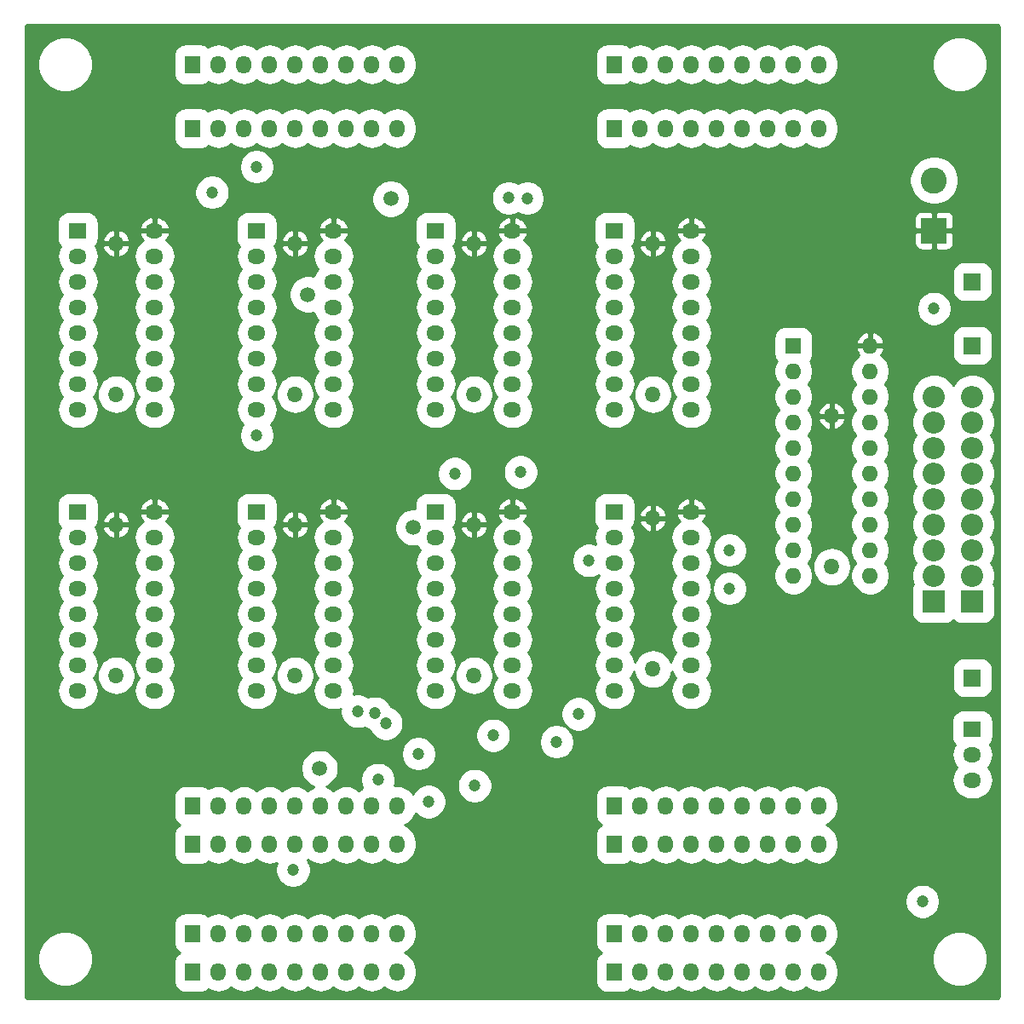
<source format=gbr>
%TF.GenerationSoftware,KiCad,Pcbnew,(5.1.8)-1*%
%TF.CreationDate,2023-08-11T23:22:33+03:00*%
%TF.ProjectId,MUX8x1-v5,4d555838-7831-42d7-9635-2e6b69636164,rev?*%
%TF.SameCoordinates,Original*%
%TF.FileFunction,Copper,L2,Inr*%
%TF.FilePolarity,Positive*%
%FSLAX46Y46*%
G04 Gerber Fmt 4.6, Leading zero omitted, Abs format (unit mm)*
G04 Created by KiCad (PCBNEW (5.1.8)-1) date 2023-08-11 23:22:33*
%MOMM*%
%LPD*%
G01*
G04 APERTURE LIST*
%TA.AperFunction,ComponentPad*%
%ADD10R,1.700000X1.700000*%
%TD*%
%TA.AperFunction,ComponentPad*%
%ADD11O,1.500000X1.600000*%
%TD*%
%TA.AperFunction,ComponentPad*%
%ADD12O,1.600000X1.600000*%
%TD*%
%TA.AperFunction,ComponentPad*%
%ADD13R,1.600000X1.600000*%
%TD*%
%TA.AperFunction,ComponentPad*%
%ADD14O,2.200000X2.200000*%
%TD*%
%TA.AperFunction,ComponentPad*%
%ADD15R,2.200000X2.200000*%
%TD*%
%TA.AperFunction,ComponentPad*%
%ADD16O,1.500000X1.800000*%
%TD*%
%TA.AperFunction,ComponentPad*%
%ADD17R,1.500000X1.800000*%
%TD*%
%TA.AperFunction,ComponentPad*%
%ADD18O,1.800000X1.500000*%
%TD*%
%TA.AperFunction,ComponentPad*%
%ADD19R,1.800000X1.500000*%
%TD*%
%TA.AperFunction,ComponentPad*%
%ADD20C,2.600000*%
%TD*%
%TA.AperFunction,ComponentPad*%
%ADD21R,2.600000X2.600000*%
%TD*%
%TA.AperFunction,ViaPad*%
%ADD22C,1.200000*%
%TD*%
%TA.AperFunction,ViaPad*%
%ADD23C,1.500000*%
%TD*%
%TA.AperFunction,Conductor*%
%ADD24C,0.254000*%
%TD*%
%TA.AperFunction,Conductor*%
%ADD25C,0.100000*%
%TD*%
G04 APERTURE END LIST*
D10*
%TO.N,/~EL*%
%TO.C,J13*%
X151130000Y-104140000D03*
%TD*%
D11*
%TO.N,GND*%
%TO.C,C9*%
X137160000Y-93105000D03*
%TO.N,VCC*%
X137160000Y-78105000D03*
%TD*%
D12*
%TO.N,VCC*%
%TO.C,U9*%
X140970000Y-71120000D03*
%TO.N,GND*%
X133350000Y-93980000D03*
%TO.N,/~OE*%
X140970000Y-73660000D03*
%TO.N,/O0*%
X133350000Y-91440000D03*
%TO.N,/BUS7*%
X140970000Y-76200000D03*
%TO.N,/O1*%
X133350000Y-88900000D03*
%TO.N,/BUS6*%
X140970000Y-78740000D03*
%TO.N,/O2*%
X133350000Y-86360000D03*
%TO.N,/BUS5*%
X140970000Y-81280000D03*
%TO.N,/O3*%
X133350000Y-83820000D03*
%TO.N,/BUS4*%
X140970000Y-83820000D03*
%TO.N,/O4*%
X133350000Y-81280000D03*
%TO.N,/BUS3*%
X140970000Y-86360000D03*
%TO.N,/O5*%
X133350000Y-78740000D03*
%TO.N,/BUS2*%
X140970000Y-88900000D03*
%TO.N,/O6*%
X133350000Y-76200000D03*
%TO.N,/BUS1*%
X140970000Y-91440000D03*
%TO.N,/O7*%
X133350000Y-73660000D03*
%TO.N,/BUS0*%
X140970000Y-93980000D03*
D13*
%TO.N,Net-(R2-Pad1)*%
X133350000Y-71120000D03*
%TD*%
D10*
%TO.N,/~OE*%
%TO.C,J7*%
X151130000Y-71120000D03*
%TD*%
D14*
%TO.N,/BUS7*%
%TO.C,J3*%
X147320000Y-76200000D03*
%TO.N,/BUS6*%
X147320000Y-78740000D03*
%TO.N,/BUS5*%
X147320000Y-81280000D03*
%TO.N,/BUS4*%
X147320000Y-83820000D03*
%TO.N,/BUS3*%
X147320000Y-86360000D03*
%TO.N,/BUS2*%
X147320000Y-88900000D03*
%TO.N,/BUS1*%
X147320000Y-91440000D03*
%TO.N,/BUS0*%
X147320000Y-93980000D03*
D15*
%TO.N,GND*%
X147320000Y-96520000D03*
%TD*%
D14*
%TO.N,/BUS7*%
%TO.C,J21*%
X151130000Y-76200000D03*
%TO.N,/BUS6*%
X151130000Y-78740000D03*
%TO.N,/BUS5*%
X151130000Y-81280000D03*
%TO.N,/BUS4*%
X151130000Y-83820000D03*
%TO.N,/BUS3*%
X151130000Y-86360000D03*
%TO.N,/BUS2*%
X151130000Y-88900000D03*
%TO.N,/BUS1*%
X151130000Y-91440000D03*
%TO.N,/BUS0*%
X151130000Y-93980000D03*
D15*
%TO.N,GND*%
X151130000Y-96520000D03*
%TD*%
D16*
%TO.N,/H7*%
%TO.C,J18*%
X93980000Y-129540000D03*
%TO.N,/H6*%
X91440000Y-129540000D03*
%TO.N,/H5*%
X88900000Y-129540000D03*
%TO.N,/H4*%
X86360000Y-129540000D03*
%TO.N,/H3*%
X83820000Y-129540000D03*
%TO.N,/H2*%
X81280000Y-129540000D03*
%TO.N,/H1*%
X78740000Y-129540000D03*
%TO.N,/H0*%
X76200000Y-129540000D03*
D17*
%TO.N,GND*%
X73660000Y-129540000D03*
%TD*%
D16*
%TO.N,/H7*%
%TO.C,J16*%
X93980000Y-133350000D03*
%TO.N,/H6*%
X91440000Y-133350000D03*
%TO.N,/H5*%
X88900000Y-133350000D03*
%TO.N,/H4*%
X86360000Y-133350000D03*
%TO.N,/H3*%
X83820000Y-133350000D03*
%TO.N,/H2*%
X81280000Y-133350000D03*
%TO.N,/H1*%
X78740000Y-133350000D03*
%TO.N,/H0*%
X76200000Y-133350000D03*
D17*
%TO.N,GND*%
X73660000Y-133350000D03*
%TD*%
D16*
%TO.N,/D7*%
%TO.C,J15*%
X93980000Y-49530000D03*
%TO.N,/D6*%
X91440000Y-49530000D03*
%TO.N,/D5*%
X88900000Y-49530000D03*
%TO.N,/D4*%
X86360000Y-49530000D03*
%TO.N,/D3*%
X83820000Y-49530000D03*
%TO.N,/D2*%
X81280000Y-49530000D03*
%TO.N,/D1*%
X78740000Y-49530000D03*
%TO.N,/D0*%
X76200000Y-49530000D03*
D17*
%TO.N,GND*%
X73660000Y-49530000D03*
%TD*%
D16*
%TO.N,/G7*%
%TO.C,J14*%
X135890000Y-133350000D03*
%TO.N,/G6*%
X133350000Y-133350000D03*
%TO.N,/G5*%
X130810000Y-133350000D03*
%TO.N,/G4*%
X128270000Y-133350000D03*
%TO.N,/G3*%
X125730000Y-133350000D03*
%TO.N,/G2*%
X123190000Y-133350000D03*
%TO.N,/G1*%
X120650000Y-133350000D03*
%TO.N,/G0*%
X118110000Y-133350000D03*
D17*
%TO.N,GND*%
X115570000Y-133350000D03*
%TD*%
D16*
%TO.N,/G7*%
%TO.C,J12*%
X135890000Y-129540000D03*
%TO.N,/G6*%
X133350000Y-129540000D03*
%TO.N,/G5*%
X130810000Y-129540000D03*
%TO.N,/G4*%
X128270000Y-129540000D03*
%TO.N,/G3*%
X125730000Y-129540000D03*
%TO.N,/G2*%
X123190000Y-129540000D03*
%TO.N,/G1*%
X120650000Y-129540000D03*
%TO.N,/G0*%
X118110000Y-129540000D03*
D17*
%TO.N,GND*%
X115570000Y-129540000D03*
%TD*%
D16*
%TO.N,/C7*%
%TO.C,J11*%
X135890000Y-49530000D03*
%TO.N,/C6*%
X133350000Y-49530000D03*
%TO.N,/C5*%
X130810000Y-49530000D03*
%TO.N,/C4*%
X128270000Y-49530000D03*
%TO.N,/C3*%
X125730000Y-49530000D03*
%TO.N,/C2*%
X123190000Y-49530000D03*
%TO.N,/C1*%
X120650000Y-49530000D03*
%TO.N,/C0*%
X118110000Y-49530000D03*
D17*
%TO.N,GND*%
X115570000Y-49530000D03*
%TD*%
D16*
%TO.N,/F7*%
%TO.C,J8*%
X93980000Y-116880000D03*
%TO.N,/F6*%
X91440000Y-116880000D03*
%TO.N,/F5*%
X88900000Y-116880000D03*
%TO.N,/F4*%
X86360000Y-116880000D03*
%TO.N,/F3*%
X83820000Y-116880000D03*
%TO.N,/F2*%
X81280000Y-116880000D03*
%TO.N,/F1*%
X78740000Y-116880000D03*
%TO.N,/F0*%
X76200000Y-116880000D03*
D17*
%TO.N,GND*%
X73660000Y-116880000D03*
%TD*%
D16*
%TO.N,/F7*%
%TO.C,J6*%
X93980000Y-120650000D03*
%TO.N,/F6*%
X91440000Y-120650000D03*
%TO.N,/F5*%
X88900000Y-120650000D03*
%TO.N,/F4*%
X86360000Y-120650000D03*
%TO.N,/F3*%
X83820000Y-120650000D03*
%TO.N,/F2*%
X81280000Y-120650000D03*
%TO.N,/F1*%
X78740000Y-120650000D03*
%TO.N,/F0*%
X76200000Y-120650000D03*
D17*
%TO.N,GND*%
X73660000Y-120650000D03*
%TD*%
D16*
%TO.N,/B7*%
%TO.C,J5*%
X93980000Y-43180000D03*
%TO.N,/B6*%
X91440000Y-43180000D03*
%TO.N,/B5*%
X88900000Y-43180000D03*
%TO.N,/B4*%
X86360000Y-43180000D03*
%TO.N,/B3*%
X83820000Y-43180000D03*
%TO.N,/B2*%
X81280000Y-43180000D03*
%TO.N,/B1*%
X78740000Y-43180000D03*
%TO.N,/B0*%
X76200000Y-43180000D03*
D17*
%TO.N,GND*%
X73660000Y-43180000D03*
%TD*%
D16*
%TO.N,/E7*%
%TO.C,J4*%
X135890000Y-116840000D03*
%TO.N,/E6*%
X133350000Y-116840000D03*
%TO.N,/E5*%
X130810000Y-116840000D03*
%TO.N,/E4*%
X128270000Y-116840000D03*
%TO.N,/E3*%
X125730000Y-116840000D03*
%TO.N,/E2*%
X123190000Y-116840000D03*
%TO.N,/E1*%
X120650000Y-116840000D03*
%TO.N,/E0*%
X118110000Y-116840000D03*
D17*
%TO.N,GND*%
X115570000Y-116840000D03*
%TD*%
D16*
%TO.N,/E7*%
%TO.C,J2*%
X135890000Y-120650000D03*
%TO.N,/E6*%
X133350000Y-120650000D03*
%TO.N,/E5*%
X130810000Y-120650000D03*
%TO.N,/E4*%
X128270000Y-120650000D03*
%TO.N,/E3*%
X125730000Y-120650000D03*
%TO.N,/E2*%
X123190000Y-120650000D03*
%TO.N,/E1*%
X120650000Y-120650000D03*
%TO.N,/E0*%
X118110000Y-120650000D03*
D17*
%TO.N,GND*%
X115570000Y-120650000D03*
%TD*%
D16*
%TO.N,/A7*%
%TO.C,J1*%
X135890000Y-43180000D03*
%TO.N,/A6*%
X133350000Y-43180000D03*
%TO.N,/A5*%
X130810000Y-43180000D03*
%TO.N,/A4*%
X128270000Y-43180000D03*
%TO.N,/A3*%
X125730000Y-43180000D03*
%TO.N,/A2*%
X123190000Y-43180000D03*
%TO.N,/A1*%
X120650000Y-43180000D03*
%TO.N,/A0*%
X118110000Y-43180000D03*
D17*
%TO.N,GND*%
X115570000Y-43180000D03*
%TD*%
D11*
%TO.N,GND*%
%TO.C,C8*%
X119380000Y-75960000D03*
%TO.N,VCC*%
X119380000Y-60960000D03*
%TD*%
%TO.N,GND*%
%TO.C,C7*%
X101600000Y-75960000D03*
%TO.N,VCC*%
X101600000Y-60960000D03*
%TD*%
%TO.N,GND*%
%TO.C,C6*%
X83820000Y-75960000D03*
%TO.N,VCC*%
X83820000Y-60960000D03*
%TD*%
%TO.N,GND*%
%TO.C,C5*%
X66040000Y-75960000D03*
%TO.N,VCC*%
X66040000Y-60960000D03*
%TD*%
%TO.N,GND*%
%TO.C,C4*%
X119380000Y-103265000D03*
%TO.N,VCC*%
X119380000Y-88265000D03*
%TD*%
%TO.N,GND*%
%TO.C,C3*%
X101600000Y-103900000D03*
%TO.N,VCC*%
X101600000Y-88900000D03*
%TD*%
%TO.N,GND*%
%TO.C,C2*%
X83820000Y-103900000D03*
%TO.N,VCC*%
X83820000Y-88900000D03*
%TD*%
%TO.N,GND*%
%TO.C,C1*%
X66040000Y-103900000D03*
%TO.N,VCC*%
X66040000Y-88900000D03*
%TD*%
D18*
%TO.N,VCC*%
%TO.C,U8*%
X123190000Y-59690000D03*
%TO.N,GND*%
X115570000Y-77470000D03*
%TO.N,/E7*%
X123190000Y-62230000D03*
%TO.N,/~EH*%
X115570000Y-74930000D03*
%TO.N,/F7*%
X123190000Y-64770000D03*
%TO.N,Net-(U8-Pad6)*%
X115570000Y-72390000D03*
%TO.N,/G7*%
X123190000Y-67310000D03*
%TO.N,/O7*%
X115570000Y-69850000D03*
%TO.N,/H7*%
X123190000Y-69850000D03*
%TO.N,/A7*%
X115570000Y-67310000D03*
%TO.N,/S0*%
X123190000Y-72390000D03*
%TO.N,/B7*%
X115570000Y-64770000D03*
%TO.N,/S1*%
X123190000Y-74930000D03*
%TO.N,/C7*%
X115570000Y-62230000D03*
%TO.N,/S2*%
X123190000Y-77470000D03*
D19*
%TO.N,/D7*%
X115570000Y-59690000D03*
%TD*%
D18*
%TO.N,VCC*%
%TO.C,U7*%
X105410000Y-59690000D03*
%TO.N,GND*%
X97790000Y-77470000D03*
%TO.N,/E6*%
X105410000Y-62230000D03*
%TO.N,/~EH*%
X97790000Y-74930000D03*
%TO.N,/F6*%
X105410000Y-64770000D03*
%TO.N,Net-(U7-Pad6)*%
X97790000Y-72390000D03*
%TO.N,/G6*%
X105410000Y-67310000D03*
%TO.N,/O6*%
X97790000Y-69850000D03*
%TO.N,/H6*%
X105410000Y-69850000D03*
%TO.N,/A6*%
X97790000Y-67310000D03*
%TO.N,/S0*%
X105410000Y-72390000D03*
%TO.N,/B6*%
X97790000Y-64770000D03*
%TO.N,/S1*%
X105410000Y-74930000D03*
%TO.N,/C6*%
X97790000Y-62230000D03*
%TO.N,/S2*%
X105410000Y-77470000D03*
D19*
%TO.N,/D6*%
X97790000Y-59690000D03*
%TD*%
D18*
%TO.N,VCC*%
%TO.C,U6*%
X87630000Y-59690000D03*
%TO.N,GND*%
X80010000Y-77470000D03*
%TO.N,/E5*%
X87630000Y-62230000D03*
%TO.N,/~EH*%
X80010000Y-74930000D03*
%TO.N,/F5*%
X87630000Y-64770000D03*
%TO.N,Net-(U6-Pad6)*%
X80010000Y-72390000D03*
%TO.N,/G5*%
X87630000Y-67310000D03*
%TO.N,/O5*%
X80010000Y-69850000D03*
%TO.N,/H5*%
X87630000Y-69850000D03*
%TO.N,/A5*%
X80010000Y-67310000D03*
%TO.N,/S0*%
X87630000Y-72390000D03*
%TO.N,/B5*%
X80010000Y-64770000D03*
%TO.N,/S1*%
X87630000Y-74930000D03*
%TO.N,/C5*%
X80010000Y-62230000D03*
%TO.N,/S2*%
X87630000Y-77470000D03*
D19*
%TO.N,/D5*%
X80010000Y-59690000D03*
%TD*%
D18*
%TO.N,VCC*%
%TO.C,U5*%
X69850000Y-59690000D03*
%TO.N,GND*%
X62230000Y-77470000D03*
%TO.N,/E4*%
X69850000Y-62230000D03*
%TO.N,/~EH*%
X62230000Y-74930000D03*
%TO.N,/F4*%
X69850000Y-64770000D03*
%TO.N,Net-(U5-Pad6)*%
X62230000Y-72390000D03*
%TO.N,/G4*%
X69850000Y-67310000D03*
%TO.N,/O4*%
X62230000Y-69850000D03*
%TO.N,/H4*%
X69850000Y-69850000D03*
%TO.N,/A4*%
X62230000Y-67310000D03*
%TO.N,/S0*%
X69850000Y-72390000D03*
%TO.N,/B4*%
X62230000Y-64770000D03*
%TO.N,/S1*%
X69850000Y-74930000D03*
%TO.N,/C4*%
X62230000Y-62230000D03*
%TO.N,/S2*%
X69850000Y-77470000D03*
D19*
%TO.N,/D4*%
X62230000Y-59690000D03*
%TD*%
D18*
%TO.N,VCC*%
%TO.C,U4*%
X123190000Y-87630000D03*
%TO.N,GND*%
X115570000Y-105410000D03*
%TO.N,/E3*%
X123190000Y-90170000D03*
%TO.N,/~EL*%
X115570000Y-102870000D03*
%TO.N,/F3*%
X123190000Y-92710000D03*
%TO.N,Net-(U4-Pad6)*%
X115570000Y-100330000D03*
%TO.N,/G3*%
X123190000Y-95250000D03*
%TO.N,/O3*%
X115570000Y-97790000D03*
%TO.N,/H3*%
X123190000Y-97790000D03*
%TO.N,/A3*%
X115570000Y-95250000D03*
%TO.N,/S0*%
X123190000Y-100330000D03*
%TO.N,/B3*%
X115570000Y-92710000D03*
%TO.N,/S1*%
X123190000Y-102870000D03*
%TO.N,/C3*%
X115570000Y-90170000D03*
%TO.N,/S2*%
X123190000Y-105410000D03*
D19*
%TO.N,/D3*%
X115570000Y-87630000D03*
%TD*%
D18*
%TO.N,VCC*%
%TO.C,U3*%
X105410000Y-87630000D03*
%TO.N,GND*%
X97790000Y-105410000D03*
%TO.N,/E2*%
X105410000Y-90170000D03*
%TO.N,/~EL*%
X97790000Y-102870000D03*
%TO.N,/F2*%
X105410000Y-92710000D03*
%TO.N,Net-(U3-Pad6)*%
X97790000Y-100330000D03*
%TO.N,/G2*%
X105410000Y-95250000D03*
%TO.N,/O2*%
X97790000Y-97790000D03*
%TO.N,/H2*%
X105410000Y-97790000D03*
%TO.N,/A2*%
X97790000Y-95250000D03*
%TO.N,/S0*%
X105410000Y-100330000D03*
%TO.N,/B2*%
X97790000Y-92710000D03*
%TO.N,/S1*%
X105410000Y-102870000D03*
%TO.N,/C2*%
X97790000Y-90170000D03*
%TO.N,/S2*%
X105410000Y-105410000D03*
D19*
%TO.N,/D2*%
X97790000Y-87630000D03*
%TD*%
D18*
%TO.N,VCC*%
%TO.C,U2*%
X87630000Y-87630000D03*
%TO.N,GND*%
X80010000Y-105410000D03*
%TO.N,/E1*%
X87630000Y-90170000D03*
%TO.N,/~EL*%
X80010000Y-102870000D03*
%TO.N,/F1*%
X87630000Y-92710000D03*
%TO.N,Net-(U2-Pad6)*%
X80010000Y-100330000D03*
%TO.N,/G1*%
X87630000Y-95250000D03*
%TO.N,/O1*%
X80010000Y-97790000D03*
%TO.N,/H1*%
X87630000Y-97790000D03*
%TO.N,/A1*%
X80010000Y-95250000D03*
%TO.N,/S0*%
X87630000Y-100330000D03*
%TO.N,/B1*%
X80010000Y-92710000D03*
%TO.N,/S1*%
X87630000Y-102870000D03*
%TO.N,/C1*%
X80010000Y-90170000D03*
%TO.N,/S2*%
X87630000Y-105410000D03*
D19*
%TO.N,/D1*%
X80010000Y-87630000D03*
%TD*%
D18*
%TO.N,VCC*%
%TO.C,U1*%
X69850000Y-87630000D03*
%TO.N,GND*%
X62230000Y-105410000D03*
%TO.N,/E0*%
X69850000Y-90170000D03*
%TO.N,/~EL*%
X62230000Y-102870000D03*
%TO.N,/F0*%
X69850000Y-92710000D03*
%TO.N,Net-(U1-Pad6)*%
X62230000Y-100330000D03*
%TO.N,/G0*%
X69850000Y-95250000D03*
%TO.N,/O0*%
X62230000Y-97790000D03*
%TO.N,/H0*%
X69850000Y-97790000D03*
%TO.N,/A0*%
X62230000Y-95250000D03*
%TO.N,/S0*%
X69850000Y-100330000D03*
%TO.N,/B0*%
X62230000Y-92710000D03*
%TO.N,/S1*%
X69850000Y-102870000D03*
%TO.N,/C0*%
X62230000Y-90170000D03*
%TO.N,/S2*%
X69850000Y-105410000D03*
D19*
%TO.N,/D0*%
X62230000Y-87630000D03*
%TD*%
D10*
%TO.N,/~EH*%
%TO.C,J20*%
X151130000Y-64770000D03*
%TD*%
D18*
%TO.N,/S2*%
%TO.C,J10*%
X151130000Y-114300000D03*
%TO.N,/S1*%
X151130000Y-111760000D03*
D19*
%TO.N,/S0*%
X151130000Y-109220000D03*
%TD*%
D20*
%TO.N,GND*%
%TO.C,J9*%
X147320000Y-54690000D03*
D21*
%TO.N,VCC*%
X147320000Y-59690000D03*
%TD*%
D22*
%TO.N,GND*%
X146163000Y-126360000D03*
X147320000Y-67441700D03*
%TO.N,/A1*%
X75565000Y-55880000D03*
%TO.N,/E6*%
X111991700Y-107730700D03*
%TO.N,/E5*%
X92054300Y-114269300D03*
%TO.N,/E2*%
X127000000Y-91440000D03*
%TO.N,/E1*%
X91756200Y-107662100D03*
%TO.N,/B7*%
X106868200Y-56467500D03*
D23*
%TO.N,/B5*%
X93345000Y-56515000D03*
%TO.N,/B3*%
X95591300Y-89193700D03*
D22*
%TO.N,/F3*%
X101670200Y-114859600D03*
%TO.N,/F2*%
X96097300Y-111673300D03*
%TO.N,/C2*%
X113030000Y-92469100D03*
D23*
%TO.N,/C1*%
X85090000Y-66040000D03*
D22*
%TO.N,/G6*%
X109820100Y-110490000D03*
%TO.N,/G5*%
X92835400Y-108658500D03*
%TO.N,/G3*%
X127000000Y-95250000D03*
%TO.N,/G2*%
X103505000Y-109855000D03*
%TO.N,/G1*%
X90058700Y-107455800D03*
%TO.N,/D7*%
X105064500Y-56451600D03*
%TO.N,/D5*%
X80010000Y-53340000D03*
%TO.N,/D3*%
X99683300Y-83829600D03*
%TO.N,/H6*%
X97091500Y-116445200D03*
D23*
%TO.N,/H5*%
X86251700Y-113138300D03*
D22*
%TO.N,/H4*%
X83624900Y-123255400D03*
%TO.N,/O5*%
X80010000Y-80010000D03*
%TO.N,/O2*%
X106238600Y-83676500D03*
%TD*%
D24*
%TO.N,VCC*%
X153688726Y-39275438D02*
X153706732Y-39280874D01*
X153723348Y-39289709D01*
X153737927Y-39301599D01*
X153749919Y-39316095D01*
X153758867Y-39332644D01*
X153764430Y-39350615D01*
X153772000Y-39422642D01*
X153772001Y-135832861D01*
X153764562Y-135908726D01*
X153759126Y-135926733D01*
X153750291Y-135943348D01*
X153738402Y-135957925D01*
X153723905Y-135969919D01*
X153707355Y-135978867D01*
X153689386Y-135984430D01*
X153617358Y-135992000D01*
X57207129Y-135992000D01*
X57131274Y-135984562D01*
X57113267Y-135979126D01*
X57096652Y-135970291D01*
X57082075Y-135958402D01*
X57070081Y-135943905D01*
X57061133Y-135927355D01*
X57055570Y-135909386D01*
X57048000Y-135837358D01*
X57048000Y-131809838D01*
X58217000Y-131809838D01*
X58217000Y-132350162D01*
X58322412Y-132880104D01*
X58529185Y-133379298D01*
X58829373Y-133828560D01*
X59211440Y-134210627D01*
X59660702Y-134510815D01*
X60159896Y-134717588D01*
X60689838Y-134823000D01*
X61230162Y-134823000D01*
X61760104Y-134717588D01*
X62259298Y-134510815D01*
X62708560Y-134210627D01*
X63090627Y-133828560D01*
X63390815Y-133379298D01*
X63597588Y-132880104D01*
X63703000Y-132350162D01*
X63703000Y-131809838D01*
X63597588Y-131279896D01*
X63390815Y-130780702D01*
X63090627Y-130331440D01*
X62708560Y-129949373D01*
X62259298Y-129649185D01*
X61760104Y-129442412D01*
X61230162Y-129337000D01*
X60689838Y-129337000D01*
X60159896Y-129442412D01*
X59660702Y-129649185D01*
X59211440Y-129949373D01*
X58829373Y-130331440D01*
X58529185Y-130780702D01*
X58322412Y-131279896D01*
X58217000Y-131809838D01*
X57048000Y-131809838D01*
X57048000Y-128640000D01*
X71761470Y-128640000D01*
X71761470Y-130440000D01*
X71783539Y-130664067D01*
X71848897Y-130879523D01*
X71955032Y-131078089D01*
X72097867Y-131252133D01*
X72271911Y-131394968D01*
X72365515Y-131445000D01*
X72271911Y-131495032D01*
X72097867Y-131637867D01*
X71955032Y-131811911D01*
X71848897Y-132010477D01*
X71783539Y-132225933D01*
X71761470Y-132450000D01*
X71761470Y-134250000D01*
X71783539Y-134474067D01*
X71848897Y-134689523D01*
X71955032Y-134888089D01*
X72097867Y-135062133D01*
X72271911Y-135204968D01*
X72470477Y-135311103D01*
X72685933Y-135376461D01*
X72910000Y-135398530D01*
X74410000Y-135398530D01*
X74634067Y-135376461D01*
X74849523Y-135311103D01*
X75048089Y-135204968D01*
X75176652Y-135099458D01*
X75472076Y-135257366D01*
X75828908Y-135365610D01*
X76200000Y-135402159D01*
X76571093Y-135365610D01*
X76927925Y-135257366D01*
X77256783Y-135081587D01*
X77470000Y-134906605D01*
X77683217Y-135081587D01*
X78012076Y-135257366D01*
X78368908Y-135365610D01*
X78740000Y-135402159D01*
X79111093Y-135365610D01*
X79467925Y-135257366D01*
X79796783Y-135081587D01*
X80010000Y-134906605D01*
X80223217Y-135081587D01*
X80552076Y-135257366D01*
X80908908Y-135365610D01*
X81280000Y-135402159D01*
X81651093Y-135365610D01*
X82007925Y-135257366D01*
X82336783Y-135081587D01*
X82550000Y-134906605D01*
X82763217Y-135081587D01*
X83092076Y-135257366D01*
X83448908Y-135365610D01*
X83820000Y-135402159D01*
X84191093Y-135365610D01*
X84547925Y-135257366D01*
X84876783Y-135081587D01*
X85090000Y-134906605D01*
X85303217Y-135081587D01*
X85632076Y-135257366D01*
X85988908Y-135365610D01*
X86360000Y-135402159D01*
X86731093Y-135365610D01*
X87087925Y-135257366D01*
X87416783Y-135081587D01*
X87630000Y-134906605D01*
X87843217Y-135081587D01*
X88172076Y-135257366D01*
X88528908Y-135365610D01*
X88900000Y-135402159D01*
X89271093Y-135365610D01*
X89627925Y-135257366D01*
X89956783Y-135081587D01*
X90170000Y-134906605D01*
X90383217Y-135081587D01*
X90712076Y-135257366D01*
X91068908Y-135365610D01*
X91440000Y-135402159D01*
X91811093Y-135365610D01*
X92167925Y-135257366D01*
X92496783Y-135081587D01*
X92710000Y-134906605D01*
X92923217Y-135081587D01*
X93252076Y-135257366D01*
X93608908Y-135365610D01*
X93980000Y-135402159D01*
X94351093Y-135365610D01*
X94707925Y-135257366D01*
X95036783Y-135081587D01*
X95325030Y-134845030D01*
X95561587Y-134556783D01*
X95737366Y-134227924D01*
X95845610Y-133871092D01*
X95873000Y-133592993D01*
X95873000Y-133107006D01*
X95845610Y-132828907D01*
X95737366Y-132472075D01*
X95561587Y-132143217D01*
X95325030Y-131854970D01*
X95036783Y-131618413D01*
X94712351Y-131445000D01*
X95036783Y-131271587D01*
X95325030Y-131035030D01*
X95561587Y-130746783D01*
X95737366Y-130417924D01*
X95845610Y-130061092D01*
X95873000Y-129782993D01*
X95873000Y-129297006D01*
X95845610Y-129018907D01*
X95737366Y-128662075D01*
X95725567Y-128640000D01*
X113671470Y-128640000D01*
X113671470Y-130440000D01*
X113693539Y-130664067D01*
X113758897Y-130879523D01*
X113865032Y-131078089D01*
X114007867Y-131252133D01*
X114181911Y-131394968D01*
X114275515Y-131445000D01*
X114181911Y-131495032D01*
X114007867Y-131637867D01*
X113865032Y-131811911D01*
X113758897Y-132010477D01*
X113693539Y-132225933D01*
X113671470Y-132450000D01*
X113671470Y-134250000D01*
X113693539Y-134474067D01*
X113758897Y-134689523D01*
X113865032Y-134888089D01*
X114007867Y-135062133D01*
X114181911Y-135204968D01*
X114380477Y-135311103D01*
X114595933Y-135376461D01*
X114820000Y-135398530D01*
X116320000Y-135398530D01*
X116544067Y-135376461D01*
X116759523Y-135311103D01*
X116958089Y-135204968D01*
X117086652Y-135099458D01*
X117382076Y-135257366D01*
X117738908Y-135365610D01*
X118110000Y-135402159D01*
X118481093Y-135365610D01*
X118837925Y-135257366D01*
X119166783Y-135081587D01*
X119380000Y-134906605D01*
X119593217Y-135081587D01*
X119922076Y-135257366D01*
X120278908Y-135365610D01*
X120650000Y-135402159D01*
X121021093Y-135365610D01*
X121377925Y-135257366D01*
X121706783Y-135081587D01*
X121920000Y-134906605D01*
X122133217Y-135081587D01*
X122462076Y-135257366D01*
X122818908Y-135365610D01*
X123190000Y-135402159D01*
X123561093Y-135365610D01*
X123917925Y-135257366D01*
X124246783Y-135081587D01*
X124460000Y-134906605D01*
X124673217Y-135081587D01*
X125002076Y-135257366D01*
X125358908Y-135365610D01*
X125730000Y-135402159D01*
X126101093Y-135365610D01*
X126457925Y-135257366D01*
X126786783Y-135081587D01*
X127000000Y-134906605D01*
X127213217Y-135081587D01*
X127542076Y-135257366D01*
X127898908Y-135365610D01*
X128270000Y-135402159D01*
X128641093Y-135365610D01*
X128997925Y-135257366D01*
X129326783Y-135081587D01*
X129540000Y-134906605D01*
X129753217Y-135081587D01*
X130082076Y-135257366D01*
X130438908Y-135365610D01*
X130810000Y-135402159D01*
X131181093Y-135365610D01*
X131537925Y-135257366D01*
X131866783Y-135081587D01*
X132080000Y-134906605D01*
X132293217Y-135081587D01*
X132622076Y-135257366D01*
X132978908Y-135365610D01*
X133350000Y-135402159D01*
X133721093Y-135365610D01*
X134077925Y-135257366D01*
X134406783Y-135081587D01*
X134620000Y-134906605D01*
X134833217Y-135081587D01*
X135162076Y-135257366D01*
X135518908Y-135365610D01*
X135890000Y-135402159D01*
X136261093Y-135365610D01*
X136617925Y-135257366D01*
X136946783Y-135081587D01*
X137235030Y-134845030D01*
X137471587Y-134556783D01*
X137647366Y-134227924D01*
X137755610Y-133871092D01*
X137783000Y-133592993D01*
X137783000Y-133107006D01*
X137755610Y-132828907D01*
X137647366Y-132472075D01*
X137471587Y-132143217D01*
X137235030Y-131854970D01*
X137180037Y-131809838D01*
X147117000Y-131809838D01*
X147117000Y-132350162D01*
X147222412Y-132880104D01*
X147429185Y-133379298D01*
X147729373Y-133828560D01*
X148111440Y-134210627D01*
X148560702Y-134510815D01*
X149059896Y-134717588D01*
X149589838Y-134823000D01*
X150130162Y-134823000D01*
X150660104Y-134717588D01*
X151159298Y-134510815D01*
X151608560Y-134210627D01*
X151990627Y-133828560D01*
X152290815Y-133379298D01*
X152497588Y-132880104D01*
X152603000Y-132350162D01*
X152603000Y-131809838D01*
X152497588Y-131279896D01*
X152290815Y-130780702D01*
X151990627Y-130331440D01*
X151608560Y-129949373D01*
X151159298Y-129649185D01*
X150660104Y-129442412D01*
X150130162Y-129337000D01*
X149589838Y-129337000D01*
X149059896Y-129442412D01*
X148560702Y-129649185D01*
X148111440Y-129949373D01*
X147729373Y-130331440D01*
X147429185Y-130780702D01*
X147222412Y-131279896D01*
X147117000Y-131809838D01*
X137180037Y-131809838D01*
X136946783Y-131618413D01*
X136622351Y-131445000D01*
X136946783Y-131271587D01*
X137235030Y-131035030D01*
X137471587Y-130746783D01*
X137647366Y-130417924D01*
X137755610Y-130061092D01*
X137783000Y-129782993D01*
X137783000Y-129297006D01*
X137755610Y-129018907D01*
X137647366Y-128662075D01*
X137471587Y-128333217D01*
X137235030Y-128044970D01*
X136946783Y-127808413D01*
X136617924Y-127632634D01*
X136261092Y-127524390D01*
X135890000Y-127487841D01*
X135518907Y-127524390D01*
X135162075Y-127632634D01*
X134833217Y-127808413D01*
X134620000Y-127983395D01*
X134406783Y-127808413D01*
X134077924Y-127632634D01*
X133721092Y-127524390D01*
X133350000Y-127487841D01*
X132978907Y-127524390D01*
X132622075Y-127632634D01*
X132293217Y-127808413D01*
X132080000Y-127983395D01*
X131866783Y-127808413D01*
X131537924Y-127632634D01*
X131181092Y-127524390D01*
X130810000Y-127487841D01*
X130438907Y-127524390D01*
X130082075Y-127632634D01*
X129753217Y-127808413D01*
X129540000Y-127983395D01*
X129326783Y-127808413D01*
X128997924Y-127632634D01*
X128641092Y-127524390D01*
X128270000Y-127487841D01*
X127898907Y-127524390D01*
X127542075Y-127632634D01*
X127213217Y-127808413D01*
X127000000Y-127983395D01*
X126786783Y-127808413D01*
X126457924Y-127632634D01*
X126101092Y-127524390D01*
X125730000Y-127487841D01*
X125358907Y-127524390D01*
X125002075Y-127632634D01*
X124673217Y-127808413D01*
X124460000Y-127983395D01*
X124246783Y-127808413D01*
X123917924Y-127632634D01*
X123561092Y-127524390D01*
X123190000Y-127487841D01*
X122818907Y-127524390D01*
X122462075Y-127632634D01*
X122133217Y-127808413D01*
X121920000Y-127983395D01*
X121706783Y-127808413D01*
X121377924Y-127632634D01*
X121021092Y-127524390D01*
X120650000Y-127487841D01*
X120278907Y-127524390D01*
X119922075Y-127632634D01*
X119593217Y-127808413D01*
X119380000Y-127983395D01*
X119166783Y-127808413D01*
X118837924Y-127632634D01*
X118481092Y-127524390D01*
X118110000Y-127487841D01*
X117738907Y-127524390D01*
X117382075Y-127632634D01*
X117086652Y-127790542D01*
X116958089Y-127685032D01*
X116759523Y-127578897D01*
X116544067Y-127513539D01*
X116320000Y-127491470D01*
X114820000Y-127491470D01*
X114595933Y-127513539D01*
X114380477Y-127578897D01*
X114181911Y-127685032D01*
X114007867Y-127827867D01*
X113865032Y-128001911D01*
X113758897Y-128200477D01*
X113693539Y-128415933D01*
X113671470Y-128640000D01*
X95725567Y-128640000D01*
X95561587Y-128333217D01*
X95325030Y-128044970D01*
X95036783Y-127808413D01*
X94707924Y-127632634D01*
X94351092Y-127524390D01*
X93980000Y-127487841D01*
X93608907Y-127524390D01*
X93252075Y-127632634D01*
X92923217Y-127808413D01*
X92710000Y-127983395D01*
X92496783Y-127808413D01*
X92167924Y-127632634D01*
X91811092Y-127524390D01*
X91440000Y-127487841D01*
X91068907Y-127524390D01*
X90712075Y-127632634D01*
X90383217Y-127808413D01*
X90170000Y-127983395D01*
X89956783Y-127808413D01*
X89627924Y-127632634D01*
X89271092Y-127524390D01*
X88900000Y-127487841D01*
X88528907Y-127524390D01*
X88172075Y-127632634D01*
X87843217Y-127808413D01*
X87630000Y-127983395D01*
X87416783Y-127808413D01*
X87087924Y-127632634D01*
X86731092Y-127524390D01*
X86360000Y-127487841D01*
X85988907Y-127524390D01*
X85632075Y-127632634D01*
X85303217Y-127808413D01*
X85090000Y-127983395D01*
X84876783Y-127808413D01*
X84547924Y-127632634D01*
X84191092Y-127524390D01*
X83820000Y-127487841D01*
X83448907Y-127524390D01*
X83092075Y-127632634D01*
X82763217Y-127808413D01*
X82550000Y-127983395D01*
X82336783Y-127808413D01*
X82007924Y-127632634D01*
X81651092Y-127524390D01*
X81280000Y-127487841D01*
X80908907Y-127524390D01*
X80552075Y-127632634D01*
X80223217Y-127808413D01*
X80010000Y-127983395D01*
X79796783Y-127808413D01*
X79467924Y-127632634D01*
X79111092Y-127524390D01*
X78740000Y-127487841D01*
X78368907Y-127524390D01*
X78012075Y-127632634D01*
X77683217Y-127808413D01*
X77470000Y-127983395D01*
X77256783Y-127808413D01*
X76927924Y-127632634D01*
X76571092Y-127524390D01*
X76200000Y-127487841D01*
X75828907Y-127524390D01*
X75472075Y-127632634D01*
X75176652Y-127790542D01*
X75048089Y-127685032D01*
X74849523Y-127578897D01*
X74634067Y-127513539D01*
X74410000Y-127491470D01*
X72910000Y-127491470D01*
X72685933Y-127513539D01*
X72470477Y-127578897D01*
X72271911Y-127685032D01*
X72097867Y-127827867D01*
X71955032Y-128001911D01*
X71848897Y-128200477D01*
X71783539Y-128415933D01*
X71761470Y-128640000D01*
X57048000Y-128640000D01*
X57048000Y-126188329D01*
X144420000Y-126188329D01*
X144420000Y-126531671D01*
X144486982Y-126868414D01*
X144618373Y-127185620D01*
X144809123Y-127471098D01*
X145051902Y-127713877D01*
X145337380Y-127904627D01*
X145654586Y-128036018D01*
X145991329Y-128103000D01*
X146334671Y-128103000D01*
X146671414Y-128036018D01*
X146988620Y-127904627D01*
X147274098Y-127713877D01*
X147516877Y-127471098D01*
X147707627Y-127185620D01*
X147839018Y-126868414D01*
X147906000Y-126531671D01*
X147906000Y-126188329D01*
X147839018Y-125851586D01*
X147707627Y-125534380D01*
X147516877Y-125248902D01*
X147274098Y-125006123D01*
X146988620Y-124815373D01*
X146671414Y-124683982D01*
X146334671Y-124617000D01*
X145991329Y-124617000D01*
X145654586Y-124683982D01*
X145337380Y-124815373D01*
X145051902Y-125006123D01*
X144809123Y-125248902D01*
X144618373Y-125534380D01*
X144486982Y-125851586D01*
X144420000Y-126188329D01*
X57048000Y-126188329D01*
X57048000Y-115980000D01*
X71761470Y-115980000D01*
X71761470Y-117780000D01*
X71783539Y-118004067D01*
X71848897Y-118219523D01*
X71955032Y-118418089D01*
X72097867Y-118592133D01*
X72271911Y-118734968D01*
X72328097Y-118765000D01*
X72271911Y-118795032D01*
X72097867Y-118937867D01*
X71955032Y-119111911D01*
X71848897Y-119310477D01*
X71783539Y-119525933D01*
X71761470Y-119750000D01*
X71761470Y-121550000D01*
X71783539Y-121774067D01*
X71848897Y-121989523D01*
X71955032Y-122188089D01*
X72097867Y-122362133D01*
X72271911Y-122504968D01*
X72470477Y-122611103D01*
X72685933Y-122676461D01*
X72910000Y-122698530D01*
X74410000Y-122698530D01*
X74634067Y-122676461D01*
X74849523Y-122611103D01*
X75048089Y-122504968D01*
X75176652Y-122399458D01*
X75472076Y-122557366D01*
X75828908Y-122665610D01*
X76200000Y-122702159D01*
X76571093Y-122665610D01*
X76927925Y-122557366D01*
X77256783Y-122381587D01*
X77470000Y-122206605D01*
X77683217Y-122381587D01*
X78012076Y-122557366D01*
X78368908Y-122665610D01*
X78740000Y-122702159D01*
X79111093Y-122665610D01*
X79467925Y-122557366D01*
X79796783Y-122381587D01*
X80010000Y-122206605D01*
X80223217Y-122381587D01*
X80552076Y-122557366D01*
X80908908Y-122665610D01*
X81280000Y-122702159D01*
X81651093Y-122665610D01*
X82007925Y-122557366D01*
X82032970Y-122543979D01*
X81948882Y-122746986D01*
X81881900Y-123083729D01*
X81881900Y-123427071D01*
X81948882Y-123763814D01*
X82080273Y-124081020D01*
X82271023Y-124366498D01*
X82513802Y-124609277D01*
X82799280Y-124800027D01*
X83116486Y-124931418D01*
X83453229Y-124998400D01*
X83796571Y-124998400D01*
X84133314Y-124931418D01*
X84450520Y-124800027D01*
X84735998Y-124609277D01*
X84978777Y-124366498D01*
X85169527Y-124081020D01*
X85300918Y-123763814D01*
X85367900Y-123427071D01*
X85367900Y-123083729D01*
X85300918Y-122746986D01*
X85169527Y-122429780D01*
X85045053Y-122243492D01*
X85090000Y-122206605D01*
X85303217Y-122381587D01*
X85632076Y-122557366D01*
X85988908Y-122665610D01*
X86360000Y-122702159D01*
X86731093Y-122665610D01*
X87087925Y-122557366D01*
X87416783Y-122381587D01*
X87630000Y-122206605D01*
X87843217Y-122381587D01*
X88172076Y-122557366D01*
X88528908Y-122665610D01*
X88900000Y-122702159D01*
X89271093Y-122665610D01*
X89627925Y-122557366D01*
X89956783Y-122381587D01*
X90170000Y-122206605D01*
X90383217Y-122381587D01*
X90712076Y-122557366D01*
X91068908Y-122665610D01*
X91440000Y-122702159D01*
X91811093Y-122665610D01*
X92167925Y-122557366D01*
X92496783Y-122381587D01*
X92710000Y-122206605D01*
X92923217Y-122381587D01*
X93252076Y-122557366D01*
X93608908Y-122665610D01*
X93980000Y-122702159D01*
X94351093Y-122665610D01*
X94707925Y-122557366D01*
X95036783Y-122381587D01*
X95325030Y-122145030D01*
X95561587Y-121856783D01*
X95737366Y-121527924D01*
X95845610Y-121171092D01*
X95873000Y-120892993D01*
X95873000Y-120407006D01*
X95845610Y-120128907D01*
X95737366Y-119772075D01*
X95561587Y-119443217D01*
X95325030Y-119154970D01*
X95036783Y-118918413D01*
X94749768Y-118765000D01*
X95036783Y-118611587D01*
X95325030Y-118375030D01*
X95561587Y-118086783D01*
X95737366Y-117757924D01*
X95784353Y-117603028D01*
X95980402Y-117799077D01*
X96265880Y-117989827D01*
X96583086Y-118121218D01*
X96919829Y-118188200D01*
X97263171Y-118188200D01*
X97599914Y-118121218D01*
X97917120Y-117989827D01*
X98202598Y-117799077D01*
X98445377Y-117556298D01*
X98636127Y-117270820D01*
X98767518Y-116953614D01*
X98834500Y-116616871D01*
X98834500Y-116273529D01*
X98767518Y-115936786D01*
X98636127Y-115619580D01*
X98445377Y-115334102D01*
X98202598Y-115091323D01*
X97917120Y-114900573D01*
X97599914Y-114769182D01*
X97263171Y-114702200D01*
X96919829Y-114702200D01*
X96583086Y-114769182D01*
X96265880Y-114900573D01*
X95980402Y-115091323D01*
X95737623Y-115334102D01*
X95546873Y-115619580D01*
X95537044Y-115643311D01*
X95325030Y-115384970D01*
X95036783Y-115148413D01*
X94707924Y-114972634D01*
X94351092Y-114864390D01*
X93980000Y-114827841D01*
X93698052Y-114855610D01*
X93730318Y-114777714D01*
X93748177Y-114687929D01*
X99927200Y-114687929D01*
X99927200Y-115031271D01*
X99994182Y-115368014D01*
X100125573Y-115685220D01*
X100316323Y-115970698D01*
X100559102Y-116213477D01*
X100844580Y-116404227D01*
X101161786Y-116535618D01*
X101498529Y-116602600D01*
X101841871Y-116602600D01*
X102178614Y-116535618D01*
X102495820Y-116404227D01*
X102781298Y-116213477D01*
X103024077Y-115970698D01*
X103044588Y-115940000D01*
X113671470Y-115940000D01*
X113671470Y-117740000D01*
X113693539Y-117964067D01*
X113758897Y-118179523D01*
X113865032Y-118378089D01*
X114007867Y-118552133D01*
X114181911Y-118694968D01*
X114275515Y-118745000D01*
X114181911Y-118795032D01*
X114007867Y-118937867D01*
X113865032Y-119111911D01*
X113758897Y-119310477D01*
X113693539Y-119525933D01*
X113671470Y-119750000D01*
X113671470Y-121550000D01*
X113693539Y-121774067D01*
X113758897Y-121989523D01*
X113865032Y-122188089D01*
X114007867Y-122362133D01*
X114181911Y-122504968D01*
X114380477Y-122611103D01*
X114595933Y-122676461D01*
X114820000Y-122698530D01*
X116320000Y-122698530D01*
X116544067Y-122676461D01*
X116759523Y-122611103D01*
X116958089Y-122504968D01*
X117086652Y-122399458D01*
X117382076Y-122557366D01*
X117738908Y-122665610D01*
X118110000Y-122702159D01*
X118481093Y-122665610D01*
X118837925Y-122557366D01*
X119166783Y-122381587D01*
X119380000Y-122206605D01*
X119593217Y-122381587D01*
X119922076Y-122557366D01*
X120278908Y-122665610D01*
X120650000Y-122702159D01*
X121021093Y-122665610D01*
X121377925Y-122557366D01*
X121706783Y-122381587D01*
X121920000Y-122206605D01*
X122133217Y-122381587D01*
X122462076Y-122557366D01*
X122818908Y-122665610D01*
X123190000Y-122702159D01*
X123561093Y-122665610D01*
X123917925Y-122557366D01*
X124246783Y-122381587D01*
X124460000Y-122206605D01*
X124673217Y-122381587D01*
X125002076Y-122557366D01*
X125358908Y-122665610D01*
X125730000Y-122702159D01*
X126101093Y-122665610D01*
X126457925Y-122557366D01*
X126786783Y-122381587D01*
X127000000Y-122206605D01*
X127213217Y-122381587D01*
X127542076Y-122557366D01*
X127898908Y-122665610D01*
X128270000Y-122702159D01*
X128641093Y-122665610D01*
X128997925Y-122557366D01*
X129326783Y-122381587D01*
X129540000Y-122206605D01*
X129753217Y-122381587D01*
X130082076Y-122557366D01*
X130438908Y-122665610D01*
X130810000Y-122702159D01*
X131181093Y-122665610D01*
X131537925Y-122557366D01*
X131866783Y-122381587D01*
X132080000Y-122206605D01*
X132293217Y-122381587D01*
X132622076Y-122557366D01*
X132978908Y-122665610D01*
X133350000Y-122702159D01*
X133721093Y-122665610D01*
X134077925Y-122557366D01*
X134406783Y-122381587D01*
X134620000Y-122206605D01*
X134833217Y-122381587D01*
X135162076Y-122557366D01*
X135518908Y-122665610D01*
X135890000Y-122702159D01*
X136261093Y-122665610D01*
X136617925Y-122557366D01*
X136946783Y-122381587D01*
X137235030Y-122145030D01*
X137471587Y-121856783D01*
X137647366Y-121527924D01*
X137755610Y-121171092D01*
X137783000Y-120892993D01*
X137783000Y-120407006D01*
X137755610Y-120128907D01*
X137647366Y-119772075D01*
X137471587Y-119443217D01*
X137235030Y-119154970D01*
X136946783Y-118918413D01*
X136622351Y-118745000D01*
X136946783Y-118571587D01*
X137235030Y-118335030D01*
X137471587Y-118046783D01*
X137647366Y-117717924D01*
X137755610Y-117361092D01*
X137783000Y-117082993D01*
X137783000Y-116597006D01*
X137755610Y-116318907D01*
X137647366Y-115962075D01*
X137471587Y-115633217D01*
X137235030Y-115344970D01*
X136946783Y-115108413D01*
X136617924Y-114932634D01*
X136261092Y-114824390D01*
X135890000Y-114787841D01*
X135518907Y-114824390D01*
X135162075Y-114932634D01*
X134833217Y-115108413D01*
X134620000Y-115283395D01*
X134406783Y-115108413D01*
X134077924Y-114932634D01*
X133721092Y-114824390D01*
X133350000Y-114787841D01*
X132978907Y-114824390D01*
X132622075Y-114932634D01*
X132293217Y-115108413D01*
X132080000Y-115283395D01*
X131866783Y-115108413D01*
X131537924Y-114932634D01*
X131181092Y-114824390D01*
X130810000Y-114787841D01*
X130438907Y-114824390D01*
X130082075Y-114932634D01*
X129753217Y-115108413D01*
X129540000Y-115283395D01*
X129326783Y-115108413D01*
X128997924Y-114932634D01*
X128641092Y-114824390D01*
X128270000Y-114787841D01*
X127898907Y-114824390D01*
X127542075Y-114932634D01*
X127213217Y-115108413D01*
X127000000Y-115283395D01*
X126786783Y-115108413D01*
X126457924Y-114932634D01*
X126101092Y-114824390D01*
X125730000Y-114787841D01*
X125358907Y-114824390D01*
X125002075Y-114932634D01*
X124673217Y-115108413D01*
X124460000Y-115283395D01*
X124246783Y-115108413D01*
X123917924Y-114932634D01*
X123561092Y-114824390D01*
X123190000Y-114787841D01*
X122818907Y-114824390D01*
X122462075Y-114932634D01*
X122133217Y-115108413D01*
X121920000Y-115283395D01*
X121706783Y-115108413D01*
X121377924Y-114932634D01*
X121021092Y-114824390D01*
X120650000Y-114787841D01*
X120278907Y-114824390D01*
X119922075Y-114932634D01*
X119593217Y-115108413D01*
X119380000Y-115283395D01*
X119166783Y-115108413D01*
X118837924Y-114932634D01*
X118481092Y-114824390D01*
X118110000Y-114787841D01*
X117738907Y-114824390D01*
X117382075Y-114932634D01*
X117086652Y-115090542D01*
X116958089Y-114985032D01*
X116759523Y-114878897D01*
X116544067Y-114813539D01*
X116320000Y-114791470D01*
X114820000Y-114791470D01*
X114595933Y-114813539D01*
X114380477Y-114878897D01*
X114181911Y-114985032D01*
X114007867Y-115127867D01*
X113865032Y-115301911D01*
X113758897Y-115500477D01*
X113693539Y-115715933D01*
X113671470Y-115940000D01*
X103044588Y-115940000D01*
X103214827Y-115685220D01*
X103346218Y-115368014D01*
X103413200Y-115031271D01*
X103413200Y-114687929D01*
X103346218Y-114351186D01*
X103214827Y-114033980D01*
X103024077Y-113748502D01*
X102781298Y-113505723D01*
X102495820Y-113314973D01*
X102178614Y-113183582D01*
X101841871Y-113116600D01*
X101498529Y-113116600D01*
X101161786Y-113183582D01*
X100844580Y-113314973D01*
X100559102Y-113505723D01*
X100316323Y-113748502D01*
X100125573Y-114033980D01*
X99994182Y-114351186D01*
X99927200Y-114687929D01*
X93748177Y-114687929D01*
X93797300Y-114440971D01*
X93797300Y-114097629D01*
X93730318Y-113760886D01*
X93598927Y-113443680D01*
X93408177Y-113158202D01*
X93165398Y-112915423D01*
X92879920Y-112724673D01*
X92562714Y-112593282D01*
X92225971Y-112526300D01*
X91882629Y-112526300D01*
X91545886Y-112593282D01*
X91228680Y-112724673D01*
X90943202Y-112915423D01*
X90700423Y-113158202D01*
X90509673Y-113443680D01*
X90378282Y-113760886D01*
X90311300Y-114097629D01*
X90311300Y-114440971D01*
X90378282Y-114777714D01*
X90504891Y-115083376D01*
X90383217Y-115148413D01*
X90170000Y-115323395D01*
X89956783Y-115148413D01*
X89627924Y-114972634D01*
X89271092Y-114864390D01*
X88900000Y-114827841D01*
X88528907Y-114864390D01*
X88172075Y-114972634D01*
X87843217Y-115148413D01*
X87630000Y-115323395D01*
X87416783Y-115148413D01*
X87087924Y-114972634D01*
X86904328Y-114916941D01*
X87148372Y-114815854D01*
X87458417Y-114608689D01*
X87722089Y-114345017D01*
X87929254Y-114034972D01*
X88071953Y-113690468D01*
X88144700Y-113324744D01*
X88144700Y-112951856D01*
X88071953Y-112586132D01*
X87929254Y-112241628D01*
X87722089Y-111931583D01*
X87458417Y-111667911D01*
X87209558Y-111501629D01*
X94354300Y-111501629D01*
X94354300Y-111844971D01*
X94421282Y-112181714D01*
X94552673Y-112498920D01*
X94743423Y-112784398D01*
X94986202Y-113027177D01*
X95271680Y-113217927D01*
X95588886Y-113349318D01*
X95925629Y-113416300D01*
X96268971Y-113416300D01*
X96605714Y-113349318D01*
X96922920Y-113217927D01*
X97208398Y-113027177D01*
X97451177Y-112784398D01*
X97641927Y-112498920D01*
X97773318Y-112181714D01*
X97840300Y-111844971D01*
X97840300Y-111501629D01*
X97773318Y-111164886D01*
X97641927Y-110847680D01*
X97451177Y-110562202D01*
X97208398Y-110319423D01*
X96922920Y-110128673D01*
X96605714Y-109997282D01*
X96268971Y-109930300D01*
X95925629Y-109930300D01*
X95588886Y-109997282D01*
X95271680Y-110128673D01*
X94986202Y-110319423D01*
X94743423Y-110562202D01*
X94552673Y-110847680D01*
X94421282Y-111164886D01*
X94354300Y-111501629D01*
X87209558Y-111501629D01*
X87148372Y-111460746D01*
X86803868Y-111318047D01*
X86438144Y-111245300D01*
X86065256Y-111245300D01*
X85699532Y-111318047D01*
X85355028Y-111460746D01*
X85044983Y-111667911D01*
X84781311Y-111931583D01*
X84574146Y-112241628D01*
X84431447Y-112586132D01*
X84358700Y-112951856D01*
X84358700Y-113324744D01*
X84431447Y-113690468D01*
X84574146Y-114034972D01*
X84781311Y-114345017D01*
X85044983Y-114608689D01*
X85355028Y-114815854D01*
X85690638Y-114954869D01*
X85632075Y-114972634D01*
X85303217Y-115148413D01*
X85090000Y-115323395D01*
X84876783Y-115148413D01*
X84547924Y-114972634D01*
X84191092Y-114864390D01*
X83820000Y-114827841D01*
X83448907Y-114864390D01*
X83092075Y-114972634D01*
X82763217Y-115148413D01*
X82550000Y-115323395D01*
X82336783Y-115148413D01*
X82007924Y-114972634D01*
X81651092Y-114864390D01*
X81280000Y-114827841D01*
X80908907Y-114864390D01*
X80552075Y-114972634D01*
X80223217Y-115148413D01*
X80010000Y-115323395D01*
X79796783Y-115148413D01*
X79467924Y-114972634D01*
X79111092Y-114864390D01*
X78740000Y-114827841D01*
X78368907Y-114864390D01*
X78012075Y-114972634D01*
X77683217Y-115148413D01*
X77470000Y-115323395D01*
X77256783Y-115148413D01*
X76927924Y-114972634D01*
X76571092Y-114864390D01*
X76200000Y-114827841D01*
X75828907Y-114864390D01*
X75472075Y-114972634D01*
X75176652Y-115130542D01*
X75048089Y-115025032D01*
X74849523Y-114918897D01*
X74634067Y-114853539D01*
X74410000Y-114831470D01*
X72910000Y-114831470D01*
X72685933Y-114853539D01*
X72470477Y-114918897D01*
X72271911Y-115025032D01*
X72097867Y-115167867D01*
X71955032Y-115341911D01*
X71848897Y-115540477D01*
X71783539Y-115755933D01*
X71761470Y-115980000D01*
X57048000Y-115980000D01*
X57048000Y-90170000D01*
X60177841Y-90170000D01*
X60214390Y-90541093D01*
X60322634Y-90897925D01*
X60498413Y-91226783D01*
X60673395Y-91440000D01*
X60498413Y-91653217D01*
X60322634Y-91982075D01*
X60214390Y-92338907D01*
X60177841Y-92710000D01*
X60214390Y-93081093D01*
X60322634Y-93437925D01*
X60498413Y-93766783D01*
X60673395Y-93980000D01*
X60498413Y-94193217D01*
X60322634Y-94522075D01*
X60214390Y-94878907D01*
X60177841Y-95250000D01*
X60214390Y-95621093D01*
X60322634Y-95977925D01*
X60498413Y-96306783D01*
X60673395Y-96520000D01*
X60498413Y-96733217D01*
X60322634Y-97062075D01*
X60214390Y-97418907D01*
X60177841Y-97790000D01*
X60214390Y-98161093D01*
X60322634Y-98517925D01*
X60498413Y-98846783D01*
X60673395Y-99060000D01*
X60498413Y-99273217D01*
X60322634Y-99602075D01*
X60214390Y-99958907D01*
X60177841Y-100330000D01*
X60214390Y-100701093D01*
X60322634Y-101057925D01*
X60498413Y-101386783D01*
X60673395Y-101600000D01*
X60498413Y-101813217D01*
X60322634Y-102142075D01*
X60214390Y-102498907D01*
X60177841Y-102870000D01*
X60214390Y-103241093D01*
X60322634Y-103597925D01*
X60498413Y-103926783D01*
X60673395Y-104140000D01*
X60498413Y-104353217D01*
X60322634Y-104682075D01*
X60214390Y-105038907D01*
X60177841Y-105410000D01*
X60214390Y-105781093D01*
X60322634Y-106137925D01*
X60498413Y-106466783D01*
X60734970Y-106755030D01*
X61023217Y-106991587D01*
X61352075Y-107167366D01*
X61708907Y-107275610D01*
X61987006Y-107303000D01*
X62472994Y-107303000D01*
X62751093Y-107275610D01*
X63107925Y-107167366D01*
X63436783Y-106991587D01*
X63725030Y-106755030D01*
X63961587Y-106466783D01*
X64137366Y-106137925D01*
X64245610Y-105781093D01*
X64282159Y-105410000D01*
X64245610Y-105038907D01*
X64137366Y-104682075D01*
X63961587Y-104353217D01*
X63786605Y-104140000D01*
X63961587Y-103926783D01*
X64052335Y-103757006D01*
X64147000Y-103757006D01*
X64147000Y-104042993D01*
X64174390Y-104321092D01*
X64282634Y-104677924D01*
X64458413Y-105006783D01*
X64694970Y-105295030D01*
X64983217Y-105531587D01*
X65312075Y-105707366D01*
X65668907Y-105815610D01*
X66040000Y-105852159D01*
X66411092Y-105815610D01*
X66767924Y-105707366D01*
X67096783Y-105531587D01*
X67385030Y-105295030D01*
X67621587Y-105006783D01*
X67797366Y-104677925D01*
X67905610Y-104321093D01*
X67933000Y-104042994D01*
X67933000Y-103757007D01*
X67905610Y-103478908D01*
X67797366Y-103122076D01*
X67621587Y-102793217D01*
X67385030Y-102504970D01*
X67096783Y-102268413D01*
X66767925Y-102092634D01*
X66411093Y-101984390D01*
X66040000Y-101947841D01*
X65668908Y-101984390D01*
X65312076Y-102092634D01*
X64983217Y-102268413D01*
X64694970Y-102504970D01*
X64458413Y-102793217D01*
X64282634Y-103122075D01*
X64174390Y-103478907D01*
X64147000Y-103757006D01*
X64052335Y-103757006D01*
X64137366Y-103597925D01*
X64245610Y-103241093D01*
X64282159Y-102870000D01*
X64245610Y-102498907D01*
X64137366Y-102142075D01*
X63961587Y-101813217D01*
X63786605Y-101600000D01*
X63961587Y-101386783D01*
X64137366Y-101057925D01*
X64245610Y-100701093D01*
X64282159Y-100330000D01*
X64245610Y-99958907D01*
X64137366Y-99602075D01*
X63961587Y-99273217D01*
X63786605Y-99060000D01*
X63961587Y-98846783D01*
X64137366Y-98517925D01*
X64245610Y-98161093D01*
X64282159Y-97790000D01*
X64245610Y-97418907D01*
X64137366Y-97062075D01*
X63961587Y-96733217D01*
X63786605Y-96520000D01*
X63961587Y-96306783D01*
X64137366Y-95977925D01*
X64245610Y-95621093D01*
X64282159Y-95250000D01*
X64245610Y-94878907D01*
X64137366Y-94522075D01*
X63961587Y-94193217D01*
X63786605Y-93980000D01*
X63961587Y-93766783D01*
X64137366Y-93437925D01*
X64245610Y-93081093D01*
X64282159Y-92710000D01*
X64245610Y-92338907D01*
X64137366Y-91982075D01*
X63961587Y-91653217D01*
X63786605Y-91440000D01*
X63961587Y-91226783D01*
X64137366Y-90897925D01*
X64245610Y-90541093D01*
X64282159Y-90170000D01*
X64245610Y-89798907D01*
X64137366Y-89442075D01*
X64030509Y-89242161D01*
X64687586Y-89242161D01*
X64770570Y-89500390D01*
X64902338Y-89737468D01*
X65077825Y-89944284D01*
X65290288Y-90112890D01*
X65531562Y-90236807D01*
X65698815Y-90292318D01*
X65913000Y-90169656D01*
X65913000Y-89027000D01*
X66167000Y-89027000D01*
X66167000Y-90169656D01*
X66381185Y-90292318D01*
X66548438Y-90236807D01*
X66678515Y-90170000D01*
X67797841Y-90170000D01*
X67834390Y-90541093D01*
X67942634Y-90897925D01*
X68118413Y-91226783D01*
X68293395Y-91440000D01*
X68118413Y-91653217D01*
X67942634Y-91982075D01*
X67834390Y-92338907D01*
X67797841Y-92710000D01*
X67834390Y-93081093D01*
X67942634Y-93437925D01*
X68118413Y-93766783D01*
X68293395Y-93980000D01*
X68118413Y-94193217D01*
X67942634Y-94522075D01*
X67834390Y-94878907D01*
X67797841Y-95250000D01*
X67834390Y-95621093D01*
X67942634Y-95977925D01*
X68118413Y-96306783D01*
X68293395Y-96520000D01*
X68118413Y-96733217D01*
X67942634Y-97062075D01*
X67834390Y-97418907D01*
X67797841Y-97790000D01*
X67834390Y-98161093D01*
X67942634Y-98517925D01*
X68118413Y-98846783D01*
X68293395Y-99060000D01*
X68118413Y-99273217D01*
X67942634Y-99602075D01*
X67834390Y-99958907D01*
X67797841Y-100330000D01*
X67834390Y-100701093D01*
X67942634Y-101057925D01*
X68118413Y-101386783D01*
X68293395Y-101600000D01*
X68118413Y-101813217D01*
X67942634Y-102142075D01*
X67834390Y-102498907D01*
X67797841Y-102870000D01*
X67834390Y-103241093D01*
X67942634Y-103597925D01*
X68118413Y-103926783D01*
X68293395Y-104140000D01*
X68118413Y-104353217D01*
X67942634Y-104682075D01*
X67834390Y-105038907D01*
X67797841Y-105410000D01*
X67834390Y-105781093D01*
X67942634Y-106137925D01*
X68118413Y-106466783D01*
X68354970Y-106755030D01*
X68643217Y-106991587D01*
X68972075Y-107167366D01*
X69328907Y-107275610D01*
X69607006Y-107303000D01*
X70092994Y-107303000D01*
X70371093Y-107275610D01*
X70727925Y-107167366D01*
X71056783Y-106991587D01*
X71345030Y-106755030D01*
X71581587Y-106466783D01*
X71757366Y-106137925D01*
X71865610Y-105781093D01*
X71902159Y-105410000D01*
X71865610Y-105038907D01*
X71757366Y-104682075D01*
X71581587Y-104353217D01*
X71406605Y-104140000D01*
X71581587Y-103926783D01*
X71757366Y-103597925D01*
X71865610Y-103241093D01*
X71902159Y-102870000D01*
X71865610Y-102498907D01*
X71757366Y-102142075D01*
X71581587Y-101813217D01*
X71406605Y-101600000D01*
X71581587Y-101386783D01*
X71757366Y-101057925D01*
X71865610Y-100701093D01*
X71902159Y-100330000D01*
X71865610Y-99958907D01*
X71757366Y-99602075D01*
X71581587Y-99273217D01*
X71406605Y-99060000D01*
X71581587Y-98846783D01*
X71757366Y-98517925D01*
X71865610Y-98161093D01*
X71902159Y-97790000D01*
X71865610Y-97418907D01*
X71757366Y-97062075D01*
X71581587Y-96733217D01*
X71406605Y-96520000D01*
X71581587Y-96306783D01*
X71757366Y-95977925D01*
X71865610Y-95621093D01*
X71902159Y-95250000D01*
X71865610Y-94878907D01*
X71757366Y-94522075D01*
X71581587Y-94193217D01*
X71406605Y-93980000D01*
X71581587Y-93766783D01*
X71757366Y-93437925D01*
X71865610Y-93081093D01*
X71902159Y-92710000D01*
X71865610Y-92338907D01*
X71757366Y-91982075D01*
X71581587Y-91653217D01*
X71406605Y-91440000D01*
X71581587Y-91226783D01*
X71757366Y-90897925D01*
X71865610Y-90541093D01*
X71902159Y-90170000D01*
X77957841Y-90170000D01*
X77994390Y-90541093D01*
X78102634Y-90897925D01*
X78278413Y-91226783D01*
X78453395Y-91440000D01*
X78278413Y-91653217D01*
X78102634Y-91982075D01*
X77994390Y-92338907D01*
X77957841Y-92710000D01*
X77994390Y-93081093D01*
X78102634Y-93437925D01*
X78278413Y-93766783D01*
X78453395Y-93980000D01*
X78278413Y-94193217D01*
X78102634Y-94522075D01*
X77994390Y-94878907D01*
X77957841Y-95250000D01*
X77994390Y-95621093D01*
X78102634Y-95977925D01*
X78278413Y-96306783D01*
X78453395Y-96520000D01*
X78278413Y-96733217D01*
X78102634Y-97062075D01*
X77994390Y-97418907D01*
X77957841Y-97790000D01*
X77994390Y-98161093D01*
X78102634Y-98517925D01*
X78278413Y-98846783D01*
X78453395Y-99060000D01*
X78278413Y-99273217D01*
X78102634Y-99602075D01*
X77994390Y-99958907D01*
X77957841Y-100330000D01*
X77994390Y-100701093D01*
X78102634Y-101057925D01*
X78278413Y-101386783D01*
X78453395Y-101600000D01*
X78278413Y-101813217D01*
X78102634Y-102142075D01*
X77994390Y-102498907D01*
X77957841Y-102870000D01*
X77994390Y-103241093D01*
X78102634Y-103597925D01*
X78278413Y-103926783D01*
X78453395Y-104140000D01*
X78278413Y-104353217D01*
X78102634Y-104682075D01*
X77994390Y-105038907D01*
X77957841Y-105410000D01*
X77994390Y-105781093D01*
X78102634Y-106137925D01*
X78278413Y-106466783D01*
X78514970Y-106755030D01*
X78803217Y-106991587D01*
X79132075Y-107167366D01*
X79488907Y-107275610D01*
X79767006Y-107303000D01*
X80252994Y-107303000D01*
X80531093Y-107275610D01*
X80887925Y-107167366D01*
X81216783Y-106991587D01*
X81505030Y-106755030D01*
X81741587Y-106466783D01*
X81917366Y-106137925D01*
X82025610Y-105781093D01*
X82062159Y-105410000D01*
X82025610Y-105038907D01*
X81917366Y-104682075D01*
X81741587Y-104353217D01*
X81566605Y-104140000D01*
X81741587Y-103926783D01*
X81832335Y-103757006D01*
X81927000Y-103757006D01*
X81927000Y-104042993D01*
X81954390Y-104321092D01*
X82062634Y-104677924D01*
X82238413Y-105006783D01*
X82474970Y-105295030D01*
X82763217Y-105531587D01*
X83092075Y-105707366D01*
X83448907Y-105815610D01*
X83820000Y-105852159D01*
X84191092Y-105815610D01*
X84547924Y-105707366D01*
X84876783Y-105531587D01*
X85165030Y-105295030D01*
X85401587Y-105006783D01*
X85577366Y-104677925D01*
X85685610Y-104321093D01*
X85713000Y-104042994D01*
X85713000Y-103757007D01*
X85685610Y-103478908D01*
X85577366Y-103122076D01*
X85401587Y-102793217D01*
X85165030Y-102504970D01*
X84876783Y-102268413D01*
X84547925Y-102092634D01*
X84191093Y-101984390D01*
X83820000Y-101947841D01*
X83448908Y-101984390D01*
X83092076Y-102092634D01*
X82763217Y-102268413D01*
X82474970Y-102504970D01*
X82238413Y-102793217D01*
X82062634Y-103122075D01*
X81954390Y-103478907D01*
X81927000Y-103757006D01*
X81832335Y-103757006D01*
X81917366Y-103597925D01*
X82025610Y-103241093D01*
X82062159Y-102870000D01*
X82025610Y-102498907D01*
X81917366Y-102142075D01*
X81741587Y-101813217D01*
X81566605Y-101600000D01*
X81741587Y-101386783D01*
X81917366Y-101057925D01*
X82025610Y-100701093D01*
X82062159Y-100330000D01*
X82025610Y-99958907D01*
X81917366Y-99602075D01*
X81741587Y-99273217D01*
X81566605Y-99060000D01*
X81741587Y-98846783D01*
X81917366Y-98517925D01*
X82025610Y-98161093D01*
X82062159Y-97790000D01*
X82025610Y-97418907D01*
X81917366Y-97062075D01*
X81741587Y-96733217D01*
X81566605Y-96520000D01*
X81741587Y-96306783D01*
X81917366Y-95977925D01*
X82025610Y-95621093D01*
X82062159Y-95250000D01*
X82025610Y-94878907D01*
X81917366Y-94522075D01*
X81741587Y-94193217D01*
X81566605Y-93980000D01*
X81741587Y-93766783D01*
X81917366Y-93437925D01*
X82025610Y-93081093D01*
X82062159Y-92710000D01*
X82025610Y-92338907D01*
X81917366Y-91982075D01*
X81741587Y-91653217D01*
X81566605Y-91440000D01*
X81741587Y-91226783D01*
X81917366Y-90897925D01*
X82025610Y-90541093D01*
X82062159Y-90170000D01*
X82025610Y-89798907D01*
X81917366Y-89442075D01*
X81810509Y-89242161D01*
X82467586Y-89242161D01*
X82550570Y-89500390D01*
X82682338Y-89737468D01*
X82857825Y-89944284D01*
X83070288Y-90112890D01*
X83311562Y-90236807D01*
X83478815Y-90292318D01*
X83693000Y-90169656D01*
X83693000Y-89027000D01*
X83947000Y-89027000D01*
X83947000Y-90169656D01*
X84161185Y-90292318D01*
X84328438Y-90236807D01*
X84458515Y-90170000D01*
X85577841Y-90170000D01*
X85614390Y-90541093D01*
X85722634Y-90897925D01*
X85898413Y-91226783D01*
X86073395Y-91440000D01*
X85898413Y-91653217D01*
X85722634Y-91982075D01*
X85614390Y-92338907D01*
X85577841Y-92710000D01*
X85614390Y-93081093D01*
X85722634Y-93437925D01*
X85898413Y-93766783D01*
X86073395Y-93980000D01*
X85898413Y-94193217D01*
X85722634Y-94522075D01*
X85614390Y-94878907D01*
X85577841Y-95250000D01*
X85614390Y-95621093D01*
X85722634Y-95977925D01*
X85898413Y-96306783D01*
X86073395Y-96520000D01*
X85898413Y-96733217D01*
X85722634Y-97062075D01*
X85614390Y-97418907D01*
X85577841Y-97790000D01*
X85614390Y-98161093D01*
X85722634Y-98517925D01*
X85898413Y-98846783D01*
X86073395Y-99060000D01*
X85898413Y-99273217D01*
X85722634Y-99602075D01*
X85614390Y-99958907D01*
X85577841Y-100330000D01*
X85614390Y-100701093D01*
X85722634Y-101057925D01*
X85898413Y-101386783D01*
X86073395Y-101600000D01*
X85898413Y-101813217D01*
X85722634Y-102142075D01*
X85614390Y-102498907D01*
X85577841Y-102870000D01*
X85614390Y-103241093D01*
X85722634Y-103597925D01*
X85898413Y-103926783D01*
X86073395Y-104140000D01*
X85898413Y-104353217D01*
X85722634Y-104682075D01*
X85614390Y-105038907D01*
X85577841Y-105410000D01*
X85614390Y-105781093D01*
X85722634Y-106137925D01*
X85898413Y-106466783D01*
X86134970Y-106755030D01*
X86423217Y-106991587D01*
X86752075Y-107167366D01*
X87108907Y-107275610D01*
X87387006Y-107303000D01*
X87872994Y-107303000D01*
X88151093Y-107275610D01*
X88328073Y-107221923D01*
X88315700Y-107284129D01*
X88315700Y-107627471D01*
X88382682Y-107964214D01*
X88514073Y-108281420D01*
X88704823Y-108566898D01*
X88947602Y-108809677D01*
X89233080Y-109000427D01*
X89550286Y-109131818D01*
X89887029Y-109198800D01*
X90230371Y-109198800D01*
X90567114Y-109131818D01*
X90722281Y-109067546D01*
X90930580Y-109206727D01*
X91226675Y-109329374D01*
X91290773Y-109484120D01*
X91481523Y-109769598D01*
X91724302Y-110012377D01*
X92009780Y-110203127D01*
X92326986Y-110334518D01*
X92663729Y-110401500D01*
X93007071Y-110401500D01*
X93343814Y-110334518D01*
X93661020Y-110203127D01*
X93946498Y-110012377D01*
X94189277Y-109769598D01*
X94246920Y-109683329D01*
X101762000Y-109683329D01*
X101762000Y-110026671D01*
X101828982Y-110363414D01*
X101960373Y-110680620D01*
X102151123Y-110966098D01*
X102393902Y-111208877D01*
X102679380Y-111399627D01*
X102996586Y-111531018D01*
X103333329Y-111598000D01*
X103676671Y-111598000D01*
X104013414Y-111531018D01*
X104330620Y-111399627D01*
X104616098Y-111208877D01*
X104858877Y-110966098D01*
X105049627Y-110680620D01*
X105181018Y-110363414D01*
X105189985Y-110318329D01*
X108077100Y-110318329D01*
X108077100Y-110661671D01*
X108144082Y-110998414D01*
X108275473Y-111315620D01*
X108466223Y-111601098D01*
X108709002Y-111843877D01*
X108994480Y-112034627D01*
X109311686Y-112166018D01*
X109648429Y-112233000D01*
X109991771Y-112233000D01*
X110328514Y-112166018D01*
X110645720Y-112034627D01*
X110931198Y-111843877D01*
X111015075Y-111760000D01*
X149077841Y-111760000D01*
X149114390Y-112131093D01*
X149222634Y-112487925D01*
X149398413Y-112816783D01*
X149573395Y-113030000D01*
X149398413Y-113243217D01*
X149222634Y-113572075D01*
X149114390Y-113928907D01*
X149077841Y-114300000D01*
X149114390Y-114671093D01*
X149222634Y-115027925D01*
X149398413Y-115356783D01*
X149634970Y-115645030D01*
X149923217Y-115881587D01*
X150252075Y-116057366D01*
X150608907Y-116165610D01*
X150887006Y-116193000D01*
X151372994Y-116193000D01*
X151651093Y-116165610D01*
X152007925Y-116057366D01*
X152336783Y-115881587D01*
X152625030Y-115645030D01*
X152861587Y-115356783D01*
X153037366Y-115027925D01*
X153145610Y-114671093D01*
X153182159Y-114300000D01*
X153145610Y-113928907D01*
X153037366Y-113572075D01*
X152861587Y-113243217D01*
X152686605Y-113030000D01*
X152861587Y-112816783D01*
X153037366Y-112487925D01*
X153145610Y-112131093D01*
X153182159Y-111760000D01*
X153145610Y-111388907D01*
X153037366Y-111032075D01*
X152879458Y-110736652D01*
X152984968Y-110608089D01*
X153091103Y-110409523D01*
X153156461Y-110194067D01*
X153178530Y-109970000D01*
X153178530Y-108470000D01*
X153156461Y-108245933D01*
X153091103Y-108030477D01*
X152984968Y-107831911D01*
X152842133Y-107657867D01*
X152668089Y-107515032D01*
X152469523Y-107408897D01*
X152254067Y-107343539D01*
X152030000Y-107321470D01*
X150230000Y-107321470D01*
X150005933Y-107343539D01*
X149790477Y-107408897D01*
X149591911Y-107515032D01*
X149417867Y-107657867D01*
X149275032Y-107831911D01*
X149168897Y-108030477D01*
X149103539Y-108245933D01*
X149081470Y-108470000D01*
X149081470Y-109970000D01*
X149103539Y-110194067D01*
X149168897Y-110409523D01*
X149275032Y-110608089D01*
X149380542Y-110736652D01*
X149222634Y-111032075D01*
X149114390Y-111388907D01*
X149077841Y-111760000D01*
X111015075Y-111760000D01*
X111173977Y-111601098D01*
X111364727Y-111315620D01*
X111496118Y-110998414D01*
X111563100Y-110661671D01*
X111563100Y-110318329D01*
X111496118Y-109981586D01*
X111364727Y-109664380D01*
X111173977Y-109378902D01*
X110931198Y-109136123D01*
X110645720Y-108945373D01*
X110328514Y-108813982D01*
X109991771Y-108747000D01*
X109648429Y-108747000D01*
X109311686Y-108813982D01*
X108994480Y-108945373D01*
X108709002Y-109136123D01*
X108466223Y-109378902D01*
X108275473Y-109664380D01*
X108144082Y-109981586D01*
X108077100Y-110318329D01*
X105189985Y-110318329D01*
X105248000Y-110026671D01*
X105248000Y-109683329D01*
X105181018Y-109346586D01*
X105049627Y-109029380D01*
X104858877Y-108743902D01*
X104616098Y-108501123D01*
X104330620Y-108310373D01*
X104013414Y-108178982D01*
X103676671Y-108112000D01*
X103333329Y-108112000D01*
X102996586Y-108178982D01*
X102679380Y-108310373D01*
X102393902Y-108501123D01*
X102151123Y-108743902D01*
X101960373Y-109029380D01*
X101828982Y-109346586D01*
X101762000Y-109683329D01*
X94246920Y-109683329D01*
X94380027Y-109484120D01*
X94511418Y-109166914D01*
X94578400Y-108830171D01*
X94578400Y-108486829D01*
X94511418Y-108150086D01*
X94380027Y-107832880D01*
X94197046Y-107559029D01*
X110248700Y-107559029D01*
X110248700Y-107902371D01*
X110315682Y-108239114D01*
X110447073Y-108556320D01*
X110637823Y-108841798D01*
X110880602Y-109084577D01*
X111166080Y-109275327D01*
X111483286Y-109406718D01*
X111820029Y-109473700D01*
X112163371Y-109473700D01*
X112500114Y-109406718D01*
X112817320Y-109275327D01*
X113102798Y-109084577D01*
X113345577Y-108841798D01*
X113536327Y-108556320D01*
X113667718Y-108239114D01*
X113734700Y-107902371D01*
X113734700Y-107559029D01*
X113667718Y-107222286D01*
X113536327Y-106905080D01*
X113345577Y-106619602D01*
X113102798Y-106376823D01*
X112817320Y-106186073D01*
X112500114Y-106054682D01*
X112163371Y-105987700D01*
X111820029Y-105987700D01*
X111483286Y-106054682D01*
X111166080Y-106186073D01*
X110880602Y-106376823D01*
X110637823Y-106619602D01*
X110447073Y-106905080D01*
X110315682Y-107222286D01*
X110248700Y-107559029D01*
X94197046Y-107559029D01*
X94189277Y-107547402D01*
X93946498Y-107304623D01*
X93661020Y-107113873D01*
X93364925Y-106991226D01*
X93300827Y-106836480D01*
X93110077Y-106551002D01*
X92867298Y-106308223D01*
X92581820Y-106117473D01*
X92264614Y-105986082D01*
X91927871Y-105919100D01*
X91584529Y-105919100D01*
X91247786Y-105986082D01*
X91092619Y-106050354D01*
X90884320Y-105911173D01*
X90567114Y-105779782D01*
X90230371Y-105712800D01*
X89887029Y-105712800D01*
X89647646Y-105760416D01*
X89682159Y-105410000D01*
X89645610Y-105038907D01*
X89537366Y-104682075D01*
X89361587Y-104353217D01*
X89186605Y-104140000D01*
X89361587Y-103926783D01*
X89537366Y-103597925D01*
X89645610Y-103241093D01*
X89682159Y-102870000D01*
X89645610Y-102498907D01*
X89537366Y-102142075D01*
X89361587Y-101813217D01*
X89186605Y-101600000D01*
X89361587Y-101386783D01*
X89537366Y-101057925D01*
X89645610Y-100701093D01*
X89682159Y-100330000D01*
X89645610Y-99958907D01*
X89537366Y-99602075D01*
X89361587Y-99273217D01*
X89186605Y-99060000D01*
X89361587Y-98846783D01*
X89537366Y-98517925D01*
X89645610Y-98161093D01*
X89682159Y-97790000D01*
X89645610Y-97418907D01*
X89537366Y-97062075D01*
X89361587Y-96733217D01*
X89186605Y-96520000D01*
X89361587Y-96306783D01*
X89537366Y-95977925D01*
X89645610Y-95621093D01*
X89682159Y-95250000D01*
X89645610Y-94878907D01*
X89537366Y-94522075D01*
X89361587Y-94193217D01*
X89186605Y-93980000D01*
X89361587Y-93766783D01*
X89537366Y-93437925D01*
X89645610Y-93081093D01*
X89682159Y-92710000D01*
X89645610Y-92338907D01*
X89537366Y-91982075D01*
X89361587Y-91653217D01*
X89186605Y-91440000D01*
X89361587Y-91226783D01*
X89537366Y-90897925D01*
X89645610Y-90541093D01*
X89682159Y-90170000D01*
X89645610Y-89798907D01*
X89537366Y-89442075D01*
X89361587Y-89113217D01*
X89274628Y-89007256D01*
X93698300Y-89007256D01*
X93698300Y-89380144D01*
X93771047Y-89745868D01*
X93913746Y-90090372D01*
X94120911Y-90400417D01*
X94384583Y-90664089D01*
X94694628Y-90871254D01*
X95039132Y-91013953D01*
X95404856Y-91086700D01*
X95777744Y-91086700D01*
X95963759Y-91049699D01*
X96058413Y-91226783D01*
X96233395Y-91440000D01*
X96058413Y-91653217D01*
X95882634Y-91982075D01*
X95774390Y-92338907D01*
X95737841Y-92710000D01*
X95774390Y-93081093D01*
X95882634Y-93437925D01*
X96058413Y-93766783D01*
X96233395Y-93980000D01*
X96058413Y-94193217D01*
X95882634Y-94522075D01*
X95774390Y-94878907D01*
X95737841Y-95250000D01*
X95774390Y-95621093D01*
X95882634Y-95977925D01*
X96058413Y-96306783D01*
X96233395Y-96520000D01*
X96058413Y-96733217D01*
X95882634Y-97062075D01*
X95774390Y-97418907D01*
X95737841Y-97790000D01*
X95774390Y-98161093D01*
X95882634Y-98517925D01*
X96058413Y-98846783D01*
X96233395Y-99060000D01*
X96058413Y-99273217D01*
X95882634Y-99602075D01*
X95774390Y-99958907D01*
X95737841Y-100330000D01*
X95774390Y-100701093D01*
X95882634Y-101057925D01*
X96058413Y-101386783D01*
X96233395Y-101600000D01*
X96058413Y-101813217D01*
X95882634Y-102142075D01*
X95774390Y-102498907D01*
X95737841Y-102870000D01*
X95774390Y-103241093D01*
X95882634Y-103597925D01*
X96058413Y-103926783D01*
X96233395Y-104140000D01*
X96058413Y-104353217D01*
X95882634Y-104682075D01*
X95774390Y-105038907D01*
X95737841Y-105410000D01*
X95774390Y-105781093D01*
X95882634Y-106137925D01*
X96058413Y-106466783D01*
X96294970Y-106755030D01*
X96583217Y-106991587D01*
X96912075Y-107167366D01*
X97268907Y-107275610D01*
X97547006Y-107303000D01*
X98032994Y-107303000D01*
X98311093Y-107275610D01*
X98667925Y-107167366D01*
X98996783Y-106991587D01*
X99285030Y-106755030D01*
X99521587Y-106466783D01*
X99697366Y-106137925D01*
X99805610Y-105781093D01*
X99842159Y-105410000D01*
X99805610Y-105038907D01*
X99697366Y-104682075D01*
X99521587Y-104353217D01*
X99346605Y-104140000D01*
X99521587Y-103926783D01*
X99612335Y-103757006D01*
X99707000Y-103757006D01*
X99707000Y-104042993D01*
X99734390Y-104321092D01*
X99842634Y-104677924D01*
X100018413Y-105006783D01*
X100254970Y-105295030D01*
X100543217Y-105531587D01*
X100872075Y-105707366D01*
X101228907Y-105815610D01*
X101600000Y-105852159D01*
X101971092Y-105815610D01*
X102327924Y-105707366D01*
X102656783Y-105531587D01*
X102945030Y-105295030D01*
X103181587Y-105006783D01*
X103357366Y-104677925D01*
X103465610Y-104321093D01*
X103493000Y-104042994D01*
X103493000Y-103757007D01*
X103465610Y-103478908D01*
X103357366Y-103122076D01*
X103181587Y-102793217D01*
X102945030Y-102504970D01*
X102656783Y-102268413D01*
X102327925Y-102092634D01*
X101971093Y-101984390D01*
X101600000Y-101947841D01*
X101228908Y-101984390D01*
X100872076Y-102092634D01*
X100543217Y-102268413D01*
X100254970Y-102504970D01*
X100018413Y-102793217D01*
X99842634Y-103122075D01*
X99734390Y-103478907D01*
X99707000Y-103757006D01*
X99612335Y-103757006D01*
X99697366Y-103597925D01*
X99805610Y-103241093D01*
X99842159Y-102870000D01*
X99805610Y-102498907D01*
X99697366Y-102142075D01*
X99521587Y-101813217D01*
X99346605Y-101600000D01*
X99521587Y-101386783D01*
X99697366Y-101057925D01*
X99805610Y-100701093D01*
X99842159Y-100330000D01*
X99805610Y-99958907D01*
X99697366Y-99602075D01*
X99521587Y-99273217D01*
X99346605Y-99060000D01*
X99521587Y-98846783D01*
X99697366Y-98517925D01*
X99805610Y-98161093D01*
X99842159Y-97790000D01*
X99805610Y-97418907D01*
X99697366Y-97062075D01*
X99521587Y-96733217D01*
X99346605Y-96520000D01*
X99521587Y-96306783D01*
X99697366Y-95977925D01*
X99805610Y-95621093D01*
X99842159Y-95250000D01*
X99805610Y-94878907D01*
X99697366Y-94522075D01*
X99521587Y-94193217D01*
X99346605Y-93980000D01*
X99521587Y-93766783D01*
X99697366Y-93437925D01*
X99805610Y-93081093D01*
X99842159Y-92710000D01*
X99805610Y-92338907D01*
X99697366Y-91982075D01*
X99521587Y-91653217D01*
X99346605Y-91440000D01*
X99521587Y-91226783D01*
X99697366Y-90897925D01*
X99805610Y-90541093D01*
X99842159Y-90170000D01*
X99805610Y-89798907D01*
X99697366Y-89442075D01*
X99590509Y-89242161D01*
X100247586Y-89242161D01*
X100330570Y-89500390D01*
X100462338Y-89737468D01*
X100637825Y-89944284D01*
X100850288Y-90112890D01*
X101091562Y-90236807D01*
X101258815Y-90292318D01*
X101473000Y-90169656D01*
X101473000Y-89027000D01*
X101727000Y-89027000D01*
X101727000Y-90169656D01*
X101941185Y-90292318D01*
X102108438Y-90236807D01*
X102238515Y-90170000D01*
X103357841Y-90170000D01*
X103394390Y-90541093D01*
X103502634Y-90897925D01*
X103678413Y-91226783D01*
X103853395Y-91440000D01*
X103678413Y-91653217D01*
X103502634Y-91982075D01*
X103394390Y-92338907D01*
X103357841Y-92710000D01*
X103394390Y-93081093D01*
X103502634Y-93437925D01*
X103678413Y-93766783D01*
X103853395Y-93980000D01*
X103678413Y-94193217D01*
X103502634Y-94522075D01*
X103394390Y-94878907D01*
X103357841Y-95250000D01*
X103394390Y-95621093D01*
X103502634Y-95977925D01*
X103678413Y-96306783D01*
X103853395Y-96520000D01*
X103678413Y-96733217D01*
X103502634Y-97062075D01*
X103394390Y-97418907D01*
X103357841Y-97790000D01*
X103394390Y-98161093D01*
X103502634Y-98517925D01*
X103678413Y-98846783D01*
X103853395Y-99060000D01*
X103678413Y-99273217D01*
X103502634Y-99602075D01*
X103394390Y-99958907D01*
X103357841Y-100330000D01*
X103394390Y-100701093D01*
X103502634Y-101057925D01*
X103678413Y-101386783D01*
X103853395Y-101600000D01*
X103678413Y-101813217D01*
X103502634Y-102142075D01*
X103394390Y-102498907D01*
X103357841Y-102870000D01*
X103394390Y-103241093D01*
X103502634Y-103597925D01*
X103678413Y-103926783D01*
X103853395Y-104140000D01*
X103678413Y-104353217D01*
X103502634Y-104682075D01*
X103394390Y-105038907D01*
X103357841Y-105410000D01*
X103394390Y-105781093D01*
X103502634Y-106137925D01*
X103678413Y-106466783D01*
X103914970Y-106755030D01*
X104203217Y-106991587D01*
X104532075Y-107167366D01*
X104888907Y-107275610D01*
X105167006Y-107303000D01*
X105652994Y-107303000D01*
X105931093Y-107275610D01*
X106287925Y-107167366D01*
X106616783Y-106991587D01*
X106905030Y-106755030D01*
X107141587Y-106466783D01*
X107317366Y-106137925D01*
X107425610Y-105781093D01*
X107462159Y-105410000D01*
X107425610Y-105038907D01*
X107317366Y-104682075D01*
X107141587Y-104353217D01*
X106966605Y-104140000D01*
X107141587Y-103926783D01*
X107317366Y-103597925D01*
X107425610Y-103241093D01*
X107462159Y-102870000D01*
X107425610Y-102498907D01*
X107317366Y-102142075D01*
X107141587Y-101813217D01*
X106966605Y-101600000D01*
X107141587Y-101386783D01*
X107317366Y-101057925D01*
X107425610Y-100701093D01*
X107462159Y-100330000D01*
X107425610Y-99958907D01*
X107317366Y-99602075D01*
X107141587Y-99273217D01*
X106966605Y-99060000D01*
X107141587Y-98846783D01*
X107317366Y-98517925D01*
X107425610Y-98161093D01*
X107462159Y-97790000D01*
X107425610Y-97418907D01*
X107317366Y-97062075D01*
X107141587Y-96733217D01*
X106966605Y-96520000D01*
X107141587Y-96306783D01*
X107317366Y-95977925D01*
X107425610Y-95621093D01*
X107462159Y-95250000D01*
X107425610Y-94878907D01*
X107317366Y-94522075D01*
X107141587Y-94193217D01*
X106966605Y-93980000D01*
X107141587Y-93766783D01*
X107317366Y-93437925D01*
X107425610Y-93081093D01*
X107462159Y-92710000D01*
X107425610Y-92338907D01*
X107413028Y-92297429D01*
X111287000Y-92297429D01*
X111287000Y-92640771D01*
X111353982Y-92977514D01*
X111485373Y-93294720D01*
X111676123Y-93580198D01*
X111918902Y-93822977D01*
X112204380Y-94013727D01*
X112521586Y-94145118D01*
X112858329Y-94212100D01*
X113201671Y-94212100D01*
X113538414Y-94145118D01*
X113855620Y-94013727D01*
X113975395Y-93933696D01*
X114013395Y-93980000D01*
X113838413Y-94193217D01*
X113662634Y-94522075D01*
X113554390Y-94878907D01*
X113517841Y-95250000D01*
X113554390Y-95621093D01*
X113662634Y-95977925D01*
X113838413Y-96306783D01*
X114013395Y-96520000D01*
X113838413Y-96733217D01*
X113662634Y-97062075D01*
X113554390Y-97418907D01*
X113517841Y-97790000D01*
X113554390Y-98161093D01*
X113662634Y-98517925D01*
X113838413Y-98846783D01*
X114013395Y-99060000D01*
X113838413Y-99273217D01*
X113662634Y-99602075D01*
X113554390Y-99958907D01*
X113517841Y-100330000D01*
X113554390Y-100701093D01*
X113662634Y-101057925D01*
X113838413Y-101386783D01*
X114013395Y-101600000D01*
X113838413Y-101813217D01*
X113662634Y-102142075D01*
X113554390Y-102498907D01*
X113517841Y-102870000D01*
X113554390Y-103241093D01*
X113662634Y-103597925D01*
X113838413Y-103926783D01*
X114013395Y-104140000D01*
X113838413Y-104353217D01*
X113662634Y-104682075D01*
X113554390Y-105038907D01*
X113517841Y-105410000D01*
X113554390Y-105781093D01*
X113662634Y-106137925D01*
X113838413Y-106466783D01*
X114074970Y-106755030D01*
X114363217Y-106991587D01*
X114692075Y-107167366D01*
X115048907Y-107275610D01*
X115327006Y-107303000D01*
X115812994Y-107303000D01*
X116091093Y-107275610D01*
X116447925Y-107167366D01*
X116776783Y-106991587D01*
X117065030Y-106755030D01*
X117301587Y-106466783D01*
X117477366Y-106137925D01*
X117585610Y-105781093D01*
X117622159Y-105410000D01*
X117585610Y-105038907D01*
X117477366Y-104682075D01*
X117301587Y-104353217D01*
X117126605Y-104140000D01*
X117301587Y-103926783D01*
X117477366Y-103597925D01*
X117498760Y-103527398D01*
X117514390Y-103686092D01*
X117622634Y-104042924D01*
X117798413Y-104371783D01*
X118034970Y-104660030D01*
X118323217Y-104896587D01*
X118652075Y-105072366D01*
X119008907Y-105180610D01*
X119380000Y-105217159D01*
X119751092Y-105180610D01*
X120107924Y-105072366D01*
X120436783Y-104896587D01*
X120725030Y-104660030D01*
X120961587Y-104371783D01*
X121137366Y-104042925D01*
X121245610Y-103686093D01*
X121261240Y-103527398D01*
X121282634Y-103597925D01*
X121458413Y-103926783D01*
X121633395Y-104140000D01*
X121458413Y-104353217D01*
X121282634Y-104682075D01*
X121174390Y-105038907D01*
X121137841Y-105410000D01*
X121174390Y-105781093D01*
X121282634Y-106137925D01*
X121458413Y-106466783D01*
X121694970Y-106755030D01*
X121983217Y-106991587D01*
X122312075Y-107167366D01*
X122668907Y-107275610D01*
X122947006Y-107303000D01*
X123432994Y-107303000D01*
X123711093Y-107275610D01*
X124067925Y-107167366D01*
X124396783Y-106991587D01*
X124685030Y-106755030D01*
X124921587Y-106466783D01*
X125097366Y-106137925D01*
X125205610Y-105781093D01*
X125242159Y-105410000D01*
X125205610Y-105038907D01*
X125097366Y-104682075D01*
X124921587Y-104353217D01*
X124746605Y-104140000D01*
X124921587Y-103926783D01*
X125097366Y-103597925D01*
X125190774Y-103290000D01*
X149131470Y-103290000D01*
X149131470Y-104990000D01*
X149153539Y-105214067D01*
X149218897Y-105429523D01*
X149325032Y-105628089D01*
X149467867Y-105802133D01*
X149641911Y-105944968D01*
X149840477Y-106051103D01*
X150055933Y-106116461D01*
X150280000Y-106138530D01*
X151980000Y-106138530D01*
X152204067Y-106116461D01*
X152419523Y-106051103D01*
X152618089Y-105944968D01*
X152792133Y-105802133D01*
X152934968Y-105628089D01*
X153041103Y-105429523D01*
X153106461Y-105214067D01*
X153128530Y-104990000D01*
X153128530Y-103290000D01*
X153106461Y-103065933D01*
X153041103Y-102850477D01*
X152934968Y-102651911D01*
X152792133Y-102477867D01*
X152618089Y-102335032D01*
X152419523Y-102228897D01*
X152204067Y-102163539D01*
X151980000Y-102141470D01*
X150280000Y-102141470D01*
X150055933Y-102163539D01*
X149840477Y-102228897D01*
X149641911Y-102335032D01*
X149467867Y-102477867D01*
X149325032Y-102651911D01*
X149218897Y-102850477D01*
X149153539Y-103065933D01*
X149131470Y-103290000D01*
X125190774Y-103290000D01*
X125205610Y-103241093D01*
X125242159Y-102870000D01*
X125205610Y-102498907D01*
X125097366Y-102142075D01*
X124921587Y-101813217D01*
X124746605Y-101600000D01*
X124921587Y-101386783D01*
X125097366Y-101057925D01*
X125205610Y-100701093D01*
X125242159Y-100330000D01*
X125205610Y-99958907D01*
X125097366Y-99602075D01*
X124921587Y-99273217D01*
X124746605Y-99060000D01*
X124921587Y-98846783D01*
X125097366Y-98517925D01*
X125205610Y-98161093D01*
X125242159Y-97790000D01*
X125205610Y-97418907D01*
X125097366Y-97062075D01*
X124921587Y-96733217D01*
X124746605Y-96520000D01*
X124921587Y-96306783D01*
X125097366Y-95977925D01*
X125205610Y-95621093D01*
X125242159Y-95250000D01*
X125225252Y-95078329D01*
X125257000Y-95078329D01*
X125257000Y-95421671D01*
X125323982Y-95758414D01*
X125455373Y-96075620D01*
X125646123Y-96361098D01*
X125888902Y-96603877D01*
X126174380Y-96794627D01*
X126491586Y-96926018D01*
X126828329Y-96993000D01*
X127171671Y-96993000D01*
X127508414Y-96926018D01*
X127825620Y-96794627D01*
X128111098Y-96603877D01*
X128353877Y-96361098D01*
X128544627Y-96075620D01*
X128676018Y-95758414D01*
X128743000Y-95421671D01*
X128743000Y-95078329D01*
X128676018Y-94741586D01*
X128544627Y-94424380D01*
X128353877Y-94138902D01*
X128111098Y-93896123D01*
X127825620Y-93705373D01*
X127508414Y-93573982D01*
X127171671Y-93507000D01*
X126828329Y-93507000D01*
X126491586Y-93573982D01*
X126174380Y-93705373D01*
X125888902Y-93896123D01*
X125646123Y-94138902D01*
X125455373Y-94424380D01*
X125323982Y-94741586D01*
X125257000Y-95078329D01*
X125225252Y-95078329D01*
X125205610Y-94878907D01*
X125097366Y-94522075D01*
X124921587Y-94193217D01*
X124746605Y-93980000D01*
X124921587Y-93766783D01*
X125097366Y-93437925D01*
X125205610Y-93081093D01*
X125242159Y-92710000D01*
X125205610Y-92338907D01*
X125097366Y-91982075D01*
X124921587Y-91653217D01*
X124746605Y-91440000D01*
X124887491Y-91268329D01*
X125257000Y-91268329D01*
X125257000Y-91611671D01*
X125323982Y-91948414D01*
X125455373Y-92265620D01*
X125646123Y-92551098D01*
X125888902Y-92793877D01*
X126174380Y-92984627D01*
X126491586Y-93116018D01*
X126828329Y-93183000D01*
X127171671Y-93183000D01*
X127508414Y-93116018D01*
X127825620Y-92984627D01*
X128111098Y-92793877D01*
X128353877Y-92551098D01*
X128544627Y-92265620D01*
X128676018Y-91948414D01*
X128743000Y-91611671D01*
X128743000Y-91268329D01*
X128676018Y-90931586D01*
X128544627Y-90614380D01*
X128353877Y-90328902D01*
X128111098Y-90086123D01*
X127825620Y-89895373D01*
X127508414Y-89763982D01*
X127171671Y-89697000D01*
X126828329Y-89697000D01*
X126491586Y-89763982D01*
X126174380Y-89895373D01*
X125888902Y-90086123D01*
X125646123Y-90328902D01*
X125455373Y-90614380D01*
X125323982Y-90931586D01*
X125257000Y-91268329D01*
X124887491Y-91268329D01*
X124921587Y-91226783D01*
X125097366Y-90897925D01*
X125205610Y-90541093D01*
X125242159Y-90170000D01*
X125205610Y-89798907D01*
X125097366Y-89442075D01*
X124921587Y-89113217D01*
X124685030Y-88824970D01*
X124396783Y-88588413D01*
X124353926Y-88565505D01*
X124447821Y-88463308D01*
X124589105Y-88231171D01*
X124682318Y-87971185D01*
X124559656Y-87757000D01*
X123317000Y-87757000D01*
X123317000Y-87777000D01*
X123063000Y-87777000D01*
X123063000Y-87757000D01*
X121820344Y-87757000D01*
X121697682Y-87971185D01*
X121790895Y-88231171D01*
X121932179Y-88463308D01*
X122026074Y-88565505D01*
X121983217Y-88588413D01*
X121694970Y-88824970D01*
X121458413Y-89113217D01*
X121282634Y-89442075D01*
X121174390Y-89798907D01*
X121137841Y-90170000D01*
X121174390Y-90541093D01*
X121282634Y-90897925D01*
X121458413Y-91226783D01*
X121633395Y-91440000D01*
X121458413Y-91653217D01*
X121282634Y-91982075D01*
X121174390Y-92338907D01*
X121137841Y-92710000D01*
X121174390Y-93081093D01*
X121282634Y-93437925D01*
X121458413Y-93766783D01*
X121633395Y-93980000D01*
X121458413Y-94193217D01*
X121282634Y-94522075D01*
X121174390Y-94878907D01*
X121137841Y-95250000D01*
X121174390Y-95621093D01*
X121282634Y-95977925D01*
X121458413Y-96306783D01*
X121633395Y-96520000D01*
X121458413Y-96733217D01*
X121282634Y-97062075D01*
X121174390Y-97418907D01*
X121137841Y-97790000D01*
X121174390Y-98161093D01*
X121282634Y-98517925D01*
X121458413Y-98846783D01*
X121633395Y-99060000D01*
X121458413Y-99273217D01*
X121282634Y-99602075D01*
X121174390Y-99958907D01*
X121137841Y-100330000D01*
X121174390Y-100701093D01*
X121282634Y-101057925D01*
X121458413Y-101386783D01*
X121633395Y-101600000D01*
X121458413Y-101813217D01*
X121282634Y-102142075D01*
X121174390Y-102498907D01*
X121166195Y-102582112D01*
X121137366Y-102487076D01*
X120961587Y-102158217D01*
X120725030Y-101869970D01*
X120436783Y-101633413D01*
X120107925Y-101457634D01*
X119751093Y-101349390D01*
X119380000Y-101312841D01*
X119008908Y-101349390D01*
X118652076Y-101457634D01*
X118323217Y-101633413D01*
X118034970Y-101869970D01*
X117798413Y-102158217D01*
X117622634Y-102487075D01*
X117593805Y-102582112D01*
X117585610Y-102498907D01*
X117477366Y-102142075D01*
X117301587Y-101813217D01*
X117126605Y-101600000D01*
X117301587Y-101386783D01*
X117477366Y-101057925D01*
X117585610Y-100701093D01*
X117622159Y-100330000D01*
X117585610Y-99958907D01*
X117477366Y-99602075D01*
X117301587Y-99273217D01*
X117126605Y-99060000D01*
X117301587Y-98846783D01*
X117477366Y-98517925D01*
X117585610Y-98161093D01*
X117622159Y-97790000D01*
X117585610Y-97418907D01*
X117477366Y-97062075D01*
X117301587Y-96733217D01*
X117126605Y-96520000D01*
X117301587Y-96306783D01*
X117477366Y-95977925D01*
X117585610Y-95621093D01*
X117622159Y-95250000D01*
X117585610Y-94878907D01*
X117477366Y-94522075D01*
X117301587Y-94193217D01*
X117126605Y-93980000D01*
X117301587Y-93766783D01*
X117477366Y-93437925D01*
X117585610Y-93081093D01*
X117622159Y-92710000D01*
X117585610Y-92338907D01*
X117477366Y-91982075D01*
X117301587Y-91653217D01*
X117126605Y-91440000D01*
X117301587Y-91226783D01*
X117477366Y-90897925D01*
X117585610Y-90541093D01*
X117622159Y-90170000D01*
X117585610Y-89798907D01*
X117477366Y-89442075D01*
X117319458Y-89146652D01*
X117424968Y-89018089D01*
X117531103Y-88819523D01*
X117595522Y-88607161D01*
X118027586Y-88607161D01*
X118110570Y-88865390D01*
X118242338Y-89102468D01*
X118417825Y-89309284D01*
X118630288Y-89477890D01*
X118871562Y-89601807D01*
X119038815Y-89657318D01*
X119253000Y-89534656D01*
X119253000Y-88392000D01*
X119507000Y-88392000D01*
X119507000Y-89534656D01*
X119721185Y-89657318D01*
X119888438Y-89601807D01*
X120129712Y-89477890D01*
X120342175Y-89309284D01*
X120517662Y-89102468D01*
X120649430Y-88865390D01*
X120732414Y-88607161D01*
X120602718Y-88392000D01*
X119507000Y-88392000D01*
X119253000Y-88392000D01*
X118157282Y-88392000D01*
X118027586Y-88607161D01*
X117595522Y-88607161D01*
X117596461Y-88604067D01*
X117618530Y-88380000D01*
X117618530Y-87922839D01*
X118027586Y-87922839D01*
X118157282Y-88138000D01*
X119253000Y-88138000D01*
X119253000Y-86995344D01*
X119507000Y-86995344D01*
X119507000Y-88138000D01*
X120602718Y-88138000D01*
X120732414Y-87922839D01*
X120649430Y-87664610D01*
X120517662Y-87427532D01*
X120399959Y-87288815D01*
X121697682Y-87288815D01*
X121820344Y-87503000D01*
X123063000Y-87503000D01*
X123063000Y-86402697D01*
X123317000Y-86402697D01*
X123317000Y-87503000D01*
X124559656Y-87503000D01*
X124682318Y-87288815D01*
X124589105Y-87028829D01*
X124447821Y-86796692D01*
X124263964Y-86596579D01*
X124044600Y-86436179D01*
X123798158Y-86321657D01*
X123534110Y-86257414D01*
X123317000Y-86402697D01*
X123063000Y-86402697D01*
X122845890Y-86257414D01*
X122581842Y-86321657D01*
X122335400Y-86436179D01*
X122116036Y-86596579D01*
X121932179Y-86796692D01*
X121790895Y-87028829D01*
X121697682Y-87288815D01*
X120399959Y-87288815D01*
X120342175Y-87220716D01*
X120129712Y-87052110D01*
X119888438Y-86928193D01*
X119721185Y-86872682D01*
X119507000Y-86995344D01*
X119253000Y-86995344D01*
X119038815Y-86872682D01*
X118871562Y-86928193D01*
X118630288Y-87052110D01*
X118417825Y-87220716D01*
X118242338Y-87427532D01*
X118110570Y-87664610D01*
X118027586Y-87922839D01*
X117618530Y-87922839D01*
X117618530Y-86880000D01*
X117596461Y-86655933D01*
X117531103Y-86440477D01*
X117424968Y-86241911D01*
X117282133Y-86067867D01*
X117108089Y-85925032D01*
X116909523Y-85818897D01*
X116694067Y-85753539D01*
X116470000Y-85731470D01*
X114670000Y-85731470D01*
X114445933Y-85753539D01*
X114230477Y-85818897D01*
X114031911Y-85925032D01*
X113857867Y-86067867D01*
X113715032Y-86241911D01*
X113608897Y-86440477D01*
X113543539Y-86655933D01*
X113521470Y-86880000D01*
X113521470Y-88380000D01*
X113543539Y-88604067D01*
X113608897Y-88819523D01*
X113715032Y-89018089D01*
X113820542Y-89146652D01*
X113662634Y-89442075D01*
X113554390Y-89798907D01*
X113517841Y-90170000D01*
X113554390Y-90541093D01*
X113644111Y-90836863D01*
X113538414Y-90793082D01*
X113201671Y-90726100D01*
X112858329Y-90726100D01*
X112521586Y-90793082D01*
X112204380Y-90924473D01*
X111918902Y-91115223D01*
X111676123Y-91358002D01*
X111485373Y-91643480D01*
X111353982Y-91960686D01*
X111287000Y-92297429D01*
X107413028Y-92297429D01*
X107317366Y-91982075D01*
X107141587Y-91653217D01*
X106966605Y-91440000D01*
X107141587Y-91226783D01*
X107317366Y-90897925D01*
X107425610Y-90541093D01*
X107462159Y-90170000D01*
X107425610Y-89798907D01*
X107317366Y-89442075D01*
X107141587Y-89113217D01*
X106905030Y-88824970D01*
X106616783Y-88588413D01*
X106573926Y-88565505D01*
X106667821Y-88463308D01*
X106809105Y-88231171D01*
X106902318Y-87971185D01*
X106779656Y-87757000D01*
X105537000Y-87757000D01*
X105537000Y-87777000D01*
X105283000Y-87777000D01*
X105283000Y-87757000D01*
X104040344Y-87757000D01*
X103917682Y-87971185D01*
X104010895Y-88231171D01*
X104152179Y-88463308D01*
X104246074Y-88565505D01*
X104203217Y-88588413D01*
X103914970Y-88824970D01*
X103678413Y-89113217D01*
X103502634Y-89442075D01*
X103394390Y-89798907D01*
X103357841Y-90170000D01*
X102238515Y-90170000D01*
X102349712Y-90112890D01*
X102562175Y-89944284D01*
X102737662Y-89737468D01*
X102869430Y-89500390D01*
X102952414Y-89242161D01*
X102822718Y-89027000D01*
X101727000Y-89027000D01*
X101473000Y-89027000D01*
X100377282Y-89027000D01*
X100247586Y-89242161D01*
X99590509Y-89242161D01*
X99539458Y-89146652D01*
X99644968Y-89018089D01*
X99751103Y-88819523D01*
X99816461Y-88604067D01*
X99821014Y-88557839D01*
X100247586Y-88557839D01*
X100377282Y-88773000D01*
X101473000Y-88773000D01*
X101473000Y-87630344D01*
X101727000Y-87630344D01*
X101727000Y-88773000D01*
X102822718Y-88773000D01*
X102952414Y-88557839D01*
X102869430Y-88299610D01*
X102737662Y-88062532D01*
X102562175Y-87855716D01*
X102349712Y-87687110D01*
X102108438Y-87563193D01*
X101941185Y-87507682D01*
X101727000Y-87630344D01*
X101473000Y-87630344D01*
X101258815Y-87507682D01*
X101091562Y-87563193D01*
X100850288Y-87687110D01*
X100637825Y-87855716D01*
X100462338Y-88062532D01*
X100330570Y-88299610D01*
X100247586Y-88557839D01*
X99821014Y-88557839D01*
X99838530Y-88380000D01*
X99838530Y-87288815D01*
X103917682Y-87288815D01*
X104040344Y-87503000D01*
X105283000Y-87503000D01*
X105283000Y-86402697D01*
X105537000Y-86402697D01*
X105537000Y-87503000D01*
X106779656Y-87503000D01*
X106902318Y-87288815D01*
X106809105Y-87028829D01*
X106667821Y-86796692D01*
X106483964Y-86596579D01*
X106264600Y-86436179D01*
X106018158Y-86321657D01*
X105754110Y-86257414D01*
X105537000Y-86402697D01*
X105283000Y-86402697D01*
X105065890Y-86257414D01*
X104801842Y-86321657D01*
X104555400Y-86436179D01*
X104336036Y-86596579D01*
X104152179Y-86796692D01*
X104010895Y-87028829D01*
X103917682Y-87288815D01*
X99838530Y-87288815D01*
X99838530Y-86880000D01*
X99816461Y-86655933D01*
X99751103Y-86440477D01*
X99644968Y-86241911D01*
X99502133Y-86067867D01*
X99328089Y-85925032D01*
X99129523Y-85818897D01*
X98914067Y-85753539D01*
X98690000Y-85731470D01*
X96890000Y-85731470D01*
X96665933Y-85753539D01*
X96450477Y-85818897D01*
X96251911Y-85925032D01*
X96077867Y-86067867D01*
X95935032Y-86241911D01*
X95828897Y-86440477D01*
X95763539Y-86655933D01*
X95741470Y-86880000D01*
X95741470Y-87300700D01*
X95404856Y-87300700D01*
X95039132Y-87373447D01*
X94694628Y-87516146D01*
X94384583Y-87723311D01*
X94120911Y-87986983D01*
X93913746Y-88297028D01*
X93771047Y-88641532D01*
X93698300Y-89007256D01*
X89274628Y-89007256D01*
X89125030Y-88824970D01*
X88836783Y-88588413D01*
X88793926Y-88565505D01*
X88887821Y-88463308D01*
X89029105Y-88231171D01*
X89122318Y-87971185D01*
X88999656Y-87757000D01*
X87757000Y-87757000D01*
X87757000Y-87777000D01*
X87503000Y-87777000D01*
X87503000Y-87757000D01*
X86260344Y-87757000D01*
X86137682Y-87971185D01*
X86230895Y-88231171D01*
X86372179Y-88463308D01*
X86466074Y-88565505D01*
X86423217Y-88588413D01*
X86134970Y-88824970D01*
X85898413Y-89113217D01*
X85722634Y-89442075D01*
X85614390Y-89798907D01*
X85577841Y-90170000D01*
X84458515Y-90170000D01*
X84569712Y-90112890D01*
X84782175Y-89944284D01*
X84957662Y-89737468D01*
X85089430Y-89500390D01*
X85172414Y-89242161D01*
X85042718Y-89027000D01*
X83947000Y-89027000D01*
X83693000Y-89027000D01*
X82597282Y-89027000D01*
X82467586Y-89242161D01*
X81810509Y-89242161D01*
X81759458Y-89146652D01*
X81864968Y-89018089D01*
X81971103Y-88819523D01*
X82036461Y-88604067D01*
X82041014Y-88557839D01*
X82467586Y-88557839D01*
X82597282Y-88773000D01*
X83693000Y-88773000D01*
X83693000Y-87630344D01*
X83947000Y-87630344D01*
X83947000Y-88773000D01*
X85042718Y-88773000D01*
X85172414Y-88557839D01*
X85089430Y-88299610D01*
X84957662Y-88062532D01*
X84782175Y-87855716D01*
X84569712Y-87687110D01*
X84328438Y-87563193D01*
X84161185Y-87507682D01*
X83947000Y-87630344D01*
X83693000Y-87630344D01*
X83478815Y-87507682D01*
X83311562Y-87563193D01*
X83070288Y-87687110D01*
X82857825Y-87855716D01*
X82682338Y-88062532D01*
X82550570Y-88299610D01*
X82467586Y-88557839D01*
X82041014Y-88557839D01*
X82058530Y-88380000D01*
X82058530Y-87288815D01*
X86137682Y-87288815D01*
X86260344Y-87503000D01*
X87503000Y-87503000D01*
X87503000Y-86402697D01*
X87757000Y-86402697D01*
X87757000Y-87503000D01*
X88999656Y-87503000D01*
X89122318Y-87288815D01*
X89029105Y-87028829D01*
X88887821Y-86796692D01*
X88703964Y-86596579D01*
X88484600Y-86436179D01*
X88238158Y-86321657D01*
X87974110Y-86257414D01*
X87757000Y-86402697D01*
X87503000Y-86402697D01*
X87285890Y-86257414D01*
X87021842Y-86321657D01*
X86775400Y-86436179D01*
X86556036Y-86596579D01*
X86372179Y-86796692D01*
X86230895Y-87028829D01*
X86137682Y-87288815D01*
X82058530Y-87288815D01*
X82058530Y-86880000D01*
X82036461Y-86655933D01*
X81971103Y-86440477D01*
X81864968Y-86241911D01*
X81722133Y-86067867D01*
X81548089Y-85925032D01*
X81349523Y-85818897D01*
X81134067Y-85753539D01*
X80910000Y-85731470D01*
X79110000Y-85731470D01*
X78885933Y-85753539D01*
X78670477Y-85818897D01*
X78471911Y-85925032D01*
X78297867Y-86067867D01*
X78155032Y-86241911D01*
X78048897Y-86440477D01*
X77983539Y-86655933D01*
X77961470Y-86880000D01*
X77961470Y-88380000D01*
X77983539Y-88604067D01*
X78048897Y-88819523D01*
X78155032Y-89018089D01*
X78260542Y-89146652D01*
X78102634Y-89442075D01*
X77994390Y-89798907D01*
X77957841Y-90170000D01*
X71902159Y-90170000D01*
X71865610Y-89798907D01*
X71757366Y-89442075D01*
X71581587Y-89113217D01*
X71345030Y-88824970D01*
X71056783Y-88588413D01*
X71013926Y-88565505D01*
X71107821Y-88463308D01*
X71249105Y-88231171D01*
X71342318Y-87971185D01*
X71219656Y-87757000D01*
X69977000Y-87757000D01*
X69977000Y-87777000D01*
X69723000Y-87777000D01*
X69723000Y-87757000D01*
X68480344Y-87757000D01*
X68357682Y-87971185D01*
X68450895Y-88231171D01*
X68592179Y-88463308D01*
X68686074Y-88565505D01*
X68643217Y-88588413D01*
X68354970Y-88824970D01*
X68118413Y-89113217D01*
X67942634Y-89442075D01*
X67834390Y-89798907D01*
X67797841Y-90170000D01*
X66678515Y-90170000D01*
X66789712Y-90112890D01*
X67002175Y-89944284D01*
X67177662Y-89737468D01*
X67309430Y-89500390D01*
X67392414Y-89242161D01*
X67262718Y-89027000D01*
X66167000Y-89027000D01*
X65913000Y-89027000D01*
X64817282Y-89027000D01*
X64687586Y-89242161D01*
X64030509Y-89242161D01*
X63979458Y-89146652D01*
X64084968Y-89018089D01*
X64191103Y-88819523D01*
X64256461Y-88604067D01*
X64261014Y-88557839D01*
X64687586Y-88557839D01*
X64817282Y-88773000D01*
X65913000Y-88773000D01*
X65913000Y-87630344D01*
X66167000Y-87630344D01*
X66167000Y-88773000D01*
X67262718Y-88773000D01*
X67392414Y-88557839D01*
X67309430Y-88299610D01*
X67177662Y-88062532D01*
X67002175Y-87855716D01*
X66789712Y-87687110D01*
X66548438Y-87563193D01*
X66381185Y-87507682D01*
X66167000Y-87630344D01*
X65913000Y-87630344D01*
X65698815Y-87507682D01*
X65531562Y-87563193D01*
X65290288Y-87687110D01*
X65077825Y-87855716D01*
X64902338Y-88062532D01*
X64770570Y-88299610D01*
X64687586Y-88557839D01*
X64261014Y-88557839D01*
X64278530Y-88380000D01*
X64278530Y-87288815D01*
X68357682Y-87288815D01*
X68480344Y-87503000D01*
X69723000Y-87503000D01*
X69723000Y-86402697D01*
X69977000Y-86402697D01*
X69977000Y-87503000D01*
X71219656Y-87503000D01*
X71342318Y-87288815D01*
X71249105Y-87028829D01*
X71107821Y-86796692D01*
X70923964Y-86596579D01*
X70704600Y-86436179D01*
X70458158Y-86321657D01*
X70194110Y-86257414D01*
X69977000Y-86402697D01*
X69723000Y-86402697D01*
X69505890Y-86257414D01*
X69241842Y-86321657D01*
X68995400Y-86436179D01*
X68776036Y-86596579D01*
X68592179Y-86796692D01*
X68450895Y-87028829D01*
X68357682Y-87288815D01*
X64278530Y-87288815D01*
X64278530Y-86880000D01*
X64256461Y-86655933D01*
X64191103Y-86440477D01*
X64084968Y-86241911D01*
X63942133Y-86067867D01*
X63768089Y-85925032D01*
X63569523Y-85818897D01*
X63354067Y-85753539D01*
X63130000Y-85731470D01*
X61330000Y-85731470D01*
X61105933Y-85753539D01*
X60890477Y-85818897D01*
X60691911Y-85925032D01*
X60517867Y-86067867D01*
X60375032Y-86241911D01*
X60268897Y-86440477D01*
X60203539Y-86655933D01*
X60181470Y-86880000D01*
X60181470Y-88380000D01*
X60203539Y-88604067D01*
X60268897Y-88819523D01*
X60375032Y-89018089D01*
X60480542Y-89146652D01*
X60322634Y-89442075D01*
X60214390Y-89798907D01*
X60177841Y-90170000D01*
X57048000Y-90170000D01*
X57048000Y-83657929D01*
X97940300Y-83657929D01*
X97940300Y-84001271D01*
X98007282Y-84338014D01*
X98138673Y-84655220D01*
X98329423Y-84940698D01*
X98572202Y-85183477D01*
X98857680Y-85374227D01*
X99174886Y-85505618D01*
X99511629Y-85572600D01*
X99854971Y-85572600D01*
X100191714Y-85505618D01*
X100508920Y-85374227D01*
X100794398Y-85183477D01*
X101037177Y-84940698D01*
X101227927Y-84655220D01*
X101359318Y-84338014D01*
X101426300Y-84001271D01*
X101426300Y-83657929D01*
X101395847Y-83504829D01*
X104495600Y-83504829D01*
X104495600Y-83848171D01*
X104562582Y-84184914D01*
X104693973Y-84502120D01*
X104884723Y-84787598D01*
X105127502Y-85030377D01*
X105412980Y-85221127D01*
X105730186Y-85352518D01*
X106066929Y-85419500D01*
X106410271Y-85419500D01*
X106747014Y-85352518D01*
X107064220Y-85221127D01*
X107349698Y-85030377D01*
X107592477Y-84787598D01*
X107783227Y-84502120D01*
X107914618Y-84184914D01*
X107981600Y-83848171D01*
X107981600Y-83504829D01*
X107914618Y-83168086D01*
X107783227Y-82850880D01*
X107592477Y-82565402D01*
X107349698Y-82322623D01*
X107064220Y-82131873D01*
X106747014Y-82000482D01*
X106410271Y-81933500D01*
X106066929Y-81933500D01*
X105730186Y-82000482D01*
X105412980Y-82131873D01*
X105127502Y-82322623D01*
X104884723Y-82565402D01*
X104693973Y-82850880D01*
X104562582Y-83168086D01*
X104495600Y-83504829D01*
X101395847Y-83504829D01*
X101359318Y-83321186D01*
X101227927Y-83003980D01*
X101037177Y-82718502D01*
X100794398Y-82475723D01*
X100508920Y-82284973D01*
X100191714Y-82153582D01*
X99854971Y-82086600D01*
X99511629Y-82086600D01*
X99174886Y-82153582D01*
X98857680Y-82284973D01*
X98572202Y-82475723D01*
X98329423Y-82718502D01*
X98138673Y-83003980D01*
X98007282Y-83321186D01*
X97940300Y-83657929D01*
X57048000Y-83657929D01*
X57048000Y-62230000D01*
X60177841Y-62230000D01*
X60214390Y-62601093D01*
X60322634Y-62957925D01*
X60498413Y-63286783D01*
X60673395Y-63500000D01*
X60498413Y-63713217D01*
X60322634Y-64042075D01*
X60214390Y-64398907D01*
X60177841Y-64770000D01*
X60214390Y-65141093D01*
X60322634Y-65497925D01*
X60498413Y-65826783D01*
X60673395Y-66040000D01*
X60498413Y-66253217D01*
X60322634Y-66582075D01*
X60214390Y-66938907D01*
X60177841Y-67310000D01*
X60214390Y-67681093D01*
X60322634Y-68037925D01*
X60498413Y-68366783D01*
X60673395Y-68580000D01*
X60498413Y-68793217D01*
X60322634Y-69122075D01*
X60214390Y-69478907D01*
X60177841Y-69850000D01*
X60214390Y-70221093D01*
X60322634Y-70577925D01*
X60498413Y-70906783D01*
X60673395Y-71120000D01*
X60498413Y-71333217D01*
X60322634Y-71662075D01*
X60214390Y-72018907D01*
X60177841Y-72390000D01*
X60214390Y-72761093D01*
X60322634Y-73117925D01*
X60498413Y-73446783D01*
X60673395Y-73660000D01*
X60498413Y-73873217D01*
X60322634Y-74202075D01*
X60214390Y-74558907D01*
X60177841Y-74930000D01*
X60214390Y-75301093D01*
X60322634Y-75657925D01*
X60498413Y-75986783D01*
X60673395Y-76200000D01*
X60498413Y-76413217D01*
X60322634Y-76742075D01*
X60214390Y-77098907D01*
X60177841Y-77470000D01*
X60214390Y-77841093D01*
X60322634Y-78197925D01*
X60498413Y-78526783D01*
X60734970Y-78815030D01*
X61023217Y-79051587D01*
X61352075Y-79227366D01*
X61708907Y-79335610D01*
X61987006Y-79363000D01*
X62472994Y-79363000D01*
X62751093Y-79335610D01*
X63107925Y-79227366D01*
X63436783Y-79051587D01*
X63725030Y-78815030D01*
X63961587Y-78526783D01*
X64137366Y-78197925D01*
X64245610Y-77841093D01*
X64282159Y-77470000D01*
X64245610Y-77098907D01*
X64137366Y-76742075D01*
X63961587Y-76413217D01*
X63786605Y-76200000D01*
X63961587Y-75986783D01*
X64052335Y-75817006D01*
X64147000Y-75817006D01*
X64147000Y-76102993D01*
X64174390Y-76381092D01*
X64282634Y-76737924D01*
X64458413Y-77066783D01*
X64694970Y-77355030D01*
X64983217Y-77591587D01*
X65312075Y-77767366D01*
X65668907Y-77875610D01*
X66040000Y-77912159D01*
X66411092Y-77875610D01*
X66767924Y-77767366D01*
X67096783Y-77591587D01*
X67385030Y-77355030D01*
X67621587Y-77066783D01*
X67797366Y-76737925D01*
X67905610Y-76381093D01*
X67933000Y-76102994D01*
X67933000Y-75817007D01*
X67905610Y-75538908D01*
X67797366Y-75182076D01*
X67621587Y-74853217D01*
X67385030Y-74564970D01*
X67096783Y-74328413D01*
X66767925Y-74152634D01*
X66411093Y-74044390D01*
X66040000Y-74007841D01*
X65668908Y-74044390D01*
X65312076Y-74152634D01*
X64983217Y-74328413D01*
X64694970Y-74564970D01*
X64458413Y-74853217D01*
X64282634Y-75182075D01*
X64174390Y-75538907D01*
X64147000Y-75817006D01*
X64052335Y-75817006D01*
X64137366Y-75657925D01*
X64245610Y-75301093D01*
X64282159Y-74930000D01*
X64245610Y-74558907D01*
X64137366Y-74202075D01*
X63961587Y-73873217D01*
X63786605Y-73660000D01*
X63961587Y-73446783D01*
X64137366Y-73117925D01*
X64245610Y-72761093D01*
X64282159Y-72390000D01*
X64245610Y-72018907D01*
X64137366Y-71662075D01*
X63961587Y-71333217D01*
X63786605Y-71120000D01*
X63961587Y-70906783D01*
X64137366Y-70577925D01*
X64245610Y-70221093D01*
X64282159Y-69850000D01*
X64245610Y-69478907D01*
X64137366Y-69122075D01*
X63961587Y-68793217D01*
X63786605Y-68580000D01*
X63961587Y-68366783D01*
X64137366Y-68037925D01*
X64245610Y-67681093D01*
X64282159Y-67310000D01*
X64245610Y-66938907D01*
X64137366Y-66582075D01*
X63961587Y-66253217D01*
X63786605Y-66040000D01*
X63961587Y-65826783D01*
X64137366Y-65497925D01*
X64245610Y-65141093D01*
X64282159Y-64770000D01*
X64245610Y-64398907D01*
X64137366Y-64042075D01*
X63961587Y-63713217D01*
X63786605Y-63500000D01*
X63961587Y-63286783D01*
X64137366Y-62957925D01*
X64245610Y-62601093D01*
X64282159Y-62230000D01*
X64245610Y-61858907D01*
X64137366Y-61502075D01*
X64030509Y-61302161D01*
X64687586Y-61302161D01*
X64770570Y-61560390D01*
X64902338Y-61797468D01*
X65077825Y-62004284D01*
X65290288Y-62172890D01*
X65531562Y-62296807D01*
X65698815Y-62352318D01*
X65913000Y-62229656D01*
X65913000Y-61087000D01*
X66167000Y-61087000D01*
X66167000Y-62229656D01*
X66381185Y-62352318D01*
X66548438Y-62296807D01*
X66678515Y-62230000D01*
X67797841Y-62230000D01*
X67834390Y-62601093D01*
X67942634Y-62957925D01*
X68118413Y-63286783D01*
X68293395Y-63500000D01*
X68118413Y-63713217D01*
X67942634Y-64042075D01*
X67834390Y-64398907D01*
X67797841Y-64770000D01*
X67834390Y-65141093D01*
X67942634Y-65497925D01*
X68118413Y-65826783D01*
X68293395Y-66040000D01*
X68118413Y-66253217D01*
X67942634Y-66582075D01*
X67834390Y-66938907D01*
X67797841Y-67310000D01*
X67834390Y-67681093D01*
X67942634Y-68037925D01*
X68118413Y-68366783D01*
X68293395Y-68580000D01*
X68118413Y-68793217D01*
X67942634Y-69122075D01*
X67834390Y-69478907D01*
X67797841Y-69850000D01*
X67834390Y-70221093D01*
X67942634Y-70577925D01*
X68118413Y-70906783D01*
X68293395Y-71120000D01*
X68118413Y-71333217D01*
X67942634Y-71662075D01*
X67834390Y-72018907D01*
X67797841Y-72390000D01*
X67834390Y-72761093D01*
X67942634Y-73117925D01*
X68118413Y-73446783D01*
X68293395Y-73660000D01*
X68118413Y-73873217D01*
X67942634Y-74202075D01*
X67834390Y-74558907D01*
X67797841Y-74930000D01*
X67834390Y-75301093D01*
X67942634Y-75657925D01*
X68118413Y-75986783D01*
X68293395Y-76200000D01*
X68118413Y-76413217D01*
X67942634Y-76742075D01*
X67834390Y-77098907D01*
X67797841Y-77470000D01*
X67834390Y-77841093D01*
X67942634Y-78197925D01*
X68118413Y-78526783D01*
X68354970Y-78815030D01*
X68643217Y-79051587D01*
X68972075Y-79227366D01*
X69328907Y-79335610D01*
X69607006Y-79363000D01*
X70092994Y-79363000D01*
X70371093Y-79335610D01*
X70727925Y-79227366D01*
X71056783Y-79051587D01*
X71345030Y-78815030D01*
X71581587Y-78526783D01*
X71757366Y-78197925D01*
X71865610Y-77841093D01*
X71902159Y-77470000D01*
X71865610Y-77098907D01*
X71757366Y-76742075D01*
X71581587Y-76413217D01*
X71406605Y-76200000D01*
X71581587Y-75986783D01*
X71757366Y-75657925D01*
X71865610Y-75301093D01*
X71902159Y-74930000D01*
X71865610Y-74558907D01*
X71757366Y-74202075D01*
X71581587Y-73873217D01*
X71406605Y-73660000D01*
X71581587Y-73446783D01*
X71757366Y-73117925D01*
X71865610Y-72761093D01*
X71902159Y-72390000D01*
X71865610Y-72018907D01*
X71757366Y-71662075D01*
X71581587Y-71333217D01*
X71406605Y-71120000D01*
X71581587Y-70906783D01*
X71757366Y-70577925D01*
X71865610Y-70221093D01*
X71902159Y-69850000D01*
X71865610Y-69478907D01*
X71757366Y-69122075D01*
X71581587Y-68793217D01*
X71406605Y-68580000D01*
X71581587Y-68366783D01*
X71757366Y-68037925D01*
X71865610Y-67681093D01*
X71902159Y-67310000D01*
X71865610Y-66938907D01*
X71757366Y-66582075D01*
X71581587Y-66253217D01*
X71406605Y-66040000D01*
X71581587Y-65826783D01*
X71757366Y-65497925D01*
X71865610Y-65141093D01*
X71902159Y-64770000D01*
X71865610Y-64398907D01*
X71757366Y-64042075D01*
X71581587Y-63713217D01*
X71406605Y-63500000D01*
X71581587Y-63286783D01*
X71757366Y-62957925D01*
X71865610Y-62601093D01*
X71902159Y-62230000D01*
X77957841Y-62230000D01*
X77994390Y-62601093D01*
X78102634Y-62957925D01*
X78278413Y-63286783D01*
X78453395Y-63500000D01*
X78278413Y-63713217D01*
X78102634Y-64042075D01*
X77994390Y-64398907D01*
X77957841Y-64770000D01*
X77994390Y-65141093D01*
X78102634Y-65497925D01*
X78278413Y-65826783D01*
X78453395Y-66040000D01*
X78278413Y-66253217D01*
X78102634Y-66582075D01*
X77994390Y-66938907D01*
X77957841Y-67310000D01*
X77994390Y-67681093D01*
X78102634Y-68037925D01*
X78278413Y-68366783D01*
X78453395Y-68580000D01*
X78278413Y-68793217D01*
X78102634Y-69122075D01*
X77994390Y-69478907D01*
X77957841Y-69850000D01*
X77994390Y-70221093D01*
X78102634Y-70577925D01*
X78278413Y-70906783D01*
X78453395Y-71120000D01*
X78278413Y-71333217D01*
X78102634Y-71662075D01*
X77994390Y-72018907D01*
X77957841Y-72390000D01*
X77994390Y-72761093D01*
X78102634Y-73117925D01*
X78278413Y-73446783D01*
X78453395Y-73660000D01*
X78278413Y-73873217D01*
X78102634Y-74202075D01*
X77994390Y-74558907D01*
X77957841Y-74930000D01*
X77994390Y-75301093D01*
X78102634Y-75657925D01*
X78278413Y-75986783D01*
X78453395Y-76200000D01*
X78278413Y-76413217D01*
X78102634Y-76742075D01*
X77994390Y-77098907D01*
X77957841Y-77470000D01*
X77994390Y-77841093D01*
X78102634Y-78197925D01*
X78278413Y-78526783D01*
X78514970Y-78815030D01*
X78642327Y-78919549D01*
X78465373Y-79184380D01*
X78333982Y-79501586D01*
X78267000Y-79838329D01*
X78267000Y-80181671D01*
X78333982Y-80518414D01*
X78465373Y-80835620D01*
X78656123Y-81121098D01*
X78898902Y-81363877D01*
X79184380Y-81554627D01*
X79501586Y-81686018D01*
X79838329Y-81753000D01*
X80181671Y-81753000D01*
X80518414Y-81686018D01*
X80835620Y-81554627D01*
X81121098Y-81363877D01*
X81363877Y-81121098D01*
X81554627Y-80835620D01*
X81686018Y-80518414D01*
X81753000Y-80181671D01*
X81753000Y-79838329D01*
X81686018Y-79501586D01*
X81554627Y-79184380D01*
X81377673Y-78919549D01*
X81505030Y-78815030D01*
X81741587Y-78526783D01*
X81917366Y-78197925D01*
X82025610Y-77841093D01*
X82062159Y-77470000D01*
X82025610Y-77098907D01*
X81917366Y-76742075D01*
X81741587Y-76413217D01*
X81566605Y-76200000D01*
X81741587Y-75986783D01*
X81832335Y-75817006D01*
X81927000Y-75817006D01*
X81927000Y-76102993D01*
X81954390Y-76381092D01*
X82062634Y-76737924D01*
X82238413Y-77066783D01*
X82474970Y-77355030D01*
X82763217Y-77591587D01*
X83092075Y-77767366D01*
X83448907Y-77875610D01*
X83820000Y-77912159D01*
X84191092Y-77875610D01*
X84547924Y-77767366D01*
X84876783Y-77591587D01*
X85165030Y-77355030D01*
X85401587Y-77066783D01*
X85577366Y-76737925D01*
X85685610Y-76381093D01*
X85713000Y-76102994D01*
X85713000Y-75817007D01*
X85685610Y-75538908D01*
X85577366Y-75182076D01*
X85401587Y-74853217D01*
X85165030Y-74564970D01*
X84876783Y-74328413D01*
X84547925Y-74152634D01*
X84191093Y-74044390D01*
X83820000Y-74007841D01*
X83448908Y-74044390D01*
X83092076Y-74152634D01*
X82763217Y-74328413D01*
X82474970Y-74564970D01*
X82238413Y-74853217D01*
X82062634Y-75182075D01*
X81954390Y-75538907D01*
X81927000Y-75817006D01*
X81832335Y-75817006D01*
X81917366Y-75657925D01*
X82025610Y-75301093D01*
X82062159Y-74930000D01*
X82025610Y-74558907D01*
X81917366Y-74202075D01*
X81741587Y-73873217D01*
X81566605Y-73660000D01*
X81741587Y-73446783D01*
X81917366Y-73117925D01*
X82025610Y-72761093D01*
X82062159Y-72390000D01*
X82025610Y-72018907D01*
X81917366Y-71662075D01*
X81741587Y-71333217D01*
X81566605Y-71120000D01*
X81741587Y-70906783D01*
X81917366Y-70577925D01*
X82025610Y-70221093D01*
X82062159Y-69850000D01*
X82025610Y-69478907D01*
X81917366Y-69122075D01*
X81741587Y-68793217D01*
X81566605Y-68580000D01*
X81741587Y-68366783D01*
X81917366Y-68037925D01*
X82025610Y-67681093D01*
X82062159Y-67310000D01*
X82025610Y-66938907D01*
X81917366Y-66582075D01*
X81741587Y-66253217D01*
X81566605Y-66040000D01*
X81719615Y-65853556D01*
X83197000Y-65853556D01*
X83197000Y-66226444D01*
X83269747Y-66592168D01*
X83412446Y-66936672D01*
X83619611Y-67246717D01*
X83883283Y-67510389D01*
X84193328Y-67717554D01*
X84537832Y-67860253D01*
X84903556Y-67933000D01*
X85276444Y-67933000D01*
X85642168Y-67860253D01*
X85665772Y-67850476D01*
X85722634Y-68037925D01*
X85898413Y-68366783D01*
X86073395Y-68580000D01*
X85898413Y-68793217D01*
X85722634Y-69122075D01*
X85614390Y-69478907D01*
X85577841Y-69850000D01*
X85614390Y-70221093D01*
X85722634Y-70577925D01*
X85898413Y-70906783D01*
X86073395Y-71120000D01*
X85898413Y-71333217D01*
X85722634Y-71662075D01*
X85614390Y-72018907D01*
X85577841Y-72390000D01*
X85614390Y-72761093D01*
X85722634Y-73117925D01*
X85898413Y-73446783D01*
X86073395Y-73660000D01*
X85898413Y-73873217D01*
X85722634Y-74202075D01*
X85614390Y-74558907D01*
X85577841Y-74930000D01*
X85614390Y-75301093D01*
X85722634Y-75657925D01*
X85898413Y-75986783D01*
X86073395Y-76200000D01*
X85898413Y-76413217D01*
X85722634Y-76742075D01*
X85614390Y-77098907D01*
X85577841Y-77470000D01*
X85614390Y-77841093D01*
X85722634Y-78197925D01*
X85898413Y-78526783D01*
X86134970Y-78815030D01*
X86423217Y-79051587D01*
X86752075Y-79227366D01*
X87108907Y-79335610D01*
X87387006Y-79363000D01*
X87872994Y-79363000D01*
X88151093Y-79335610D01*
X88507925Y-79227366D01*
X88836783Y-79051587D01*
X89125030Y-78815030D01*
X89361587Y-78526783D01*
X89537366Y-78197925D01*
X89645610Y-77841093D01*
X89682159Y-77470000D01*
X89645610Y-77098907D01*
X89537366Y-76742075D01*
X89361587Y-76413217D01*
X89186605Y-76200000D01*
X89361587Y-75986783D01*
X89537366Y-75657925D01*
X89645610Y-75301093D01*
X89682159Y-74930000D01*
X89645610Y-74558907D01*
X89537366Y-74202075D01*
X89361587Y-73873217D01*
X89186605Y-73660000D01*
X89361587Y-73446783D01*
X89537366Y-73117925D01*
X89645610Y-72761093D01*
X89682159Y-72390000D01*
X89645610Y-72018907D01*
X89537366Y-71662075D01*
X89361587Y-71333217D01*
X89186605Y-71120000D01*
X89361587Y-70906783D01*
X89537366Y-70577925D01*
X89645610Y-70221093D01*
X89682159Y-69850000D01*
X89645610Y-69478907D01*
X89537366Y-69122075D01*
X89361587Y-68793217D01*
X89186605Y-68580000D01*
X89361587Y-68366783D01*
X89537366Y-68037925D01*
X89645610Y-67681093D01*
X89682159Y-67310000D01*
X89645610Y-66938907D01*
X89537366Y-66582075D01*
X89361587Y-66253217D01*
X89186605Y-66040000D01*
X89361587Y-65826783D01*
X89537366Y-65497925D01*
X89645610Y-65141093D01*
X89682159Y-64770000D01*
X89645610Y-64398907D01*
X89537366Y-64042075D01*
X89361587Y-63713217D01*
X89186605Y-63500000D01*
X89361587Y-63286783D01*
X89537366Y-62957925D01*
X89645610Y-62601093D01*
X89682159Y-62230000D01*
X95737841Y-62230000D01*
X95774390Y-62601093D01*
X95882634Y-62957925D01*
X96058413Y-63286783D01*
X96233395Y-63500000D01*
X96058413Y-63713217D01*
X95882634Y-64042075D01*
X95774390Y-64398907D01*
X95737841Y-64770000D01*
X95774390Y-65141093D01*
X95882634Y-65497925D01*
X96058413Y-65826783D01*
X96233395Y-66040000D01*
X96058413Y-66253217D01*
X95882634Y-66582075D01*
X95774390Y-66938907D01*
X95737841Y-67310000D01*
X95774390Y-67681093D01*
X95882634Y-68037925D01*
X96058413Y-68366783D01*
X96233395Y-68580000D01*
X96058413Y-68793217D01*
X95882634Y-69122075D01*
X95774390Y-69478907D01*
X95737841Y-69850000D01*
X95774390Y-70221093D01*
X95882634Y-70577925D01*
X96058413Y-70906783D01*
X96233395Y-71120000D01*
X96058413Y-71333217D01*
X95882634Y-71662075D01*
X95774390Y-72018907D01*
X95737841Y-72390000D01*
X95774390Y-72761093D01*
X95882634Y-73117925D01*
X96058413Y-73446783D01*
X96233395Y-73660000D01*
X96058413Y-73873217D01*
X95882634Y-74202075D01*
X95774390Y-74558907D01*
X95737841Y-74930000D01*
X95774390Y-75301093D01*
X95882634Y-75657925D01*
X96058413Y-75986783D01*
X96233395Y-76200000D01*
X96058413Y-76413217D01*
X95882634Y-76742075D01*
X95774390Y-77098907D01*
X95737841Y-77470000D01*
X95774390Y-77841093D01*
X95882634Y-78197925D01*
X96058413Y-78526783D01*
X96294970Y-78815030D01*
X96583217Y-79051587D01*
X96912075Y-79227366D01*
X97268907Y-79335610D01*
X97547006Y-79363000D01*
X98032994Y-79363000D01*
X98311093Y-79335610D01*
X98667925Y-79227366D01*
X98996783Y-79051587D01*
X99285030Y-78815030D01*
X99521587Y-78526783D01*
X99697366Y-78197925D01*
X99805610Y-77841093D01*
X99842159Y-77470000D01*
X99805610Y-77098907D01*
X99697366Y-76742075D01*
X99521587Y-76413217D01*
X99346605Y-76200000D01*
X99521587Y-75986783D01*
X99612335Y-75817006D01*
X99707000Y-75817006D01*
X99707000Y-76102993D01*
X99734390Y-76381092D01*
X99842634Y-76737924D01*
X100018413Y-77066783D01*
X100254970Y-77355030D01*
X100543217Y-77591587D01*
X100872075Y-77767366D01*
X101228907Y-77875610D01*
X101600000Y-77912159D01*
X101971092Y-77875610D01*
X102327924Y-77767366D01*
X102656783Y-77591587D01*
X102945030Y-77355030D01*
X103181587Y-77066783D01*
X103357366Y-76737925D01*
X103465610Y-76381093D01*
X103493000Y-76102994D01*
X103493000Y-75817007D01*
X103465610Y-75538908D01*
X103357366Y-75182076D01*
X103181587Y-74853217D01*
X102945030Y-74564970D01*
X102656783Y-74328413D01*
X102327925Y-74152634D01*
X101971093Y-74044390D01*
X101600000Y-74007841D01*
X101228908Y-74044390D01*
X100872076Y-74152634D01*
X100543217Y-74328413D01*
X100254970Y-74564970D01*
X100018413Y-74853217D01*
X99842634Y-75182075D01*
X99734390Y-75538907D01*
X99707000Y-75817006D01*
X99612335Y-75817006D01*
X99697366Y-75657925D01*
X99805610Y-75301093D01*
X99842159Y-74930000D01*
X99805610Y-74558907D01*
X99697366Y-74202075D01*
X99521587Y-73873217D01*
X99346605Y-73660000D01*
X99521587Y-73446783D01*
X99697366Y-73117925D01*
X99805610Y-72761093D01*
X99842159Y-72390000D01*
X99805610Y-72018907D01*
X99697366Y-71662075D01*
X99521587Y-71333217D01*
X99346605Y-71120000D01*
X99521587Y-70906783D01*
X99697366Y-70577925D01*
X99805610Y-70221093D01*
X99842159Y-69850000D01*
X99805610Y-69478907D01*
X99697366Y-69122075D01*
X99521587Y-68793217D01*
X99346605Y-68580000D01*
X99521587Y-68366783D01*
X99697366Y-68037925D01*
X99805610Y-67681093D01*
X99842159Y-67310000D01*
X99805610Y-66938907D01*
X99697366Y-66582075D01*
X99521587Y-66253217D01*
X99346605Y-66040000D01*
X99521587Y-65826783D01*
X99697366Y-65497925D01*
X99805610Y-65141093D01*
X99842159Y-64770000D01*
X99805610Y-64398907D01*
X99697366Y-64042075D01*
X99521587Y-63713217D01*
X99346605Y-63500000D01*
X99521587Y-63286783D01*
X99697366Y-62957925D01*
X99805610Y-62601093D01*
X99842159Y-62230000D01*
X99805610Y-61858907D01*
X99697366Y-61502075D01*
X99590509Y-61302161D01*
X100247586Y-61302161D01*
X100330570Y-61560390D01*
X100462338Y-61797468D01*
X100637825Y-62004284D01*
X100850288Y-62172890D01*
X101091562Y-62296807D01*
X101258815Y-62352318D01*
X101473000Y-62229656D01*
X101473000Y-61087000D01*
X101727000Y-61087000D01*
X101727000Y-62229656D01*
X101941185Y-62352318D01*
X102108438Y-62296807D01*
X102238515Y-62230000D01*
X103357841Y-62230000D01*
X103394390Y-62601093D01*
X103502634Y-62957925D01*
X103678413Y-63286783D01*
X103853395Y-63500000D01*
X103678413Y-63713217D01*
X103502634Y-64042075D01*
X103394390Y-64398907D01*
X103357841Y-64770000D01*
X103394390Y-65141093D01*
X103502634Y-65497925D01*
X103678413Y-65826783D01*
X103853395Y-66040000D01*
X103678413Y-66253217D01*
X103502634Y-66582075D01*
X103394390Y-66938907D01*
X103357841Y-67310000D01*
X103394390Y-67681093D01*
X103502634Y-68037925D01*
X103678413Y-68366783D01*
X103853395Y-68580000D01*
X103678413Y-68793217D01*
X103502634Y-69122075D01*
X103394390Y-69478907D01*
X103357841Y-69850000D01*
X103394390Y-70221093D01*
X103502634Y-70577925D01*
X103678413Y-70906783D01*
X103853395Y-71120000D01*
X103678413Y-71333217D01*
X103502634Y-71662075D01*
X103394390Y-72018907D01*
X103357841Y-72390000D01*
X103394390Y-72761093D01*
X103502634Y-73117925D01*
X103678413Y-73446783D01*
X103853395Y-73660000D01*
X103678413Y-73873217D01*
X103502634Y-74202075D01*
X103394390Y-74558907D01*
X103357841Y-74930000D01*
X103394390Y-75301093D01*
X103502634Y-75657925D01*
X103678413Y-75986783D01*
X103853395Y-76200000D01*
X103678413Y-76413217D01*
X103502634Y-76742075D01*
X103394390Y-77098907D01*
X103357841Y-77470000D01*
X103394390Y-77841093D01*
X103502634Y-78197925D01*
X103678413Y-78526783D01*
X103914970Y-78815030D01*
X104203217Y-79051587D01*
X104532075Y-79227366D01*
X104888907Y-79335610D01*
X105167006Y-79363000D01*
X105652994Y-79363000D01*
X105931093Y-79335610D01*
X106287925Y-79227366D01*
X106616783Y-79051587D01*
X106905030Y-78815030D01*
X107141587Y-78526783D01*
X107317366Y-78197925D01*
X107425610Y-77841093D01*
X107462159Y-77470000D01*
X107425610Y-77098907D01*
X107317366Y-76742075D01*
X107141587Y-76413217D01*
X106966605Y-76200000D01*
X107141587Y-75986783D01*
X107317366Y-75657925D01*
X107425610Y-75301093D01*
X107462159Y-74930000D01*
X107425610Y-74558907D01*
X107317366Y-74202075D01*
X107141587Y-73873217D01*
X106966605Y-73660000D01*
X107141587Y-73446783D01*
X107317366Y-73117925D01*
X107425610Y-72761093D01*
X107462159Y-72390000D01*
X107425610Y-72018907D01*
X107317366Y-71662075D01*
X107141587Y-71333217D01*
X106966605Y-71120000D01*
X107141587Y-70906783D01*
X107317366Y-70577925D01*
X107425610Y-70221093D01*
X107462159Y-69850000D01*
X107425610Y-69478907D01*
X107317366Y-69122075D01*
X107141587Y-68793217D01*
X106966605Y-68580000D01*
X107141587Y-68366783D01*
X107317366Y-68037925D01*
X107425610Y-67681093D01*
X107462159Y-67310000D01*
X107425610Y-66938907D01*
X107317366Y-66582075D01*
X107141587Y-66253217D01*
X106966605Y-66040000D01*
X107141587Y-65826783D01*
X107317366Y-65497925D01*
X107425610Y-65141093D01*
X107462159Y-64770000D01*
X107425610Y-64398907D01*
X107317366Y-64042075D01*
X107141587Y-63713217D01*
X106966605Y-63500000D01*
X107141587Y-63286783D01*
X107317366Y-62957925D01*
X107425610Y-62601093D01*
X107462159Y-62230000D01*
X113517841Y-62230000D01*
X113554390Y-62601093D01*
X113662634Y-62957925D01*
X113838413Y-63286783D01*
X114013395Y-63500000D01*
X113838413Y-63713217D01*
X113662634Y-64042075D01*
X113554390Y-64398907D01*
X113517841Y-64770000D01*
X113554390Y-65141093D01*
X113662634Y-65497925D01*
X113838413Y-65826783D01*
X114013395Y-66040000D01*
X113838413Y-66253217D01*
X113662634Y-66582075D01*
X113554390Y-66938907D01*
X113517841Y-67310000D01*
X113554390Y-67681093D01*
X113662634Y-68037925D01*
X113838413Y-68366783D01*
X114013395Y-68580000D01*
X113838413Y-68793217D01*
X113662634Y-69122075D01*
X113554390Y-69478907D01*
X113517841Y-69850000D01*
X113554390Y-70221093D01*
X113662634Y-70577925D01*
X113838413Y-70906783D01*
X114013395Y-71120000D01*
X113838413Y-71333217D01*
X113662634Y-71662075D01*
X113554390Y-72018907D01*
X113517841Y-72390000D01*
X113554390Y-72761093D01*
X113662634Y-73117925D01*
X113838413Y-73446783D01*
X114013395Y-73660000D01*
X113838413Y-73873217D01*
X113662634Y-74202075D01*
X113554390Y-74558907D01*
X113517841Y-74930000D01*
X113554390Y-75301093D01*
X113662634Y-75657925D01*
X113838413Y-75986783D01*
X114013395Y-76200000D01*
X113838413Y-76413217D01*
X113662634Y-76742075D01*
X113554390Y-77098907D01*
X113517841Y-77470000D01*
X113554390Y-77841093D01*
X113662634Y-78197925D01*
X113838413Y-78526783D01*
X114074970Y-78815030D01*
X114363217Y-79051587D01*
X114692075Y-79227366D01*
X115048907Y-79335610D01*
X115327006Y-79363000D01*
X115812994Y-79363000D01*
X116091093Y-79335610D01*
X116447925Y-79227366D01*
X116776783Y-79051587D01*
X117065030Y-78815030D01*
X117301587Y-78526783D01*
X117477366Y-78197925D01*
X117585610Y-77841093D01*
X117622159Y-77470000D01*
X117585610Y-77098907D01*
X117477366Y-76742075D01*
X117301587Y-76413217D01*
X117126605Y-76200000D01*
X117301587Y-75986783D01*
X117392335Y-75817006D01*
X117487000Y-75817006D01*
X117487000Y-76102993D01*
X117514390Y-76381092D01*
X117622634Y-76737924D01*
X117798413Y-77066783D01*
X118034970Y-77355030D01*
X118323217Y-77591587D01*
X118652075Y-77767366D01*
X119008907Y-77875610D01*
X119380000Y-77912159D01*
X119751092Y-77875610D01*
X120107924Y-77767366D01*
X120436783Y-77591587D01*
X120725030Y-77355030D01*
X120961587Y-77066783D01*
X121137366Y-76737925D01*
X121245610Y-76381093D01*
X121273000Y-76102994D01*
X121273000Y-75817007D01*
X121245610Y-75538908D01*
X121137366Y-75182076D01*
X120961587Y-74853217D01*
X120725030Y-74564970D01*
X120436783Y-74328413D01*
X120107925Y-74152634D01*
X119751093Y-74044390D01*
X119380000Y-74007841D01*
X119008908Y-74044390D01*
X118652076Y-74152634D01*
X118323217Y-74328413D01*
X118034970Y-74564970D01*
X117798413Y-74853217D01*
X117622634Y-75182075D01*
X117514390Y-75538907D01*
X117487000Y-75817006D01*
X117392335Y-75817006D01*
X117477366Y-75657925D01*
X117585610Y-75301093D01*
X117622159Y-74930000D01*
X117585610Y-74558907D01*
X117477366Y-74202075D01*
X117301587Y-73873217D01*
X117126605Y-73660000D01*
X117301587Y-73446783D01*
X117477366Y-73117925D01*
X117585610Y-72761093D01*
X117622159Y-72390000D01*
X117585610Y-72018907D01*
X117477366Y-71662075D01*
X117301587Y-71333217D01*
X117126605Y-71120000D01*
X117301587Y-70906783D01*
X117477366Y-70577925D01*
X117585610Y-70221093D01*
X117622159Y-69850000D01*
X117585610Y-69478907D01*
X117477366Y-69122075D01*
X117301587Y-68793217D01*
X117126605Y-68580000D01*
X117301587Y-68366783D01*
X117477366Y-68037925D01*
X117585610Y-67681093D01*
X117622159Y-67310000D01*
X117585610Y-66938907D01*
X117477366Y-66582075D01*
X117301587Y-66253217D01*
X117126605Y-66040000D01*
X117301587Y-65826783D01*
X117477366Y-65497925D01*
X117585610Y-65141093D01*
X117622159Y-64770000D01*
X117585610Y-64398907D01*
X117477366Y-64042075D01*
X117301587Y-63713217D01*
X117126605Y-63500000D01*
X117301587Y-63286783D01*
X117477366Y-62957925D01*
X117585610Y-62601093D01*
X117622159Y-62230000D01*
X117585610Y-61858907D01*
X117477366Y-61502075D01*
X117370509Y-61302161D01*
X118027586Y-61302161D01*
X118110570Y-61560390D01*
X118242338Y-61797468D01*
X118417825Y-62004284D01*
X118630288Y-62172890D01*
X118871562Y-62296807D01*
X119038815Y-62352318D01*
X119253000Y-62229656D01*
X119253000Y-61087000D01*
X119507000Y-61087000D01*
X119507000Y-62229656D01*
X119721185Y-62352318D01*
X119888438Y-62296807D01*
X120018515Y-62230000D01*
X121137841Y-62230000D01*
X121174390Y-62601093D01*
X121282634Y-62957925D01*
X121458413Y-63286783D01*
X121633395Y-63500000D01*
X121458413Y-63713217D01*
X121282634Y-64042075D01*
X121174390Y-64398907D01*
X121137841Y-64770000D01*
X121174390Y-65141093D01*
X121282634Y-65497925D01*
X121458413Y-65826783D01*
X121633395Y-66040000D01*
X121458413Y-66253217D01*
X121282634Y-66582075D01*
X121174390Y-66938907D01*
X121137841Y-67310000D01*
X121174390Y-67681093D01*
X121282634Y-68037925D01*
X121458413Y-68366783D01*
X121633395Y-68580000D01*
X121458413Y-68793217D01*
X121282634Y-69122075D01*
X121174390Y-69478907D01*
X121137841Y-69850000D01*
X121174390Y-70221093D01*
X121282634Y-70577925D01*
X121458413Y-70906783D01*
X121633395Y-71120000D01*
X121458413Y-71333217D01*
X121282634Y-71662075D01*
X121174390Y-72018907D01*
X121137841Y-72390000D01*
X121174390Y-72761093D01*
X121282634Y-73117925D01*
X121458413Y-73446783D01*
X121633395Y-73660000D01*
X121458413Y-73873217D01*
X121282634Y-74202075D01*
X121174390Y-74558907D01*
X121137841Y-74930000D01*
X121174390Y-75301093D01*
X121282634Y-75657925D01*
X121458413Y-75986783D01*
X121633395Y-76200000D01*
X121458413Y-76413217D01*
X121282634Y-76742075D01*
X121174390Y-77098907D01*
X121137841Y-77470000D01*
X121174390Y-77841093D01*
X121282634Y-78197925D01*
X121458413Y-78526783D01*
X121694970Y-78815030D01*
X121983217Y-79051587D01*
X122312075Y-79227366D01*
X122668907Y-79335610D01*
X122947006Y-79363000D01*
X123432994Y-79363000D01*
X123711093Y-79335610D01*
X124067925Y-79227366D01*
X124396783Y-79051587D01*
X124685030Y-78815030D01*
X124921587Y-78526783D01*
X125097366Y-78197925D01*
X125205610Y-77841093D01*
X125242159Y-77470000D01*
X125205610Y-77098907D01*
X125097366Y-76742075D01*
X124921587Y-76413217D01*
X124746605Y-76200000D01*
X124921587Y-75986783D01*
X125097366Y-75657925D01*
X125205610Y-75301093D01*
X125242159Y-74930000D01*
X125205610Y-74558907D01*
X125097366Y-74202075D01*
X124921587Y-73873217D01*
X124746605Y-73660000D01*
X124921587Y-73446783D01*
X125097366Y-73117925D01*
X125205610Y-72761093D01*
X125242159Y-72390000D01*
X125205610Y-72018907D01*
X125097366Y-71662075D01*
X124921587Y-71333217D01*
X124746605Y-71120000D01*
X124921587Y-70906783D01*
X125097366Y-70577925D01*
X125175606Y-70320000D01*
X131401470Y-70320000D01*
X131401470Y-71920000D01*
X131423539Y-72144067D01*
X131488897Y-72359523D01*
X131595032Y-72558089D01*
X131680148Y-72661803D01*
X131628136Y-72739645D01*
X131481669Y-73093248D01*
X131407000Y-73468631D01*
X131407000Y-73851369D01*
X131481669Y-74226752D01*
X131628136Y-74580355D01*
X131840774Y-74898590D01*
X131872184Y-74930000D01*
X131840774Y-74961410D01*
X131628136Y-75279645D01*
X131481669Y-75633248D01*
X131407000Y-76008631D01*
X131407000Y-76391369D01*
X131481669Y-76766752D01*
X131628136Y-77120355D01*
X131840774Y-77438590D01*
X131872184Y-77470000D01*
X131840774Y-77501410D01*
X131628136Y-77819645D01*
X131481669Y-78173248D01*
X131407000Y-78548631D01*
X131407000Y-78931369D01*
X131481669Y-79306752D01*
X131628136Y-79660355D01*
X131840774Y-79978590D01*
X131872184Y-80010000D01*
X131840774Y-80041410D01*
X131628136Y-80359645D01*
X131481669Y-80713248D01*
X131407000Y-81088631D01*
X131407000Y-81471369D01*
X131481669Y-81846752D01*
X131628136Y-82200355D01*
X131840774Y-82518590D01*
X131872184Y-82550000D01*
X131840774Y-82581410D01*
X131628136Y-82899645D01*
X131481669Y-83253248D01*
X131407000Y-83628631D01*
X131407000Y-84011369D01*
X131481669Y-84386752D01*
X131628136Y-84740355D01*
X131840774Y-85058590D01*
X131872184Y-85090000D01*
X131840774Y-85121410D01*
X131628136Y-85439645D01*
X131481669Y-85793248D01*
X131407000Y-86168631D01*
X131407000Y-86551369D01*
X131481669Y-86926752D01*
X131628136Y-87280355D01*
X131840774Y-87598590D01*
X131872184Y-87630000D01*
X131840774Y-87661410D01*
X131628136Y-87979645D01*
X131481669Y-88333248D01*
X131407000Y-88708631D01*
X131407000Y-89091369D01*
X131481669Y-89466752D01*
X131628136Y-89820355D01*
X131840774Y-90138590D01*
X131872184Y-90170000D01*
X131840774Y-90201410D01*
X131628136Y-90519645D01*
X131481669Y-90873248D01*
X131407000Y-91248631D01*
X131407000Y-91631369D01*
X131481669Y-92006752D01*
X131628136Y-92360355D01*
X131840774Y-92678590D01*
X131872184Y-92710000D01*
X131840774Y-92741410D01*
X131628136Y-93059645D01*
X131481669Y-93413248D01*
X131407000Y-93788631D01*
X131407000Y-94171369D01*
X131481669Y-94546752D01*
X131628136Y-94900355D01*
X131840774Y-95218590D01*
X132111410Y-95489226D01*
X132429645Y-95701864D01*
X132783248Y-95848331D01*
X133158631Y-95923000D01*
X133541369Y-95923000D01*
X133916752Y-95848331D01*
X134270355Y-95701864D01*
X134588590Y-95489226D01*
X134859226Y-95218590D01*
X135071864Y-94900355D01*
X135218331Y-94546752D01*
X135293000Y-94171369D01*
X135293000Y-93788631D01*
X135218331Y-93413248D01*
X135071864Y-93059645D01*
X135006624Y-92962006D01*
X135267000Y-92962006D01*
X135267000Y-93247993D01*
X135294390Y-93526092D01*
X135402634Y-93882924D01*
X135578413Y-94211783D01*
X135814970Y-94500030D01*
X136103217Y-94736587D01*
X136432075Y-94912366D01*
X136788907Y-95020610D01*
X137160000Y-95057159D01*
X137531092Y-95020610D01*
X137887924Y-94912366D01*
X138216783Y-94736587D01*
X138505030Y-94500030D01*
X138741587Y-94211783D01*
X138917366Y-93882925D01*
X139025610Y-93526093D01*
X139053000Y-93247994D01*
X139053000Y-92962007D01*
X139025610Y-92683908D01*
X138917366Y-92327076D01*
X138741587Y-91998217D01*
X138505030Y-91709970D01*
X138216783Y-91473413D01*
X137887925Y-91297634D01*
X137531093Y-91189390D01*
X137160000Y-91152841D01*
X136788908Y-91189390D01*
X136432076Y-91297634D01*
X136103217Y-91473413D01*
X135814970Y-91709970D01*
X135578413Y-91998217D01*
X135402634Y-92327075D01*
X135294390Y-92683907D01*
X135267000Y-92962006D01*
X135006624Y-92962006D01*
X134859226Y-92741410D01*
X134827816Y-92710000D01*
X134859226Y-92678590D01*
X135071864Y-92360355D01*
X135218331Y-92006752D01*
X135293000Y-91631369D01*
X135293000Y-91248631D01*
X135218331Y-90873248D01*
X135071864Y-90519645D01*
X134859226Y-90201410D01*
X134827816Y-90170000D01*
X134859226Y-90138590D01*
X135071864Y-89820355D01*
X135218331Y-89466752D01*
X135293000Y-89091369D01*
X135293000Y-88708631D01*
X135218331Y-88333248D01*
X135071864Y-87979645D01*
X134859226Y-87661410D01*
X134827816Y-87630000D01*
X134859226Y-87598590D01*
X135071864Y-87280355D01*
X135218331Y-86926752D01*
X135293000Y-86551369D01*
X135293000Y-86168631D01*
X135218331Y-85793248D01*
X135071864Y-85439645D01*
X134859226Y-85121410D01*
X134827816Y-85090000D01*
X134859226Y-85058590D01*
X135071864Y-84740355D01*
X135218331Y-84386752D01*
X135293000Y-84011369D01*
X135293000Y-83628631D01*
X135218331Y-83253248D01*
X135071864Y-82899645D01*
X134859226Y-82581410D01*
X134827816Y-82550000D01*
X134859226Y-82518590D01*
X135071864Y-82200355D01*
X135218331Y-81846752D01*
X135293000Y-81471369D01*
X135293000Y-81088631D01*
X135218331Y-80713248D01*
X135071864Y-80359645D01*
X134859226Y-80041410D01*
X134827816Y-80010000D01*
X134859226Y-79978590D01*
X135071864Y-79660355D01*
X135218331Y-79306752D01*
X135293000Y-78931369D01*
X135293000Y-78548631D01*
X135272817Y-78447161D01*
X135807586Y-78447161D01*
X135890570Y-78705390D01*
X136022338Y-78942468D01*
X136197825Y-79149284D01*
X136410288Y-79317890D01*
X136651562Y-79441807D01*
X136818815Y-79497318D01*
X137033000Y-79374656D01*
X137033000Y-78232000D01*
X137287000Y-78232000D01*
X137287000Y-79374656D01*
X137501185Y-79497318D01*
X137668438Y-79441807D01*
X137909712Y-79317890D01*
X138122175Y-79149284D01*
X138297662Y-78942468D01*
X138429430Y-78705390D01*
X138512414Y-78447161D01*
X138382718Y-78232000D01*
X137287000Y-78232000D01*
X137033000Y-78232000D01*
X135937282Y-78232000D01*
X135807586Y-78447161D01*
X135272817Y-78447161D01*
X135218331Y-78173248D01*
X135071864Y-77819645D01*
X135033908Y-77762839D01*
X135807586Y-77762839D01*
X135937282Y-77978000D01*
X137033000Y-77978000D01*
X137033000Y-76835344D01*
X137287000Y-76835344D01*
X137287000Y-77978000D01*
X138382718Y-77978000D01*
X138512414Y-77762839D01*
X138429430Y-77504610D01*
X138297662Y-77267532D01*
X138122175Y-77060716D01*
X137909712Y-76892110D01*
X137668438Y-76768193D01*
X137501185Y-76712682D01*
X137287000Y-76835344D01*
X137033000Y-76835344D01*
X136818815Y-76712682D01*
X136651562Y-76768193D01*
X136410288Y-76892110D01*
X136197825Y-77060716D01*
X136022338Y-77267532D01*
X135890570Y-77504610D01*
X135807586Y-77762839D01*
X135033908Y-77762839D01*
X134859226Y-77501410D01*
X134827816Y-77470000D01*
X134859226Y-77438590D01*
X135071864Y-77120355D01*
X135218331Y-76766752D01*
X135293000Y-76391369D01*
X135293000Y-76008631D01*
X135218331Y-75633248D01*
X135071864Y-75279645D01*
X134859226Y-74961410D01*
X134827816Y-74930000D01*
X134859226Y-74898590D01*
X135071864Y-74580355D01*
X135218331Y-74226752D01*
X135293000Y-73851369D01*
X135293000Y-73468631D01*
X139027000Y-73468631D01*
X139027000Y-73851369D01*
X139101669Y-74226752D01*
X139248136Y-74580355D01*
X139460774Y-74898590D01*
X139492184Y-74930000D01*
X139460774Y-74961410D01*
X139248136Y-75279645D01*
X139101669Y-75633248D01*
X139027000Y-76008631D01*
X139027000Y-76391369D01*
X139101669Y-76766752D01*
X139248136Y-77120355D01*
X139460774Y-77438590D01*
X139492184Y-77470000D01*
X139460774Y-77501410D01*
X139248136Y-77819645D01*
X139101669Y-78173248D01*
X139027000Y-78548631D01*
X139027000Y-78931369D01*
X139101669Y-79306752D01*
X139248136Y-79660355D01*
X139460774Y-79978590D01*
X139492184Y-80010000D01*
X139460774Y-80041410D01*
X139248136Y-80359645D01*
X139101669Y-80713248D01*
X139027000Y-81088631D01*
X139027000Y-81471369D01*
X139101669Y-81846752D01*
X139248136Y-82200355D01*
X139460774Y-82518590D01*
X139492184Y-82550000D01*
X139460774Y-82581410D01*
X139248136Y-82899645D01*
X139101669Y-83253248D01*
X139027000Y-83628631D01*
X139027000Y-84011369D01*
X139101669Y-84386752D01*
X139248136Y-84740355D01*
X139460774Y-85058590D01*
X139492184Y-85090000D01*
X139460774Y-85121410D01*
X139248136Y-85439645D01*
X139101669Y-85793248D01*
X139027000Y-86168631D01*
X139027000Y-86551369D01*
X139101669Y-86926752D01*
X139248136Y-87280355D01*
X139460774Y-87598590D01*
X139492184Y-87630000D01*
X139460774Y-87661410D01*
X139248136Y-87979645D01*
X139101669Y-88333248D01*
X139027000Y-88708631D01*
X139027000Y-89091369D01*
X139101669Y-89466752D01*
X139248136Y-89820355D01*
X139460774Y-90138590D01*
X139492184Y-90170000D01*
X139460774Y-90201410D01*
X139248136Y-90519645D01*
X139101669Y-90873248D01*
X139027000Y-91248631D01*
X139027000Y-91631369D01*
X139101669Y-92006752D01*
X139248136Y-92360355D01*
X139460774Y-92678590D01*
X139492184Y-92710000D01*
X139460774Y-92741410D01*
X139248136Y-93059645D01*
X139101669Y-93413248D01*
X139027000Y-93788631D01*
X139027000Y-94171369D01*
X139101669Y-94546752D01*
X139248136Y-94900355D01*
X139460774Y-95218590D01*
X139731410Y-95489226D01*
X140049645Y-95701864D01*
X140403248Y-95848331D01*
X140778631Y-95923000D01*
X141161369Y-95923000D01*
X141536752Y-95848331D01*
X141890355Y-95701864D01*
X142208590Y-95489226D01*
X142277816Y-95420000D01*
X145071470Y-95420000D01*
X145071470Y-97620000D01*
X145093539Y-97844067D01*
X145158897Y-98059523D01*
X145265032Y-98258089D01*
X145407867Y-98432133D01*
X145581911Y-98574968D01*
X145780477Y-98681103D01*
X145995933Y-98746461D01*
X146220000Y-98768530D01*
X148420000Y-98768530D01*
X148644067Y-98746461D01*
X148859523Y-98681103D01*
X149058089Y-98574968D01*
X149225000Y-98437987D01*
X149391911Y-98574968D01*
X149590477Y-98681103D01*
X149805933Y-98746461D01*
X150030000Y-98768530D01*
X152230000Y-98768530D01*
X152454067Y-98746461D01*
X152669523Y-98681103D01*
X152868089Y-98574968D01*
X153042133Y-98432133D01*
X153184968Y-98258089D01*
X153291103Y-98059523D01*
X153356461Y-97844067D01*
X153378530Y-97620000D01*
X153378530Y-95420000D01*
X153356461Y-95195933D01*
X153291103Y-94980477D01*
X153207885Y-94824785D01*
X153286803Y-94634259D01*
X153373000Y-94200916D01*
X153373000Y-93759084D01*
X153286803Y-93325741D01*
X153117721Y-92917541D01*
X152979046Y-92710000D01*
X153117721Y-92502459D01*
X153286803Y-92094259D01*
X153373000Y-91660916D01*
X153373000Y-91219084D01*
X153286803Y-90785741D01*
X153117721Y-90377541D01*
X152979046Y-90170000D01*
X153117721Y-89962459D01*
X153286803Y-89554259D01*
X153373000Y-89120916D01*
X153373000Y-88679084D01*
X153286803Y-88245741D01*
X153117721Y-87837541D01*
X152979046Y-87630000D01*
X153117721Y-87422459D01*
X153286803Y-87014259D01*
X153373000Y-86580916D01*
X153373000Y-86139084D01*
X153286803Y-85705741D01*
X153117721Y-85297541D01*
X152979046Y-85090000D01*
X153117721Y-84882459D01*
X153286803Y-84474259D01*
X153373000Y-84040916D01*
X153373000Y-83599084D01*
X153286803Y-83165741D01*
X153117721Y-82757541D01*
X152979046Y-82550000D01*
X153117721Y-82342459D01*
X153286803Y-81934259D01*
X153373000Y-81500916D01*
X153373000Y-81059084D01*
X153286803Y-80625741D01*
X153117721Y-80217541D01*
X152979046Y-80010000D01*
X153117721Y-79802459D01*
X153286803Y-79394259D01*
X153373000Y-78960916D01*
X153373000Y-78519084D01*
X153286803Y-78085741D01*
X153117721Y-77677541D01*
X152979046Y-77470000D01*
X153117721Y-77262459D01*
X153286803Y-76854259D01*
X153373000Y-76420916D01*
X153373000Y-75979084D01*
X153286803Y-75545741D01*
X153117721Y-75137541D01*
X152872252Y-74770171D01*
X152559829Y-74457748D01*
X152192459Y-74212279D01*
X151784259Y-74043197D01*
X151350916Y-73957000D01*
X150909084Y-73957000D01*
X150475741Y-74043197D01*
X150067541Y-74212279D01*
X149700171Y-74457748D01*
X149387748Y-74770171D01*
X149225000Y-75013740D01*
X149062252Y-74770171D01*
X148749829Y-74457748D01*
X148382459Y-74212279D01*
X147974259Y-74043197D01*
X147540916Y-73957000D01*
X147099084Y-73957000D01*
X146665741Y-74043197D01*
X146257541Y-74212279D01*
X145890171Y-74457748D01*
X145577748Y-74770171D01*
X145332279Y-75137541D01*
X145163197Y-75545741D01*
X145077000Y-75979084D01*
X145077000Y-76420916D01*
X145163197Y-76854259D01*
X145332279Y-77262459D01*
X145470954Y-77470000D01*
X145332279Y-77677541D01*
X145163197Y-78085741D01*
X145077000Y-78519084D01*
X145077000Y-78960916D01*
X145163197Y-79394259D01*
X145332279Y-79802459D01*
X145470954Y-80010000D01*
X145332279Y-80217541D01*
X145163197Y-80625741D01*
X145077000Y-81059084D01*
X145077000Y-81500916D01*
X145163197Y-81934259D01*
X145332279Y-82342459D01*
X145470954Y-82550000D01*
X145332279Y-82757541D01*
X145163197Y-83165741D01*
X145077000Y-83599084D01*
X145077000Y-84040916D01*
X145163197Y-84474259D01*
X145332279Y-84882459D01*
X145470954Y-85090000D01*
X145332279Y-85297541D01*
X145163197Y-85705741D01*
X145077000Y-86139084D01*
X145077000Y-86580916D01*
X145163197Y-87014259D01*
X145332279Y-87422459D01*
X145470954Y-87630000D01*
X145332279Y-87837541D01*
X145163197Y-88245741D01*
X145077000Y-88679084D01*
X145077000Y-89120916D01*
X145163197Y-89554259D01*
X145332279Y-89962459D01*
X145470954Y-90170000D01*
X145332279Y-90377541D01*
X145163197Y-90785741D01*
X145077000Y-91219084D01*
X145077000Y-91660916D01*
X145163197Y-92094259D01*
X145332279Y-92502459D01*
X145470954Y-92710000D01*
X145332279Y-92917541D01*
X145163197Y-93325741D01*
X145077000Y-93759084D01*
X145077000Y-94200916D01*
X145163197Y-94634259D01*
X145242115Y-94824785D01*
X145158897Y-94980477D01*
X145093539Y-95195933D01*
X145071470Y-95420000D01*
X142277816Y-95420000D01*
X142479226Y-95218590D01*
X142691864Y-94900355D01*
X142838331Y-94546752D01*
X142913000Y-94171369D01*
X142913000Y-93788631D01*
X142838331Y-93413248D01*
X142691864Y-93059645D01*
X142479226Y-92741410D01*
X142447816Y-92710000D01*
X142479226Y-92678590D01*
X142691864Y-92360355D01*
X142838331Y-92006752D01*
X142913000Y-91631369D01*
X142913000Y-91248631D01*
X142838331Y-90873248D01*
X142691864Y-90519645D01*
X142479226Y-90201410D01*
X142447816Y-90170000D01*
X142479226Y-90138590D01*
X142691864Y-89820355D01*
X142838331Y-89466752D01*
X142913000Y-89091369D01*
X142913000Y-88708631D01*
X142838331Y-88333248D01*
X142691864Y-87979645D01*
X142479226Y-87661410D01*
X142447816Y-87630000D01*
X142479226Y-87598590D01*
X142691864Y-87280355D01*
X142838331Y-86926752D01*
X142913000Y-86551369D01*
X142913000Y-86168631D01*
X142838331Y-85793248D01*
X142691864Y-85439645D01*
X142479226Y-85121410D01*
X142447816Y-85090000D01*
X142479226Y-85058590D01*
X142691864Y-84740355D01*
X142838331Y-84386752D01*
X142913000Y-84011369D01*
X142913000Y-83628631D01*
X142838331Y-83253248D01*
X142691864Y-82899645D01*
X142479226Y-82581410D01*
X142447816Y-82550000D01*
X142479226Y-82518590D01*
X142691864Y-82200355D01*
X142838331Y-81846752D01*
X142913000Y-81471369D01*
X142913000Y-81088631D01*
X142838331Y-80713248D01*
X142691864Y-80359645D01*
X142479226Y-80041410D01*
X142447816Y-80010000D01*
X142479226Y-79978590D01*
X142691864Y-79660355D01*
X142838331Y-79306752D01*
X142913000Y-78931369D01*
X142913000Y-78548631D01*
X142838331Y-78173248D01*
X142691864Y-77819645D01*
X142479226Y-77501410D01*
X142447816Y-77470000D01*
X142479226Y-77438590D01*
X142691864Y-77120355D01*
X142838331Y-76766752D01*
X142913000Y-76391369D01*
X142913000Y-76008631D01*
X142838331Y-75633248D01*
X142691864Y-75279645D01*
X142479226Y-74961410D01*
X142447816Y-74930000D01*
X142479226Y-74898590D01*
X142691864Y-74580355D01*
X142838331Y-74226752D01*
X142913000Y-73851369D01*
X142913000Y-73468631D01*
X142838331Y-73093248D01*
X142691864Y-72739645D01*
X142479226Y-72421410D01*
X142208590Y-72150774D01*
X142058116Y-72050231D01*
X142201037Y-71857420D01*
X142321246Y-71603087D01*
X142361904Y-71469039D01*
X142239915Y-71247000D01*
X141097000Y-71247000D01*
X141097000Y-71267000D01*
X140843000Y-71267000D01*
X140843000Y-71247000D01*
X139700085Y-71247000D01*
X139578096Y-71469039D01*
X139618754Y-71603087D01*
X139738963Y-71857420D01*
X139881884Y-72050231D01*
X139731410Y-72150774D01*
X139460774Y-72421410D01*
X139248136Y-72739645D01*
X139101669Y-73093248D01*
X139027000Y-73468631D01*
X135293000Y-73468631D01*
X135218331Y-73093248D01*
X135071864Y-72739645D01*
X135019852Y-72661803D01*
X135104968Y-72558089D01*
X135211103Y-72359523D01*
X135276461Y-72144067D01*
X135298530Y-71920000D01*
X135298530Y-70770961D01*
X139578096Y-70770961D01*
X139700085Y-70993000D01*
X140843000Y-70993000D01*
X140843000Y-69849376D01*
X141097000Y-69849376D01*
X141097000Y-70993000D01*
X142239915Y-70993000D01*
X142361904Y-70770961D01*
X142321246Y-70636913D01*
X142201037Y-70382580D01*
X142117588Y-70270000D01*
X149131470Y-70270000D01*
X149131470Y-71970000D01*
X149153539Y-72194067D01*
X149218897Y-72409523D01*
X149325032Y-72608089D01*
X149467867Y-72782133D01*
X149641911Y-72924968D01*
X149840477Y-73031103D01*
X150055933Y-73096461D01*
X150280000Y-73118530D01*
X151980000Y-73118530D01*
X152204067Y-73096461D01*
X152419523Y-73031103D01*
X152618089Y-72924968D01*
X152792133Y-72782133D01*
X152934968Y-72608089D01*
X153041103Y-72409523D01*
X153106461Y-72194067D01*
X153128530Y-71970000D01*
X153128530Y-70270000D01*
X153106461Y-70045933D01*
X153041103Y-69830477D01*
X152934968Y-69631911D01*
X152792133Y-69457867D01*
X152618089Y-69315032D01*
X152419523Y-69208897D01*
X152204067Y-69143539D01*
X151980000Y-69121470D01*
X150280000Y-69121470D01*
X150055933Y-69143539D01*
X149840477Y-69208897D01*
X149641911Y-69315032D01*
X149467867Y-69457867D01*
X149325032Y-69631911D01*
X149218897Y-69830477D01*
X149153539Y-70045933D01*
X149131470Y-70270000D01*
X142117588Y-70270000D01*
X142033519Y-70156586D01*
X141825131Y-69967615D01*
X141583881Y-69822930D01*
X141319040Y-69728091D01*
X141097000Y-69849376D01*
X140843000Y-69849376D01*
X140620960Y-69728091D01*
X140356119Y-69822930D01*
X140114869Y-69967615D01*
X139906481Y-70156586D01*
X139738963Y-70382580D01*
X139618754Y-70636913D01*
X139578096Y-70770961D01*
X135298530Y-70770961D01*
X135298530Y-70320000D01*
X135276461Y-70095933D01*
X135211103Y-69880477D01*
X135104968Y-69681911D01*
X134962133Y-69507867D01*
X134788089Y-69365032D01*
X134589523Y-69258897D01*
X134374067Y-69193539D01*
X134150000Y-69171470D01*
X132550000Y-69171470D01*
X132325933Y-69193539D01*
X132110477Y-69258897D01*
X131911911Y-69365032D01*
X131737867Y-69507867D01*
X131595032Y-69681911D01*
X131488897Y-69880477D01*
X131423539Y-70095933D01*
X131401470Y-70320000D01*
X125175606Y-70320000D01*
X125205610Y-70221093D01*
X125242159Y-69850000D01*
X125205610Y-69478907D01*
X125097366Y-69122075D01*
X124921587Y-68793217D01*
X124746605Y-68580000D01*
X124921587Y-68366783D01*
X125097366Y-68037925D01*
X125205610Y-67681093D01*
X125242159Y-67310000D01*
X125238223Y-67270029D01*
X145577000Y-67270029D01*
X145577000Y-67613371D01*
X145643982Y-67950114D01*
X145775373Y-68267320D01*
X145966123Y-68552798D01*
X146208902Y-68795577D01*
X146494380Y-68986327D01*
X146811586Y-69117718D01*
X147148329Y-69184700D01*
X147491671Y-69184700D01*
X147828414Y-69117718D01*
X148145620Y-68986327D01*
X148431098Y-68795577D01*
X148673877Y-68552798D01*
X148864627Y-68267320D01*
X148996018Y-67950114D01*
X149063000Y-67613371D01*
X149063000Y-67270029D01*
X148996018Y-66933286D01*
X148864627Y-66616080D01*
X148673877Y-66330602D01*
X148431098Y-66087823D01*
X148145620Y-65897073D01*
X147828414Y-65765682D01*
X147491671Y-65698700D01*
X147148329Y-65698700D01*
X146811586Y-65765682D01*
X146494380Y-65897073D01*
X146208902Y-66087823D01*
X145966123Y-66330602D01*
X145775373Y-66616080D01*
X145643982Y-66933286D01*
X145577000Y-67270029D01*
X125238223Y-67270029D01*
X125205610Y-66938907D01*
X125097366Y-66582075D01*
X124921587Y-66253217D01*
X124746605Y-66040000D01*
X124921587Y-65826783D01*
X125097366Y-65497925D01*
X125205610Y-65141093D01*
X125242159Y-64770000D01*
X125205610Y-64398907D01*
X125097366Y-64042075D01*
X125032116Y-63920000D01*
X149131470Y-63920000D01*
X149131470Y-65620000D01*
X149153539Y-65844067D01*
X149218897Y-66059523D01*
X149325032Y-66258089D01*
X149467867Y-66432133D01*
X149641911Y-66574968D01*
X149840477Y-66681103D01*
X150055933Y-66746461D01*
X150280000Y-66768530D01*
X151980000Y-66768530D01*
X152204067Y-66746461D01*
X152419523Y-66681103D01*
X152618089Y-66574968D01*
X152792133Y-66432133D01*
X152934968Y-66258089D01*
X153041103Y-66059523D01*
X153106461Y-65844067D01*
X153128530Y-65620000D01*
X153128530Y-63920000D01*
X153106461Y-63695933D01*
X153041103Y-63480477D01*
X152934968Y-63281911D01*
X152792133Y-63107867D01*
X152618089Y-62965032D01*
X152419523Y-62858897D01*
X152204067Y-62793539D01*
X151980000Y-62771470D01*
X150280000Y-62771470D01*
X150055933Y-62793539D01*
X149840477Y-62858897D01*
X149641911Y-62965032D01*
X149467867Y-63107867D01*
X149325032Y-63281911D01*
X149218897Y-63480477D01*
X149153539Y-63695933D01*
X149131470Y-63920000D01*
X125032116Y-63920000D01*
X124921587Y-63713217D01*
X124746605Y-63500000D01*
X124921587Y-63286783D01*
X125097366Y-62957925D01*
X125205610Y-62601093D01*
X125242159Y-62230000D01*
X125205610Y-61858907D01*
X125097366Y-61502075D01*
X124921587Y-61173217D01*
X124771226Y-60990000D01*
X145381928Y-60990000D01*
X145394188Y-61114482D01*
X145430498Y-61234180D01*
X145489463Y-61344494D01*
X145568815Y-61441185D01*
X145665506Y-61520537D01*
X145775820Y-61579502D01*
X145895518Y-61615812D01*
X146020000Y-61628072D01*
X147034250Y-61625000D01*
X147193000Y-61466250D01*
X147193000Y-59817000D01*
X147447000Y-59817000D01*
X147447000Y-61466250D01*
X147605750Y-61625000D01*
X148620000Y-61628072D01*
X148744482Y-61615812D01*
X148864180Y-61579502D01*
X148974494Y-61520537D01*
X149071185Y-61441185D01*
X149150537Y-61344494D01*
X149209502Y-61234180D01*
X149245812Y-61114482D01*
X149258072Y-60990000D01*
X149255000Y-59975750D01*
X149096250Y-59817000D01*
X147447000Y-59817000D01*
X147193000Y-59817000D01*
X145543750Y-59817000D01*
X145385000Y-59975750D01*
X145381928Y-60990000D01*
X124771226Y-60990000D01*
X124685030Y-60884970D01*
X124396783Y-60648413D01*
X124353926Y-60625505D01*
X124447821Y-60523308D01*
X124589105Y-60291171D01*
X124682318Y-60031185D01*
X124559656Y-59817000D01*
X123317000Y-59817000D01*
X123317000Y-59837000D01*
X123063000Y-59837000D01*
X123063000Y-59817000D01*
X121820344Y-59817000D01*
X121697682Y-60031185D01*
X121790895Y-60291171D01*
X121932179Y-60523308D01*
X122026074Y-60625505D01*
X121983217Y-60648413D01*
X121694970Y-60884970D01*
X121458413Y-61173217D01*
X121282634Y-61502075D01*
X121174390Y-61858907D01*
X121137841Y-62230000D01*
X120018515Y-62230000D01*
X120129712Y-62172890D01*
X120342175Y-62004284D01*
X120517662Y-61797468D01*
X120649430Y-61560390D01*
X120732414Y-61302161D01*
X120602718Y-61087000D01*
X119507000Y-61087000D01*
X119253000Y-61087000D01*
X118157282Y-61087000D01*
X118027586Y-61302161D01*
X117370509Y-61302161D01*
X117319458Y-61206652D01*
X117424968Y-61078089D01*
X117531103Y-60879523D01*
X117596461Y-60664067D01*
X117601014Y-60617839D01*
X118027586Y-60617839D01*
X118157282Y-60833000D01*
X119253000Y-60833000D01*
X119253000Y-59690344D01*
X119507000Y-59690344D01*
X119507000Y-60833000D01*
X120602718Y-60833000D01*
X120732414Y-60617839D01*
X120649430Y-60359610D01*
X120517662Y-60122532D01*
X120342175Y-59915716D01*
X120129712Y-59747110D01*
X119888438Y-59623193D01*
X119721185Y-59567682D01*
X119507000Y-59690344D01*
X119253000Y-59690344D01*
X119038815Y-59567682D01*
X118871562Y-59623193D01*
X118630288Y-59747110D01*
X118417825Y-59915716D01*
X118242338Y-60122532D01*
X118110570Y-60359610D01*
X118027586Y-60617839D01*
X117601014Y-60617839D01*
X117618530Y-60440000D01*
X117618530Y-59348815D01*
X121697682Y-59348815D01*
X121820344Y-59563000D01*
X123063000Y-59563000D01*
X123063000Y-58462697D01*
X123317000Y-58462697D01*
X123317000Y-59563000D01*
X124559656Y-59563000D01*
X124682318Y-59348815D01*
X124589105Y-59088829D01*
X124447821Y-58856692D01*
X124263964Y-58656579D01*
X124044600Y-58496179D01*
X123816112Y-58390000D01*
X145381928Y-58390000D01*
X145385000Y-59404250D01*
X145543750Y-59563000D01*
X147193000Y-59563000D01*
X147193000Y-57913750D01*
X147447000Y-57913750D01*
X147447000Y-59563000D01*
X149096250Y-59563000D01*
X149255000Y-59404250D01*
X149258072Y-58390000D01*
X149245812Y-58265518D01*
X149209502Y-58145820D01*
X149150537Y-58035506D01*
X149071185Y-57938815D01*
X148974494Y-57859463D01*
X148864180Y-57800498D01*
X148744482Y-57764188D01*
X148620000Y-57751928D01*
X147605750Y-57755000D01*
X147447000Y-57913750D01*
X147193000Y-57913750D01*
X147034250Y-57755000D01*
X146020000Y-57751928D01*
X145895518Y-57764188D01*
X145775820Y-57800498D01*
X145665506Y-57859463D01*
X145568815Y-57938815D01*
X145489463Y-58035506D01*
X145430498Y-58145820D01*
X145394188Y-58265518D01*
X145381928Y-58390000D01*
X123816112Y-58390000D01*
X123798158Y-58381657D01*
X123534110Y-58317414D01*
X123317000Y-58462697D01*
X123063000Y-58462697D01*
X122845890Y-58317414D01*
X122581842Y-58381657D01*
X122335400Y-58496179D01*
X122116036Y-58656579D01*
X121932179Y-58856692D01*
X121790895Y-59088829D01*
X121697682Y-59348815D01*
X117618530Y-59348815D01*
X117618530Y-58940000D01*
X117596461Y-58715933D01*
X117531103Y-58500477D01*
X117424968Y-58301911D01*
X117282133Y-58127867D01*
X117108089Y-57985032D01*
X116909523Y-57878897D01*
X116694067Y-57813539D01*
X116470000Y-57791470D01*
X114670000Y-57791470D01*
X114445933Y-57813539D01*
X114230477Y-57878897D01*
X114031911Y-57985032D01*
X113857867Y-58127867D01*
X113715032Y-58301911D01*
X113608897Y-58500477D01*
X113543539Y-58715933D01*
X113521470Y-58940000D01*
X113521470Y-60440000D01*
X113543539Y-60664067D01*
X113608897Y-60879523D01*
X113715032Y-61078089D01*
X113820542Y-61206652D01*
X113662634Y-61502075D01*
X113554390Y-61858907D01*
X113517841Y-62230000D01*
X107462159Y-62230000D01*
X107425610Y-61858907D01*
X107317366Y-61502075D01*
X107141587Y-61173217D01*
X106905030Y-60884970D01*
X106616783Y-60648413D01*
X106573926Y-60625505D01*
X106667821Y-60523308D01*
X106809105Y-60291171D01*
X106902318Y-60031185D01*
X106779656Y-59817000D01*
X105537000Y-59817000D01*
X105537000Y-59837000D01*
X105283000Y-59837000D01*
X105283000Y-59817000D01*
X104040344Y-59817000D01*
X103917682Y-60031185D01*
X104010895Y-60291171D01*
X104152179Y-60523308D01*
X104246074Y-60625505D01*
X104203217Y-60648413D01*
X103914970Y-60884970D01*
X103678413Y-61173217D01*
X103502634Y-61502075D01*
X103394390Y-61858907D01*
X103357841Y-62230000D01*
X102238515Y-62230000D01*
X102349712Y-62172890D01*
X102562175Y-62004284D01*
X102737662Y-61797468D01*
X102869430Y-61560390D01*
X102952414Y-61302161D01*
X102822718Y-61087000D01*
X101727000Y-61087000D01*
X101473000Y-61087000D01*
X100377282Y-61087000D01*
X100247586Y-61302161D01*
X99590509Y-61302161D01*
X99539458Y-61206652D01*
X99644968Y-61078089D01*
X99751103Y-60879523D01*
X99816461Y-60664067D01*
X99821014Y-60617839D01*
X100247586Y-60617839D01*
X100377282Y-60833000D01*
X101473000Y-60833000D01*
X101473000Y-59690344D01*
X101727000Y-59690344D01*
X101727000Y-60833000D01*
X102822718Y-60833000D01*
X102952414Y-60617839D01*
X102869430Y-60359610D01*
X102737662Y-60122532D01*
X102562175Y-59915716D01*
X102349712Y-59747110D01*
X102108438Y-59623193D01*
X101941185Y-59567682D01*
X101727000Y-59690344D01*
X101473000Y-59690344D01*
X101258815Y-59567682D01*
X101091562Y-59623193D01*
X100850288Y-59747110D01*
X100637825Y-59915716D01*
X100462338Y-60122532D01*
X100330570Y-60359610D01*
X100247586Y-60617839D01*
X99821014Y-60617839D01*
X99838530Y-60440000D01*
X99838530Y-59348815D01*
X103917682Y-59348815D01*
X104040344Y-59563000D01*
X105283000Y-59563000D01*
X105283000Y-58462697D01*
X105537000Y-58462697D01*
X105537000Y-59563000D01*
X106779656Y-59563000D01*
X106902318Y-59348815D01*
X106809105Y-59088829D01*
X106667821Y-58856692D01*
X106483964Y-58656579D01*
X106264600Y-58496179D01*
X106018158Y-58381657D01*
X105754110Y-58317414D01*
X105537000Y-58462697D01*
X105283000Y-58462697D01*
X105065890Y-58317414D01*
X104801842Y-58381657D01*
X104555400Y-58496179D01*
X104336036Y-58656579D01*
X104152179Y-58856692D01*
X104010895Y-59088829D01*
X103917682Y-59348815D01*
X99838530Y-59348815D01*
X99838530Y-58940000D01*
X99816461Y-58715933D01*
X99751103Y-58500477D01*
X99644968Y-58301911D01*
X99502133Y-58127867D01*
X99328089Y-57985032D01*
X99129523Y-57878897D01*
X98914067Y-57813539D01*
X98690000Y-57791470D01*
X96890000Y-57791470D01*
X96665933Y-57813539D01*
X96450477Y-57878897D01*
X96251911Y-57985032D01*
X96077867Y-58127867D01*
X95935032Y-58301911D01*
X95828897Y-58500477D01*
X95763539Y-58715933D01*
X95741470Y-58940000D01*
X95741470Y-60440000D01*
X95763539Y-60664067D01*
X95828897Y-60879523D01*
X95935032Y-61078089D01*
X96040542Y-61206652D01*
X95882634Y-61502075D01*
X95774390Y-61858907D01*
X95737841Y-62230000D01*
X89682159Y-62230000D01*
X89645610Y-61858907D01*
X89537366Y-61502075D01*
X89361587Y-61173217D01*
X89125030Y-60884970D01*
X88836783Y-60648413D01*
X88793926Y-60625505D01*
X88887821Y-60523308D01*
X89029105Y-60291171D01*
X89122318Y-60031185D01*
X88999656Y-59817000D01*
X87757000Y-59817000D01*
X87757000Y-59837000D01*
X87503000Y-59837000D01*
X87503000Y-59817000D01*
X86260344Y-59817000D01*
X86137682Y-60031185D01*
X86230895Y-60291171D01*
X86372179Y-60523308D01*
X86466074Y-60625505D01*
X86423217Y-60648413D01*
X86134970Y-60884970D01*
X85898413Y-61173217D01*
X85722634Y-61502075D01*
X85614390Y-61858907D01*
X85577841Y-62230000D01*
X85614390Y-62601093D01*
X85722634Y-62957925D01*
X85898413Y-63286783D01*
X86073395Y-63500000D01*
X85898413Y-63713217D01*
X85722634Y-64042075D01*
X85665772Y-64229524D01*
X85642168Y-64219747D01*
X85276444Y-64147000D01*
X84903556Y-64147000D01*
X84537832Y-64219747D01*
X84193328Y-64362446D01*
X83883283Y-64569611D01*
X83619611Y-64833283D01*
X83412446Y-65143328D01*
X83269747Y-65487832D01*
X83197000Y-65853556D01*
X81719615Y-65853556D01*
X81741587Y-65826783D01*
X81917366Y-65497925D01*
X82025610Y-65141093D01*
X82062159Y-64770000D01*
X82025610Y-64398907D01*
X81917366Y-64042075D01*
X81741587Y-63713217D01*
X81566605Y-63500000D01*
X81741587Y-63286783D01*
X81917366Y-62957925D01*
X82025610Y-62601093D01*
X82062159Y-62230000D01*
X82025610Y-61858907D01*
X81917366Y-61502075D01*
X81810509Y-61302161D01*
X82467586Y-61302161D01*
X82550570Y-61560390D01*
X82682338Y-61797468D01*
X82857825Y-62004284D01*
X83070288Y-62172890D01*
X83311562Y-62296807D01*
X83478815Y-62352318D01*
X83693000Y-62229656D01*
X83693000Y-61087000D01*
X83947000Y-61087000D01*
X83947000Y-62229656D01*
X84161185Y-62352318D01*
X84328438Y-62296807D01*
X84569712Y-62172890D01*
X84782175Y-62004284D01*
X84957662Y-61797468D01*
X85089430Y-61560390D01*
X85172414Y-61302161D01*
X85042718Y-61087000D01*
X83947000Y-61087000D01*
X83693000Y-61087000D01*
X82597282Y-61087000D01*
X82467586Y-61302161D01*
X81810509Y-61302161D01*
X81759458Y-61206652D01*
X81864968Y-61078089D01*
X81971103Y-60879523D01*
X82036461Y-60664067D01*
X82041014Y-60617839D01*
X82467586Y-60617839D01*
X82597282Y-60833000D01*
X83693000Y-60833000D01*
X83693000Y-59690344D01*
X83947000Y-59690344D01*
X83947000Y-60833000D01*
X85042718Y-60833000D01*
X85172414Y-60617839D01*
X85089430Y-60359610D01*
X84957662Y-60122532D01*
X84782175Y-59915716D01*
X84569712Y-59747110D01*
X84328438Y-59623193D01*
X84161185Y-59567682D01*
X83947000Y-59690344D01*
X83693000Y-59690344D01*
X83478815Y-59567682D01*
X83311562Y-59623193D01*
X83070288Y-59747110D01*
X82857825Y-59915716D01*
X82682338Y-60122532D01*
X82550570Y-60359610D01*
X82467586Y-60617839D01*
X82041014Y-60617839D01*
X82058530Y-60440000D01*
X82058530Y-59348815D01*
X86137682Y-59348815D01*
X86260344Y-59563000D01*
X87503000Y-59563000D01*
X87503000Y-58462697D01*
X87757000Y-58462697D01*
X87757000Y-59563000D01*
X88999656Y-59563000D01*
X89122318Y-59348815D01*
X89029105Y-59088829D01*
X88887821Y-58856692D01*
X88703964Y-58656579D01*
X88484600Y-58496179D01*
X88238158Y-58381657D01*
X87974110Y-58317414D01*
X87757000Y-58462697D01*
X87503000Y-58462697D01*
X87285890Y-58317414D01*
X87021842Y-58381657D01*
X86775400Y-58496179D01*
X86556036Y-58656579D01*
X86372179Y-58856692D01*
X86230895Y-59088829D01*
X86137682Y-59348815D01*
X82058530Y-59348815D01*
X82058530Y-58940000D01*
X82036461Y-58715933D01*
X81971103Y-58500477D01*
X81864968Y-58301911D01*
X81722133Y-58127867D01*
X81548089Y-57985032D01*
X81349523Y-57878897D01*
X81134067Y-57813539D01*
X80910000Y-57791470D01*
X79110000Y-57791470D01*
X78885933Y-57813539D01*
X78670477Y-57878897D01*
X78471911Y-57985032D01*
X78297867Y-58127867D01*
X78155032Y-58301911D01*
X78048897Y-58500477D01*
X77983539Y-58715933D01*
X77961470Y-58940000D01*
X77961470Y-60440000D01*
X77983539Y-60664067D01*
X78048897Y-60879523D01*
X78155032Y-61078089D01*
X78260542Y-61206652D01*
X78102634Y-61502075D01*
X77994390Y-61858907D01*
X77957841Y-62230000D01*
X71902159Y-62230000D01*
X71865610Y-61858907D01*
X71757366Y-61502075D01*
X71581587Y-61173217D01*
X71345030Y-60884970D01*
X71056783Y-60648413D01*
X71013926Y-60625505D01*
X71107821Y-60523308D01*
X71249105Y-60291171D01*
X71342318Y-60031185D01*
X71219656Y-59817000D01*
X69977000Y-59817000D01*
X69977000Y-59837000D01*
X69723000Y-59837000D01*
X69723000Y-59817000D01*
X68480344Y-59817000D01*
X68357682Y-60031185D01*
X68450895Y-60291171D01*
X68592179Y-60523308D01*
X68686074Y-60625505D01*
X68643217Y-60648413D01*
X68354970Y-60884970D01*
X68118413Y-61173217D01*
X67942634Y-61502075D01*
X67834390Y-61858907D01*
X67797841Y-62230000D01*
X66678515Y-62230000D01*
X66789712Y-62172890D01*
X67002175Y-62004284D01*
X67177662Y-61797468D01*
X67309430Y-61560390D01*
X67392414Y-61302161D01*
X67262718Y-61087000D01*
X66167000Y-61087000D01*
X65913000Y-61087000D01*
X64817282Y-61087000D01*
X64687586Y-61302161D01*
X64030509Y-61302161D01*
X63979458Y-61206652D01*
X64084968Y-61078089D01*
X64191103Y-60879523D01*
X64256461Y-60664067D01*
X64261014Y-60617839D01*
X64687586Y-60617839D01*
X64817282Y-60833000D01*
X65913000Y-60833000D01*
X65913000Y-59690344D01*
X66167000Y-59690344D01*
X66167000Y-60833000D01*
X67262718Y-60833000D01*
X67392414Y-60617839D01*
X67309430Y-60359610D01*
X67177662Y-60122532D01*
X67002175Y-59915716D01*
X66789712Y-59747110D01*
X66548438Y-59623193D01*
X66381185Y-59567682D01*
X66167000Y-59690344D01*
X65913000Y-59690344D01*
X65698815Y-59567682D01*
X65531562Y-59623193D01*
X65290288Y-59747110D01*
X65077825Y-59915716D01*
X64902338Y-60122532D01*
X64770570Y-60359610D01*
X64687586Y-60617839D01*
X64261014Y-60617839D01*
X64278530Y-60440000D01*
X64278530Y-59348815D01*
X68357682Y-59348815D01*
X68480344Y-59563000D01*
X69723000Y-59563000D01*
X69723000Y-58462697D01*
X69977000Y-58462697D01*
X69977000Y-59563000D01*
X71219656Y-59563000D01*
X71342318Y-59348815D01*
X71249105Y-59088829D01*
X71107821Y-58856692D01*
X70923964Y-58656579D01*
X70704600Y-58496179D01*
X70458158Y-58381657D01*
X70194110Y-58317414D01*
X69977000Y-58462697D01*
X69723000Y-58462697D01*
X69505890Y-58317414D01*
X69241842Y-58381657D01*
X68995400Y-58496179D01*
X68776036Y-58656579D01*
X68592179Y-58856692D01*
X68450895Y-59088829D01*
X68357682Y-59348815D01*
X64278530Y-59348815D01*
X64278530Y-58940000D01*
X64256461Y-58715933D01*
X64191103Y-58500477D01*
X64084968Y-58301911D01*
X63942133Y-58127867D01*
X63768089Y-57985032D01*
X63569523Y-57878897D01*
X63354067Y-57813539D01*
X63130000Y-57791470D01*
X61330000Y-57791470D01*
X61105933Y-57813539D01*
X60890477Y-57878897D01*
X60691911Y-57985032D01*
X60517867Y-58127867D01*
X60375032Y-58301911D01*
X60268897Y-58500477D01*
X60203539Y-58715933D01*
X60181470Y-58940000D01*
X60181470Y-60440000D01*
X60203539Y-60664067D01*
X60268897Y-60879523D01*
X60375032Y-61078089D01*
X60480542Y-61206652D01*
X60322634Y-61502075D01*
X60214390Y-61858907D01*
X60177841Y-62230000D01*
X57048000Y-62230000D01*
X57048000Y-55708329D01*
X73822000Y-55708329D01*
X73822000Y-56051671D01*
X73888982Y-56388414D01*
X74020373Y-56705620D01*
X74211123Y-56991098D01*
X74453902Y-57233877D01*
X74739380Y-57424627D01*
X75056586Y-57556018D01*
X75393329Y-57623000D01*
X75736671Y-57623000D01*
X76073414Y-57556018D01*
X76390620Y-57424627D01*
X76676098Y-57233877D01*
X76918877Y-56991098D01*
X77109627Y-56705620D01*
X77241018Y-56388414D01*
X77252924Y-56328556D01*
X91452000Y-56328556D01*
X91452000Y-56701444D01*
X91524747Y-57067168D01*
X91667446Y-57411672D01*
X91874611Y-57721717D01*
X92138283Y-57985389D01*
X92448328Y-58192554D01*
X92792832Y-58335253D01*
X93158556Y-58408000D01*
X93531444Y-58408000D01*
X93897168Y-58335253D01*
X94241672Y-58192554D01*
X94551717Y-57985389D01*
X94815389Y-57721717D01*
X95022554Y-57411672D01*
X95165253Y-57067168D01*
X95238000Y-56701444D01*
X95238000Y-56328556D01*
X95228328Y-56279929D01*
X103321500Y-56279929D01*
X103321500Y-56623271D01*
X103388482Y-56960014D01*
X103519873Y-57277220D01*
X103710623Y-57562698D01*
X103953402Y-57805477D01*
X104238880Y-57996227D01*
X104556086Y-58127618D01*
X104892829Y-58194600D01*
X105236171Y-58194600D01*
X105572914Y-58127618D01*
X105890120Y-57996227D01*
X105954452Y-57953242D01*
X106042580Y-58012127D01*
X106359786Y-58143518D01*
X106696529Y-58210500D01*
X107039871Y-58210500D01*
X107376614Y-58143518D01*
X107693820Y-58012127D01*
X107979298Y-57821377D01*
X108222077Y-57578598D01*
X108412827Y-57293120D01*
X108544218Y-56975914D01*
X108611200Y-56639171D01*
X108611200Y-56295829D01*
X108544218Y-55959086D01*
X108412827Y-55641880D01*
X108222077Y-55356402D01*
X107979298Y-55113623D01*
X107693820Y-54922873D01*
X107376614Y-54791482D01*
X107039871Y-54724500D01*
X106696529Y-54724500D01*
X106359786Y-54791482D01*
X106042580Y-54922873D01*
X105978248Y-54965858D01*
X105890120Y-54906973D01*
X105572914Y-54775582D01*
X105236171Y-54708600D01*
X104892829Y-54708600D01*
X104556086Y-54775582D01*
X104238880Y-54906973D01*
X103953402Y-55097723D01*
X103710623Y-55340502D01*
X103519873Y-55625980D01*
X103388482Y-55943186D01*
X103321500Y-56279929D01*
X95228328Y-56279929D01*
X95165253Y-55962832D01*
X95022554Y-55618328D01*
X94815389Y-55308283D01*
X94551717Y-55044611D01*
X94241672Y-54837446D01*
X93897168Y-54694747D01*
X93531444Y-54622000D01*
X93158556Y-54622000D01*
X92792832Y-54694747D01*
X92448328Y-54837446D01*
X92138283Y-55044611D01*
X91874611Y-55308283D01*
X91667446Y-55618328D01*
X91524747Y-55962832D01*
X91452000Y-56328556D01*
X77252924Y-56328556D01*
X77308000Y-56051671D01*
X77308000Y-55708329D01*
X77241018Y-55371586D01*
X77109627Y-55054380D01*
X76918877Y-54768902D01*
X76676098Y-54526123D01*
X76390620Y-54335373D01*
X76073414Y-54203982D01*
X75736671Y-54137000D01*
X75393329Y-54137000D01*
X75056586Y-54203982D01*
X74739380Y-54335373D01*
X74453902Y-54526123D01*
X74211123Y-54768902D01*
X74020373Y-55054380D01*
X73888982Y-55371586D01*
X73822000Y-55708329D01*
X57048000Y-55708329D01*
X57048000Y-53168329D01*
X78267000Y-53168329D01*
X78267000Y-53511671D01*
X78333982Y-53848414D01*
X78465373Y-54165620D01*
X78656123Y-54451098D01*
X78898902Y-54693877D01*
X79184380Y-54884627D01*
X79501586Y-55016018D01*
X79838329Y-55083000D01*
X80181671Y-55083000D01*
X80518414Y-55016018D01*
X80835620Y-54884627D01*
X81121098Y-54693877D01*
X81363877Y-54451098D01*
X81365021Y-54449385D01*
X144877000Y-54449385D01*
X144877000Y-54930615D01*
X144970883Y-55402597D01*
X145155041Y-55847195D01*
X145422398Y-56247322D01*
X145762678Y-56587602D01*
X146162805Y-56854959D01*
X146607403Y-57039117D01*
X147079385Y-57133000D01*
X147560615Y-57133000D01*
X148032597Y-57039117D01*
X148477195Y-56854959D01*
X148877322Y-56587602D01*
X149217602Y-56247322D01*
X149484959Y-55847195D01*
X149669117Y-55402597D01*
X149763000Y-54930615D01*
X149763000Y-54449385D01*
X149669117Y-53977403D01*
X149484959Y-53532805D01*
X149217602Y-53132678D01*
X148877322Y-52792398D01*
X148477195Y-52525041D01*
X148032597Y-52340883D01*
X147560615Y-52247000D01*
X147079385Y-52247000D01*
X146607403Y-52340883D01*
X146162805Y-52525041D01*
X145762678Y-52792398D01*
X145422398Y-53132678D01*
X145155041Y-53532805D01*
X144970883Y-53977403D01*
X144877000Y-54449385D01*
X81365021Y-54449385D01*
X81554627Y-54165620D01*
X81686018Y-53848414D01*
X81753000Y-53511671D01*
X81753000Y-53168329D01*
X81686018Y-52831586D01*
X81554627Y-52514380D01*
X81363877Y-52228902D01*
X81121098Y-51986123D01*
X80835620Y-51795373D01*
X80518414Y-51663982D01*
X80181671Y-51597000D01*
X79838329Y-51597000D01*
X79501586Y-51663982D01*
X79184380Y-51795373D01*
X78898902Y-51986123D01*
X78656123Y-52228902D01*
X78465373Y-52514380D01*
X78333982Y-52831586D01*
X78267000Y-53168329D01*
X57048000Y-53168329D01*
X57048000Y-48630000D01*
X71761470Y-48630000D01*
X71761470Y-50430000D01*
X71783539Y-50654067D01*
X71848897Y-50869523D01*
X71955032Y-51068089D01*
X72097867Y-51242133D01*
X72271911Y-51384968D01*
X72470477Y-51491103D01*
X72685933Y-51556461D01*
X72910000Y-51578530D01*
X74410000Y-51578530D01*
X74634067Y-51556461D01*
X74849523Y-51491103D01*
X75048089Y-51384968D01*
X75176652Y-51279458D01*
X75472076Y-51437366D01*
X75828908Y-51545610D01*
X76200000Y-51582159D01*
X76571093Y-51545610D01*
X76927925Y-51437366D01*
X77256783Y-51261587D01*
X77470000Y-51086605D01*
X77683217Y-51261587D01*
X78012076Y-51437366D01*
X78368908Y-51545610D01*
X78740000Y-51582159D01*
X79111093Y-51545610D01*
X79467925Y-51437366D01*
X79796783Y-51261587D01*
X80010000Y-51086605D01*
X80223217Y-51261587D01*
X80552076Y-51437366D01*
X80908908Y-51545610D01*
X81280000Y-51582159D01*
X81651093Y-51545610D01*
X82007925Y-51437366D01*
X82336783Y-51261587D01*
X82550000Y-51086605D01*
X82763217Y-51261587D01*
X83092076Y-51437366D01*
X83448908Y-51545610D01*
X83820000Y-51582159D01*
X84191093Y-51545610D01*
X84547925Y-51437366D01*
X84876783Y-51261587D01*
X85090000Y-51086605D01*
X85303217Y-51261587D01*
X85632076Y-51437366D01*
X85988908Y-51545610D01*
X86360000Y-51582159D01*
X86731093Y-51545610D01*
X87087925Y-51437366D01*
X87416783Y-51261587D01*
X87630000Y-51086605D01*
X87843217Y-51261587D01*
X88172076Y-51437366D01*
X88528908Y-51545610D01*
X88900000Y-51582159D01*
X89271093Y-51545610D01*
X89627925Y-51437366D01*
X89956783Y-51261587D01*
X90170000Y-51086605D01*
X90383217Y-51261587D01*
X90712076Y-51437366D01*
X91068908Y-51545610D01*
X91440000Y-51582159D01*
X91811093Y-51545610D01*
X92167925Y-51437366D01*
X92496783Y-51261587D01*
X92710000Y-51086605D01*
X92923217Y-51261587D01*
X93252076Y-51437366D01*
X93608908Y-51545610D01*
X93980000Y-51582159D01*
X94351093Y-51545610D01*
X94707925Y-51437366D01*
X95036783Y-51261587D01*
X95325030Y-51025030D01*
X95561587Y-50736783D01*
X95737366Y-50407924D01*
X95845610Y-50051092D01*
X95873000Y-49772993D01*
X95873000Y-49287006D01*
X95845610Y-49008907D01*
X95737366Y-48652075D01*
X95725567Y-48630000D01*
X113671470Y-48630000D01*
X113671470Y-50430000D01*
X113693539Y-50654067D01*
X113758897Y-50869523D01*
X113865032Y-51068089D01*
X114007867Y-51242133D01*
X114181911Y-51384968D01*
X114380477Y-51491103D01*
X114595933Y-51556461D01*
X114820000Y-51578530D01*
X116320000Y-51578530D01*
X116544067Y-51556461D01*
X116759523Y-51491103D01*
X116958089Y-51384968D01*
X117086652Y-51279458D01*
X117382076Y-51437366D01*
X117738908Y-51545610D01*
X118110000Y-51582159D01*
X118481093Y-51545610D01*
X118837925Y-51437366D01*
X119166783Y-51261587D01*
X119380000Y-51086605D01*
X119593217Y-51261587D01*
X119922076Y-51437366D01*
X120278908Y-51545610D01*
X120650000Y-51582159D01*
X121021093Y-51545610D01*
X121377925Y-51437366D01*
X121706783Y-51261587D01*
X121920000Y-51086605D01*
X122133217Y-51261587D01*
X122462076Y-51437366D01*
X122818908Y-51545610D01*
X123190000Y-51582159D01*
X123561093Y-51545610D01*
X123917925Y-51437366D01*
X124246783Y-51261587D01*
X124460000Y-51086605D01*
X124673217Y-51261587D01*
X125002076Y-51437366D01*
X125358908Y-51545610D01*
X125730000Y-51582159D01*
X126101093Y-51545610D01*
X126457925Y-51437366D01*
X126786783Y-51261587D01*
X127000000Y-51086605D01*
X127213217Y-51261587D01*
X127542076Y-51437366D01*
X127898908Y-51545610D01*
X128270000Y-51582159D01*
X128641093Y-51545610D01*
X128997925Y-51437366D01*
X129326783Y-51261587D01*
X129540000Y-51086605D01*
X129753217Y-51261587D01*
X130082076Y-51437366D01*
X130438908Y-51545610D01*
X130810000Y-51582159D01*
X131181093Y-51545610D01*
X131537925Y-51437366D01*
X131866783Y-51261587D01*
X132080000Y-51086605D01*
X132293217Y-51261587D01*
X132622076Y-51437366D01*
X132978908Y-51545610D01*
X133350000Y-51582159D01*
X133721093Y-51545610D01*
X134077925Y-51437366D01*
X134406783Y-51261587D01*
X134620000Y-51086605D01*
X134833217Y-51261587D01*
X135162076Y-51437366D01*
X135518908Y-51545610D01*
X135890000Y-51582159D01*
X136261093Y-51545610D01*
X136617925Y-51437366D01*
X136946783Y-51261587D01*
X137235030Y-51025030D01*
X137471587Y-50736783D01*
X137647366Y-50407924D01*
X137755610Y-50051092D01*
X137783000Y-49772993D01*
X137783000Y-49287006D01*
X137755610Y-49008907D01*
X137647366Y-48652075D01*
X137471587Y-48323217D01*
X137235030Y-48034970D01*
X136946783Y-47798413D01*
X136617924Y-47622634D01*
X136261092Y-47514390D01*
X135890000Y-47477841D01*
X135518907Y-47514390D01*
X135162075Y-47622634D01*
X134833217Y-47798413D01*
X134620000Y-47973395D01*
X134406783Y-47798413D01*
X134077924Y-47622634D01*
X133721092Y-47514390D01*
X133350000Y-47477841D01*
X132978907Y-47514390D01*
X132622075Y-47622634D01*
X132293217Y-47798413D01*
X132080000Y-47973395D01*
X131866783Y-47798413D01*
X131537924Y-47622634D01*
X131181092Y-47514390D01*
X130810000Y-47477841D01*
X130438907Y-47514390D01*
X130082075Y-47622634D01*
X129753217Y-47798413D01*
X129540000Y-47973395D01*
X129326783Y-47798413D01*
X128997924Y-47622634D01*
X128641092Y-47514390D01*
X128270000Y-47477841D01*
X127898907Y-47514390D01*
X127542075Y-47622634D01*
X127213217Y-47798413D01*
X127000000Y-47973395D01*
X126786783Y-47798413D01*
X126457924Y-47622634D01*
X126101092Y-47514390D01*
X125730000Y-47477841D01*
X125358907Y-47514390D01*
X125002075Y-47622634D01*
X124673217Y-47798413D01*
X124460000Y-47973395D01*
X124246783Y-47798413D01*
X123917924Y-47622634D01*
X123561092Y-47514390D01*
X123190000Y-47477841D01*
X122818907Y-47514390D01*
X122462075Y-47622634D01*
X122133217Y-47798413D01*
X121920000Y-47973395D01*
X121706783Y-47798413D01*
X121377924Y-47622634D01*
X121021092Y-47514390D01*
X120650000Y-47477841D01*
X120278907Y-47514390D01*
X119922075Y-47622634D01*
X119593217Y-47798413D01*
X119380000Y-47973395D01*
X119166783Y-47798413D01*
X118837924Y-47622634D01*
X118481092Y-47514390D01*
X118110000Y-47477841D01*
X117738907Y-47514390D01*
X117382075Y-47622634D01*
X117086652Y-47780542D01*
X116958089Y-47675032D01*
X116759523Y-47568897D01*
X116544067Y-47503539D01*
X116320000Y-47481470D01*
X114820000Y-47481470D01*
X114595933Y-47503539D01*
X114380477Y-47568897D01*
X114181911Y-47675032D01*
X114007867Y-47817867D01*
X113865032Y-47991911D01*
X113758897Y-48190477D01*
X113693539Y-48405933D01*
X113671470Y-48630000D01*
X95725567Y-48630000D01*
X95561587Y-48323217D01*
X95325030Y-48034970D01*
X95036783Y-47798413D01*
X94707924Y-47622634D01*
X94351092Y-47514390D01*
X93980000Y-47477841D01*
X93608907Y-47514390D01*
X93252075Y-47622634D01*
X92923217Y-47798413D01*
X92710000Y-47973395D01*
X92496783Y-47798413D01*
X92167924Y-47622634D01*
X91811092Y-47514390D01*
X91440000Y-47477841D01*
X91068907Y-47514390D01*
X90712075Y-47622634D01*
X90383217Y-47798413D01*
X90170000Y-47973395D01*
X89956783Y-47798413D01*
X89627924Y-47622634D01*
X89271092Y-47514390D01*
X88900000Y-47477841D01*
X88528907Y-47514390D01*
X88172075Y-47622634D01*
X87843217Y-47798413D01*
X87630000Y-47973395D01*
X87416783Y-47798413D01*
X87087924Y-47622634D01*
X86731092Y-47514390D01*
X86360000Y-47477841D01*
X85988907Y-47514390D01*
X85632075Y-47622634D01*
X85303217Y-47798413D01*
X85090000Y-47973395D01*
X84876783Y-47798413D01*
X84547924Y-47622634D01*
X84191092Y-47514390D01*
X83820000Y-47477841D01*
X83448907Y-47514390D01*
X83092075Y-47622634D01*
X82763217Y-47798413D01*
X82550000Y-47973395D01*
X82336783Y-47798413D01*
X82007924Y-47622634D01*
X81651092Y-47514390D01*
X81280000Y-47477841D01*
X80908907Y-47514390D01*
X80552075Y-47622634D01*
X80223217Y-47798413D01*
X80010000Y-47973395D01*
X79796783Y-47798413D01*
X79467924Y-47622634D01*
X79111092Y-47514390D01*
X78740000Y-47477841D01*
X78368907Y-47514390D01*
X78012075Y-47622634D01*
X77683217Y-47798413D01*
X77470000Y-47973395D01*
X77256783Y-47798413D01*
X76927924Y-47622634D01*
X76571092Y-47514390D01*
X76200000Y-47477841D01*
X75828907Y-47514390D01*
X75472075Y-47622634D01*
X75176652Y-47780542D01*
X75048089Y-47675032D01*
X74849523Y-47568897D01*
X74634067Y-47503539D01*
X74410000Y-47481470D01*
X72910000Y-47481470D01*
X72685933Y-47503539D01*
X72470477Y-47568897D01*
X72271911Y-47675032D01*
X72097867Y-47817867D01*
X71955032Y-47991911D01*
X71848897Y-48190477D01*
X71783539Y-48405933D01*
X71761470Y-48630000D01*
X57048000Y-48630000D01*
X57048000Y-42909838D01*
X58217000Y-42909838D01*
X58217000Y-43450162D01*
X58322412Y-43980104D01*
X58529185Y-44479298D01*
X58829373Y-44928560D01*
X59211440Y-45310627D01*
X59660702Y-45610815D01*
X60159896Y-45817588D01*
X60689838Y-45923000D01*
X61230162Y-45923000D01*
X61760104Y-45817588D01*
X62259298Y-45610815D01*
X62708560Y-45310627D01*
X63090627Y-44928560D01*
X63390815Y-44479298D01*
X63597588Y-43980104D01*
X63703000Y-43450162D01*
X63703000Y-42909838D01*
X63597588Y-42379896D01*
X63556210Y-42280000D01*
X71761470Y-42280000D01*
X71761470Y-44080000D01*
X71783539Y-44304067D01*
X71848897Y-44519523D01*
X71955032Y-44718089D01*
X72097867Y-44892133D01*
X72271911Y-45034968D01*
X72470477Y-45141103D01*
X72685933Y-45206461D01*
X72910000Y-45228530D01*
X74410000Y-45228530D01*
X74634067Y-45206461D01*
X74849523Y-45141103D01*
X75048089Y-45034968D01*
X75176652Y-44929458D01*
X75472076Y-45087366D01*
X75828908Y-45195610D01*
X76200000Y-45232159D01*
X76571093Y-45195610D01*
X76927925Y-45087366D01*
X77256783Y-44911587D01*
X77470000Y-44736605D01*
X77683217Y-44911587D01*
X78012076Y-45087366D01*
X78368908Y-45195610D01*
X78740000Y-45232159D01*
X79111093Y-45195610D01*
X79467925Y-45087366D01*
X79796783Y-44911587D01*
X80010000Y-44736605D01*
X80223217Y-44911587D01*
X80552076Y-45087366D01*
X80908908Y-45195610D01*
X81280000Y-45232159D01*
X81651093Y-45195610D01*
X82007925Y-45087366D01*
X82336783Y-44911587D01*
X82550000Y-44736605D01*
X82763217Y-44911587D01*
X83092076Y-45087366D01*
X83448908Y-45195610D01*
X83820000Y-45232159D01*
X84191093Y-45195610D01*
X84547925Y-45087366D01*
X84876783Y-44911587D01*
X85090000Y-44736605D01*
X85303217Y-44911587D01*
X85632076Y-45087366D01*
X85988908Y-45195610D01*
X86360000Y-45232159D01*
X86731093Y-45195610D01*
X87087925Y-45087366D01*
X87416783Y-44911587D01*
X87630000Y-44736605D01*
X87843217Y-44911587D01*
X88172076Y-45087366D01*
X88528908Y-45195610D01*
X88900000Y-45232159D01*
X89271093Y-45195610D01*
X89627925Y-45087366D01*
X89956783Y-44911587D01*
X90170000Y-44736605D01*
X90383217Y-44911587D01*
X90712076Y-45087366D01*
X91068908Y-45195610D01*
X91440000Y-45232159D01*
X91811093Y-45195610D01*
X92167925Y-45087366D01*
X92496783Y-44911587D01*
X92710000Y-44736605D01*
X92923217Y-44911587D01*
X93252076Y-45087366D01*
X93608908Y-45195610D01*
X93980000Y-45232159D01*
X94351093Y-45195610D01*
X94707925Y-45087366D01*
X95036783Y-44911587D01*
X95325030Y-44675030D01*
X95561587Y-44386783D01*
X95737366Y-44057924D01*
X95845610Y-43701092D01*
X95873000Y-43422993D01*
X95873000Y-42937006D01*
X95845610Y-42658907D01*
X95737366Y-42302075D01*
X95725567Y-42280000D01*
X113671470Y-42280000D01*
X113671470Y-44080000D01*
X113693539Y-44304067D01*
X113758897Y-44519523D01*
X113865032Y-44718089D01*
X114007867Y-44892133D01*
X114181911Y-45034968D01*
X114380477Y-45141103D01*
X114595933Y-45206461D01*
X114820000Y-45228530D01*
X116320000Y-45228530D01*
X116544067Y-45206461D01*
X116759523Y-45141103D01*
X116958089Y-45034968D01*
X117086652Y-44929458D01*
X117382076Y-45087366D01*
X117738908Y-45195610D01*
X118110000Y-45232159D01*
X118481093Y-45195610D01*
X118837925Y-45087366D01*
X119166783Y-44911587D01*
X119380000Y-44736605D01*
X119593217Y-44911587D01*
X119922076Y-45087366D01*
X120278908Y-45195610D01*
X120650000Y-45232159D01*
X121021093Y-45195610D01*
X121377925Y-45087366D01*
X121706783Y-44911587D01*
X121920000Y-44736605D01*
X122133217Y-44911587D01*
X122462076Y-45087366D01*
X122818908Y-45195610D01*
X123190000Y-45232159D01*
X123561093Y-45195610D01*
X123917925Y-45087366D01*
X124246783Y-44911587D01*
X124460000Y-44736605D01*
X124673217Y-44911587D01*
X125002076Y-45087366D01*
X125358908Y-45195610D01*
X125730000Y-45232159D01*
X126101093Y-45195610D01*
X126457925Y-45087366D01*
X126786783Y-44911587D01*
X127000000Y-44736605D01*
X127213217Y-44911587D01*
X127542076Y-45087366D01*
X127898908Y-45195610D01*
X128270000Y-45232159D01*
X128641093Y-45195610D01*
X128997925Y-45087366D01*
X129326783Y-44911587D01*
X129540000Y-44736605D01*
X129753217Y-44911587D01*
X130082076Y-45087366D01*
X130438908Y-45195610D01*
X130810000Y-45232159D01*
X131181093Y-45195610D01*
X131537925Y-45087366D01*
X131866783Y-44911587D01*
X132080000Y-44736605D01*
X132293217Y-44911587D01*
X132622076Y-45087366D01*
X132978908Y-45195610D01*
X133350000Y-45232159D01*
X133721093Y-45195610D01*
X134077925Y-45087366D01*
X134406783Y-44911587D01*
X134620000Y-44736605D01*
X134833217Y-44911587D01*
X135162076Y-45087366D01*
X135518908Y-45195610D01*
X135890000Y-45232159D01*
X136261093Y-45195610D01*
X136617925Y-45087366D01*
X136946783Y-44911587D01*
X137235030Y-44675030D01*
X137471587Y-44386783D01*
X137647366Y-44057924D01*
X137755610Y-43701092D01*
X137783000Y-43422993D01*
X137783000Y-42937006D01*
X137780325Y-42909838D01*
X147117000Y-42909838D01*
X147117000Y-43450162D01*
X147222412Y-43980104D01*
X147429185Y-44479298D01*
X147729373Y-44928560D01*
X148111440Y-45310627D01*
X148560702Y-45610815D01*
X149059896Y-45817588D01*
X149589838Y-45923000D01*
X150130162Y-45923000D01*
X150660104Y-45817588D01*
X151159298Y-45610815D01*
X151608560Y-45310627D01*
X151990627Y-44928560D01*
X152290815Y-44479298D01*
X152497588Y-43980104D01*
X152603000Y-43450162D01*
X152603000Y-42909838D01*
X152497588Y-42379896D01*
X152290815Y-41880702D01*
X151990627Y-41431440D01*
X151608560Y-41049373D01*
X151159298Y-40749185D01*
X150660104Y-40542412D01*
X150130162Y-40437000D01*
X149589838Y-40437000D01*
X149059896Y-40542412D01*
X148560702Y-40749185D01*
X148111440Y-41049373D01*
X147729373Y-41431440D01*
X147429185Y-41880702D01*
X147222412Y-42379896D01*
X147117000Y-42909838D01*
X137780325Y-42909838D01*
X137755610Y-42658907D01*
X137647366Y-42302075D01*
X137471587Y-41973217D01*
X137235030Y-41684970D01*
X136946783Y-41448413D01*
X136617924Y-41272634D01*
X136261092Y-41164390D01*
X135890000Y-41127841D01*
X135518907Y-41164390D01*
X135162075Y-41272634D01*
X134833217Y-41448413D01*
X134620000Y-41623395D01*
X134406783Y-41448413D01*
X134077924Y-41272634D01*
X133721092Y-41164390D01*
X133350000Y-41127841D01*
X132978907Y-41164390D01*
X132622075Y-41272634D01*
X132293217Y-41448413D01*
X132080000Y-41623395D01*
X131866783Y-41448413D01*
X131537924Y-41272634D01*
X131181092Y-41164390D01*
X130810000Y-41127841D01*
X130438907Y-41164390D01*
X130082075Y-41272634D01*
X129753217Y-41448413D01*
X129540000Y-41623395D01*
X129326783Y-41448413D01*
X128997924Y-41272634D01*
X128641092Y-41164390D01*
X128270000Y-41127841D01*
X127898907Y-41164390D01*
X127542075Y-41272634D01*
X127213217Y-41448413D01*
X127000000Y-41623395D01*
X126786783Y-41448413D01*
X126457924Y-41272634D01*
X126101092Y-41164390D01*
X125730000Y-41127841D01*
X125358907Y-41164390D01*
X125002075Y-41272634D01*
X124673217Y-41448413D01*
X124460000Y-41623395D01*
X124246783Y-41448413D01*
X123917924Y-41272634D01*
X123561092Y-41164390D01*
X123190000Y-41127841D01*
X122818907Y-41164390D01*
X122462075Y-41272634D01*
X122133217Y-41448413D01*
X121920000Y-41623395D01*
X121706783Y-41448413D01*
X121377924Y-41272634D01*
X121021092Y-41164390D01*
X120650000Y-41127841D01*
X120278907Y-41164390D01*
X119922075Y-41272634D01*
X119593217Y-41448413D01*
X119380000Y-41623395D01*
X119166783Y-41448413D01*
X118837924Y-41272634D01*
X118481092Y-41164390D01*
X118110000Y-41127841D01*
X117738907Y-41164390D01*
X117382075Y-41272634D01*
X117086652Y-41430542D01*
X116958089Y-41325032D01*
X116759523Y-41218897D01*
X116544067Y-41153539D01*
X116320000Y-41131470D01*
X114820000Y-41131470D01*
X114595933Y-41153539D01*
X114380477Y-41218897D01*
X114181911Y-41325032D01*
X114007867Y-41467867D01*
X113865032Y-41641911D01*
X113758897Y-41840477D01*
X113693539Y-42055933D01*
X113671470Y-42280000D01*
X95725567Y-42280000D01*
X95561587Y-41973217D01*
X95325030Y-41684970D01*
X95036783Y-41448413D01*
X94707924Y-41272634D01*
X94351092Y-41164390D01*
X93980000Y-41127841D01*
X93608907Y-41164390D01*
X93252075Y-41272634D01*
X92923217Y-41448413D01*
X92710000Y-41623395D01*
X92496783Y-41448413D01*
X92167924Y-41272634D01*
X91811092Y-41164390D01*
X91440000Y-41127841D01*
X91068907Y-41164390D01*
X90712075Y-41272634D01*
X90383217Y-41448413D01*
X90170000Y-41623395D01*
X89956783Y-41448413D01*
X89627924Y-41272634D01*
X89271092Y-41164390D01*
X88900000Y-41127841D01*
X88528907Y-41164390D01*
X88172075Y-41272634D01*
X87843217Y-41448413D01*
X87630000Y-41623395D01*
X87416783Y-41448413D01*
X87087924Y-41272634D01*
X86731092Y-41164390D01*
X86360000Y-41127841D01*
X85988907Y-41164390D01*
X85632075Y-41272634D01*
X85303217Y-41448413D01*
X85090000Y-41623395D01*
X84876783Y-41448413D01*
X84547924Y-41272634D01*
X84191092Y-41164390D01*
X83820000Y-41127841D01*
X83448907Y-41164390D01*
X83092075Y-41272634D01*
X82763217Y-41448413D01*
X82550000Y-41623395D01*
X82336783Y-41448413D01*
X82007924Y-41272634D01*
X81651092Y-41164390D01*
X81280000Y-41127841D01*
X80908907Y-41164390D01*
X80552075Y-41272634D01*
X80223217Y-41448413D01*
X80010000Y-41623395D01*
X79796783Y-41448413D01*
X79467924Y-41272634D01*
X79111092Y-41164390D01*
X78740000Y-41127841D01*
X78368907Y-41164390D01*
X78012075Y-41272634D01*
X77683217Y-41448413D01*
X77470000Y-41623395D01*
X77256783Y-41448413D01*
X76927924Y-41272634D01*
X76571092Y-41164390D01*
X76200000Y-41127841D01*
X75828907Y-41164390D01*
X75472075Y-41272634D01*
X75176652Y-41430542D01*
X75048089Y-41325032D01*
X74849523Y-41218897D01*
X74634067Y-41153539D01*
X74410000Y-41131470D01*
X72910000Y-41131470D01*
X72685933Y-41153539D01*
X72470477Y-41218897D01*
X72271911Y-41325032D01*
X72097867Y-41467867D01*
X71955032Y-41641911D01*
X71848897Y-41840477D01*
X71783539Y-42055933D01*
X71761470Y-42280000D01*
X63556210Y-42280000D01*
X63390815Y-41880702D01*
X63090627Y-41431440D01*
X62708560Y-41049373D01*
X62259298Y-40749185D01*
X61760104Y-40542412D01*
X61230162Y-40437000D01*
X60689838Y-40437000D01*
X60159896Y-40542412D01*
X59660702Y-40749185D01*
X59211440Y-41049373D01*
X58829373Y-41431440D01*
X58529185Y-41880702D01*
X58322412Y-42379896D01*
X58217000Y-42909838D01*
X57048000Y-42909838D01*
X57048000Y-39427129D01*
X57055438Y-39351274D01*
X57060874Y-39333268D01*
X57069709Y-39316652D01*
X57081599Y-39302073D01*
X57096095Y-39290081D01*
X57112644Y-39281133D01*
X57130615Y-39275570D01*
X57202642Y-39268000D01*
X153612871Y-39268000D01*
X153688726Y-39275438D01*
%TA.AperFunction,Conductor*%
D25*
G36*
X153688726Y-39275438D02*
G01*
X153706732Y-39280874D01*
X153723348Y-39289709D01*
X153737927Y-39301599D01*
X153749919Y-39316095D01*
X153758867Y-39332644D01*
X153764430Y-39350615D01*
X153772000Y-39422642D01*
X153772001Y-135832861D01*
X153764562Y-135908726D01*
X153759126Y-135926733D01*
X153750291Y-135943348D01*
X153738402Y-135957925D01*
X153723905Y-135969919D01*
X153707355Y-135978867D01*
X153689386Y-135984430D01*
X153617358Y-135992000D01*
X57207129Y-135992000D01*
X57131274Y-135984562D01*
X57113267Y-135979126D01*
X57096652Y-135970291D01*
X57082075Y-135958402D01*
X57070081Y-135943905D01*
X57061133Y-135927355D01*
X57055570Y-135909386D01*
X57048000Y-135837358D01*
X57048000Y-131809838D01*
X58217000Y-131809838D01*
X58217000Y-132350162D01*
X58322412Y-132880104D01*
X58529185Y-133379298D01*
X58829373Y-133828560D01*
X59211440Y-134210627D01*
X59660702Y-134510815D01*
X60159896Y-134717588D01*
X60689838Y-134823000D01*
X61230162Y-134823000D01*
X61760104Y-134717588D01*
X62259298Y-134510815D01*
X62708560Y-134210627D01*
X63090627Y-133828560D01*
X63390815Y-133379298D01*
X63597588Y-132880104D01*
X63703000Y-132350162D01*
X63703000Y-131809838D01*
X63597588Y-131279896D01*
X63390815Y-130780702D01*
X63090627Y-130331440D01*
X62708560Y-129949373D01*
X62259298Y-129649185D01*
X61760104Y-129442412D01*
X61230162Y-129337000D01*
X60689838Y-129337000D01*
X60159896Y-129442412D01*
X59660702Y-129649185D01*
X59211440Y-129949373D01*
X58829373Y-130331440D01*
X58529185Y-130780702D01*
X58322412Y-131279896D01*
X58217000Y-131809838D01*
X57048000Y-131809838D01*
X57048000Y-128640000D01*
X71761470Y-128640000D01*
X71761470Y-130440000D01*
X71783539Y-130664067D01*
X71848897Y-130879523D01*
X71955032Y-131078089D01*
X72097867Y-131252133D01*
X72271911Y-131394968D01*
X72365515Y-131445000D01*
X72271911Y-131495032D01*
X72097867Y-131637867D01*
X71955032Y-131811911D01*
X71848897Y-132010477D01*
X71783539Y-132225933D01*
X71761470Y-132450000D01*
X71761470Y-134250000D01*
X71783539Y-134474067D01*
X71848897Y-134689523D01*
X71955032Y-134888089D01*
X72097867Y-135062133D01*
X72271911Y-135204968D01*
X72470477Y-135311103D01*
X72685933Y-135376461D01*
X72910000Y-135398530D01*
X74410000Y-135398530D01*
X74634067Y-135376461D01*
X74849523Y-135311103D01*
X75048089Y-135204968D01*
X75176652Y-135099458D01*
X75472076Y-135257366D01*
X75828908Y-135365610D01*
X76200000Y-135402159D01*
X76571093Y-135365610D01*
X76927925Y-135257366D01*
X77256783Y-135081587D01*
X77470000Y-134906605D01*
X77683217Y-135081587D01*
X78012076Y-135257366D01*
X78368908Y-135365610D01*
X78740000Y-135402159D01*
X79111093Y-135365610D01*
X79467925Y-135257366D01*
X79796783Y-135081587D01*
X80010000Y-134906605D01*
X80223217Y-135081587D01*
X80552076Y-135257366D01*
X80908908Y-135365610D01*
X81280000Y-135402159D01*
X81651093Y-135365610D01*
X82007925Y-135257366D01*
X82336783Y-135081587D01*
X82550000Y-134906605D01*
X82763217Y-135081587D01*
X83092076Y-135257366D01*
X83448908Y-135365610D01*
X83820000Y-135402159D01*
X84191093Y-135365610D01*
X84547925Y-135257366D01*
X84876783Y-135081587D01*
X85090000Y-134906605D01*
X85303217Y-135081587D01*
X85632076Y-135257366D01*
X85988908Y-135365610D01*
X86360000Y-135402159D01*
X86731093Y-135365610D01*
X87087925Y-135257366D01*
X87416783Y-135081587D01*
X87630000Y-134906605D01*
X87843217Y-135081587D01*
X88172076Y-135257366D01*
X88528908Y-135365610D01*
X88900000Y-135402159D01*
X89271093Y-135365610D01*
X89627925Y-135257366D01*
X89956783Y-135081587D01*
X90170000Y-134906605D01*
X90383217Y-135081587D01*
X90712076Y-135257366D01*
X91068908Y-135365610D01*
X91440000Y-135402159D01*
X91811093Y-135365610D01*
X92167925Y-135257366D01*
X92496783Y-135081587D01*
X92710000Y-134906605D01*
X92923217Y-135081587D01*
X93252076Y-135257366D01*
X93608908Y-135365610D01*
X93980000Y-135402159D01*
X94351093Y-135365610D01*
X94707925Y-135257366D01*
X95036783Y-135081587D01*
X95325030Y-134845030D01*
X95561587Y-134556783D01*
X95737366Y-134227924D01*
X95845610Y-133871092D01*
X95873000Y-133592993D01*
X95873000Y-133107006D01*
X95845610Y-132828907D01*
X95737366Y-132472075D01*
X95561587Y-132143217D01*
X95325030Y-131854970D01*
X95036783Y-131618413D01*
X94712351Y-131445000D01*
X95036783Y-131271587D01*
X95325030Y-131035030D01*
X95561587Y-130746783D01*
X95737366Y-130417924D01*
X95845610Y-130061092D01*
X95873000Y-129782993D01*
X95873000Y-129297006D01*
X95845610Y-129018907D01*
X95737366Y-128662075D01*
X95725567Y-128640000D01*
X113671470Y-128640000D01*
X113671470Y-130440000D01*
X113693539Y-130664067D01*
X113758897Y-130879523D01*
X113865032Y-131078089D01*
X114007867Y-131252133D01*
X114181911Y-131394968D01*
X114275515Y-131445000D01*
X114181911Y-131495032D01*
X114007867Y-131637867D01*
X113865032Y-131811911D01*
X113758897Y-132010477D01*
X113693539Y-132225933D01*
X113671470Y-132450000D01*
X113671470Y-134250000D01*
X113693539Y-134474067D01*
X113758897Y-134689523D01*
X113865032Y-134888089D01*
X114007867Y-135062133D01*
X114181911Y-135204968D01*
X114380477Y-135311103D01*
X114595933Y-135376461D01*
X114820000Y-135398530D01*
X116320000Y-135398530D01*
X116544067Y-135376461D01*
X116759523Y-135311103D01*
X116958089Y-135204968D01*
X117086652Y-135099458D01*
X117382076Y-135257366D01*
X117738908Y-135365610D01*
X118110000Y-135402159D01*
X118481093Y-135365610D01*
X118837925Y-135257366D01*
X119166783Y-135081587D01*
X119380000Y-134906605D01*
X119593217Y-135081587D01*
X119922076Y-135257366D01*
X120278908Y-135365610D01*
X120650000Y-135402159D01*
X121021093Y-135365610D01*
X121377925Y-135257366D01*
X121706783Y-135081587D01*
X121920000Y-134906605D01*
X122133217Y-135081587D01*
X122462076Y-135257366D01*
X122818908Y-135365610D01*
X123190000Y-135402159D01*
X123561093Y-135365610D01*
X123917925Y-135257366D01*
X124246783Y-135081587D01*
X124460000Y-134906605D01*
X124673217Y-135081587D01*
X125002076Y-135257366D01*
X125358908Y-135365610D01*
X125730000Y-135402159D01*
X126101093Y-135365610D01*
X126457925Y-135257366D01*
X126786783Y-135081587D01*
X127000000Y-134906605D01*
X127213217Y-135081587D01*
X127542076Y-135257366D01*
X127898908Y-135365610D01*
X128270000Y-135402159D01*
X128641093Y-135365610D01*
X128997925Y-135257366D01*
X129326783Y-135081587D01*
X129540000Y-134906605D01*
X129753217Y-135081587D01*
X130082076Y-135257366D01*
X130438908Y-135365610D01*
X130810000Y-135402159D01*
X131181093Y-135365610D01*
X131537925Y-135257366D01*
X131866783Y-135081587D01*
X132080000Y-134906605D01*
X132293217Y-135081587D01*
X132622076Y-135257366D01*
X132978908Y-135365610D01*
X133350000Y-135402159D01*
X133721093Y-135365610D01*
X134077925Y-135257366D01*
X134406783Y-135081587D01*
X134620000Y-134906605D01*
X134833217Y-135081587D01*
X135162076Y-135257366D01*
X135518908Y-135365610D01*
X135890000Y-135402159D01*
X136261093Y-135365610D01*
X136617925Y-135257366D01*
X136946783Y-135081587D01*
X137235030Y-134845030D01*
X137471587Y-134556783D01*
X137647366Y-134227924D01*
X137755610Y-133871092D01*
X137783000Y-133592993D01*
X137783000Y-133107006D01*
X137755610Y-132828907D01*
X137647366Y-132472075D01*
X137471587Y-132143217D01*
X137235030Y-131854970D01*
X137180037Y-131809838D01*
X147117000Y-131809838D01*
X147117000Y-132350162D01*
X147222412Y-132880104D01*
X147429185Y-133379298D01*
X147729373Y-133828560D01*
X148111440Y-134210627D01*
X148560702Y-134510815D01*
X149059896Y-134717588D01*
X149589838Y-134823000D01*
X150130162Y-134823000D01*
X150660104Y-134717588D01*
X151159298Y-134510815D01*
X151608560Y-134210627D01*
X151990627Y-133828560D01*
X152290815Y-133379298D01*
X152497588Y-132880104D01*
X152603000Y-132350162D01*
X152603000Y-131809838D01*
X152497588Y-131279896D01*
X152290815Y-130780702D01*
X151990627Y-130331440D01*
X151608560Y-129949373D01*
X151159298Y-129649185D01*
X150660104Y-129442412D01*
X150130162Y-129337000D01*
X149589838Y-129337000D01*
X149059896Y-129442412D01*
X148560702Y-129649185D01*
X148111440Y-129949373D01*
X147729373Y-130331440D01*
X147429185Y-130780702D01*
X147222412Y-131279896D01*
X147117000Y-131809838D01*
X137180037Y-131809838D01*
X136946783Y-131618413D01*
X136622351Y-131445000D01*
X136946783Y-131271587D01*
X137235030Y-131035030D01*
X137471587Y-130746783D01*
X137647366Y-130417924D01*
X137755610Y-130061092D01*
X137783000Y-129782993D01*
X137783000Y-129297006D01*
X137755610Y-129018907D01*
X137647366Y-128662075D01*
X137471587Y-128333217D01*
X137235030Y-128044970D01*
X136946783Y-127808413D01*
X136617924Y-127632634D01*
X136261092Y-127524390D01*
X135890000Y-127487841D01*
X135518907Y-127524390D01*
X135162075Y-127632634D01*
X134833217Y-127808413D01*
X134620000Y-127983395D01*
X134406783Y-127808413D01*
X134077924Y-127632634D01*
X133721092Y-127524390D01*
X133350000Y-127487841D01*
X132978907Y-127524390D01*
X132622075Y-127632634D01*
X132293217Y-127808413D01*
X132080000Y-127983395D01*
X131866783Y-127808413D01*
X131537924Y-127632634D01*
X131181092Y-127524390D01*
X130810000Y-127487841D01*
X130438907Y-127524390D01*
X130082075Y-127632634D01*
X129753217Y-127808413D01*
X129540000Y-127983395D01*
X129326783Y-127808413D01*
X128997924Y-127632634D01*
X128641092Y-127524390D01*
X128270000Y-127487841D01*
X127898907Y-127524390D01*
X127542075Y-127632634D01*
X127213217Y-127808413D01*
X127000000Y-127983395D01*
X126786783Y-127808413D01*
X126457924Y-127632634D01*
X126101092Y-127524390D01*
X125730000Y-127487841D01*
X125358907Y-127524390D01*
X125002075Y-127632634D01*
X124673217Y-127808413D01*
X124460000Y-127983395D01*
X124246783Y-127808413D01*
X123917924Y-127632634D01*
X123561092Y-127524390D01*
X123190000Y-127487841D01*
X122818907Y-127524390D01*
X122462075Y-127632634D01*
X122133217Y-127808413D01*
X121920000Y-127983395D01*
X121706783Y-127808413D01*
X121377924Y-127632634D01*
X121021092Y-127524390D01*
X120650000Y-127487841D01*
X120278907Y-127524390D01*
X119922075Y-127632634D01*
X119593217Y-127808413D01*
X119380000Y-127983395D01*
X119166783Y-127808413D01*
X118837924Y-127632634D01*
X118481092Y-127524390D01*
X118110000Y-127487841D01*
X117738907Y-127524390D01*
X117382075Y-127632634D01*
X117086652Y-127790542D01*
X116958089Y-127685032D01*
X116759523Y-127578897D01*
X116544067Y-127513539D01*
X116320000Y-127491470D01*
X114820000Y-127491470D01*
X114595933Y-127513539D01*
X114380477Y-127578897D01*
X114181911Y-127685032D01*
X114007867Y-127827867D01*
X113865032Y-128001911D01*
X113758897Y-128200477D01*
X113693539Y-128415933D01*
X113671470Y-128640000D01*
X95725567Y-128640000D01*
X95561587Y-128333217D01*
X95325030Y-128044970D01*
X95036783Y-127808413D01*
X94707924Y-127632634D01*
X94351092Y-127524390D01*
X93980000Y-127487841D01*
X93608907Y-127524390D01*
X93252075Y-127632634D01*
X92923217Y-127808413D01*
X92710000Y-127983395D01*
X92496783Y-127808413D01*
X92167924Y-127632634D01*
X91811092Y-127524390D01*
X91440000Y-127487841D01*
X91068907Y-127524390D01*
X90712075Y-127632634D01*
X90383217Y-127808413D01*
X90170000Y-127983395D01*
X89956783Y-127808413D01*
X89627924Y-127632634D01*
X89271092Y-127524390D01*
X88900000Y-127487841D01*
X88528907Y-127524390D01*
X88172075Y-127632634D01*
X87843217Y-127808413D01*
X87630000Y-127983395D01*
X87416783Y-127808413D01*
X87087924Y-127632634D01*
X86731092Y-127524390D01*
X86360000Y-127487841D01*
X85988907Y-127524390D01*
X85632075Y-127632634D01*
X85303217Y-127808413D01*
X85090000Y-127983395D01*
X84876783Y-127808413D01*
X84547924Y-127632634D01*
X84191092Y-127524390D01*
X83820000Y-127487841D01*
X83448907Y-127524390D01*
X83092075Y-127632634D01*
X82763217Y-127808413D01*
X82550000Y-127983395D01*
X82336783Y-127808413D01*
X82007924Y-127632634D01*
X81651092Y-127524390D01*
X81280000Y-127487841D01*
X80908907Y-127524390D01*
X80552075Y-127632634D01*
X80223217Y-127808413D01*
X80010000Y-127983395D01*
X79796783Y-127808413D01*
X79467924Y-127632634D01*
X79111092Y-127524390D01*
X78740000Y-127487841D01*
X78368907Y-127524390D01*
X78012075Y-127632634D01*
X77683217Y-127808413D01*
X77470000Y-127983395D01*
X77256783Y-127808413D01*
X76927924Y-127632634D01*
X76571092Y-127524390D01*
X76200000Y-127487841D01*
X75828907Y-127524390D01*
X75472075Y-127632634D01*
X75176652Y-127790542D01*
X75048089Y-127685032D01*
X74849523Y-127578897D01*
X74634067Y-127513539D01*
X74410000Y-127491470D01*
X72910000Y-127491470D01*
X72685933Y-127513539D01*
X72470477Y-127578897D01*
X72271911Y-127685032D01*
X72097867Y-127827867D01*
X71955032Y-128001911D01*
X71848897Y-128200477D01*
X71783539Y-128415933D01*
X71761470Y-128640000D01*
X57048000Y-128640000D01*
X57048000Y-126188329D01*
X144420000Y-126188329D01*
X144420000Y-126531671D01*
X144486982Y-126868414D01*
X144618373Y-127185620D01*
X144809123Y-127471098D01*
X145051902Y-127713877D01*
X145337380Y-127904627D01*
X145654586Y-128036018D01*
X145991329Y-128103000D01*
X146334671Y-128103000D01*
X146671414Y-128036018D01*
X146988620Y-127904627D01*
X147274098Y-127713877D01*
X147516877Y-127471098D01*
X147707627Y-127185620D01*
X147839018Y-126868414D01*
X147906000Y-126531671D01*
X147906000Y-126188329D01*
X147839018Y-125851586D01*
X147707627Y-125534380D01*
X147516877Y-125248902D01*
X147274098Y-125006123D01*
X146988620Y-124815373D01*
X146671414Y-124683982D01*
X146334671Y-124617000D01*
X145991329Y-124617000D01*
X145654586Y-124683982D01*
X145337380Y-124815373D01*
X145051902Y-125006123D01*
X144809123Y-125248902D01*
X144618373Y-125534380D01*
X144486982Y-125851586D01*
X144420000Y-126188329D01*
X57048000Y-126188329D01*
X57048000Y-115980000D01*
X71761470Y-115980000D01*
X71761470Y-117780000D01*
X71783539Y-118004067D01*
X71848897Y-118219523D01*
X71955032Y-118418089D01*
X72097867Y-118592133D01*
X72271911Y-118734968D01*
X72328097Y-118765000D01*
X72271911Y-118795032D01*
X72097867Y-118937867D01*
X71955032Y-119111911D01*
X71848897Y-119310477D01*
X71783539Y-119525933D01*
X71761470Y-119750000D01*
X71761470Y-121550000D01*
X71783539Y-121774067D01*
X71848897Y-121989523D01*
X71955032Y-122188089D01*
X72097867Y-122362133D01*
X72271911Y-122504968D01*
X72470477Y-122611103D01*
X72685933Y-122676461D01*
X72910000Y-122698530D01*
X74410000Y-122698530D01*
X74634067Y-122676461D01*
X74849523Y-122611103D01*
X75048089Y-122504968D01*
X75176652Y-122399458D01*
X75472076Y-122557366D01*
X75828908Y-122665610D01*
X76200000Y-122702159D01*
X76571093Y-122665610D01*
X76927925Y-122557366D01*
X77256783Y-122381587D01*
X77470000Y-122206605D01*
X77683217Y-122381587D01*
X78012076Y-122557366D01*
X78368908Y-122665610D01*
X78740000Y-122702159D01*
X79111093Y-122665610D01*
X79467925Y-122557366D01*
X79796783Y-122381587D01*
X80010000Y-122206605D01*
X80223217Y-122381587D01*
X80552076Y-122557366D01*
X80908908Y-122665610D01*
X81280000Y-122702159D01*
X81651093Y-122665610D01*
X82007925Y-122557366D01*
X82032970Y-122543979D01*
X81948882Y-122746986D01*
X81881900Y-123083729D01*
X81881900Y-123427071D01*
X81948882Y-123763814D01*
X82080273Y-124081020D01*
X82271023Y-124366498D01*
X82513802Y-124609277D01*
X82799280Y-124800027D01*
X83116486Y-124931418D01*
X83453229Y-124998400D01*
X83796571Y-124998400D01*
X84133314Y-124931418D01*
X84450520Y-124800027D01*
X84735998Y-124609277D01*
X84978777Y-124366498D01*
X85169527Y-124081020D01*
X85300918Y-123763814D01*
X85367900Y-123427071D01*
X85367900Y-123083729D01*
X85300918Y-122746986D01*
X85169527Y-122429780D01*
X85045053Y-122243492D01*
X85090000Y-122206605D01*
X85303217Y-122381587D01*
X85632076Y-122557366D01*
X85988908Y-122665610D01*
X86360000Y-122702159D01*
X86731093Y-122665610D01*
X87087925Y-122557366D01*
X87416783Y-122381587D01*
X87630000Y-122206605D01*
X87843217Y-122381587D01*
X88172076Y-122557366D01*
X88528908Y-122665610D01*
X88900000Y-122702159D01*
X89271093Y-122665610D01*
X89627925Y-122557366D01*
X89956783Y-122381587D01*
X90170000Y-122206605D01*
X90383217Y-122381587D01*
X90712076Y-122557366D01*
X91068908Y-122665610D01*
X91440000Y-122702159D01*
X91811093Y-122665610D01*
X92167925Y-122557366D01*
X92496783Y-122381587D01*
X92710000Y-122206605D01*
X92923217Y-122381587D01*
X93252076Y-122557366D01*
X93608908Y-122665610D01*
X93980000Y-122702159D01*
X94351093Y-122665610D01*
X94707925Y-122557366D01*
X95036783Y-122381587D01*
X95325030Y-122145030D01*
X95561587Y-121856783D01*
X95737366Y-121527924D01*
X95845610Y-121171092D01*
X95873000Y-120892993D01*
X95873000Y-120407006D01*
X95845610Y-120128907D01*
X95737366Y-119772075D01*
X95561587Y-119443217D01*
X95325030Y-119154970D01*
X95036783Y-118918413D01*
X94749768Y-118765000D01*
X95036783Y-118611587D01*
X95325030Y-118375030D01*
X95561587Y-118086783D01*
X95737366Y-117757924D01*
X95784353Y-117603028D01*
X95980402Y-117799077D01*
X96265880Y-117989827D01*
X96583086Y-118121218D01*
X96919829Y-118188200D01*
X97263171Y-118188200D01*
X97599914Y-118121218D01*
X97917120Y-117989827D01*
X98202598Y-117799077D01*
X98445377Y-117556298D01*
X98636127Y-117270820D01*
X98767518Y-116953614D01*
X98834500Y-116616871D01*
X98834500Y-116273529D01*
X98767518Y-115936786D01*
X98636127Y-115619580D01*
X98445377Y-115334102D01*
X98202598Y-115091323D01*
X97917120Y-114900573D01*
X97599914Y-114769182D01*
X97263171Y-114702200D01*
X96919829Y-114702200D01*
X96583086Y-114769182D01*
X96265880Y-114900573D01*
X95980402Y-115091323D01*
X95737623Y-115334102D01*
X95546873Y-115619580D01*
X95537044Y-115643311D01*
X95325030Y-115384970D01*
X95036783Y-115148413D01*
X94707924Y-114972634D01*
X94351092Y-114864390D01*
X93980000Y-114827841D01*
X93698052Y-114855610D01*
X93730318Y-114777714D01*
X93748177Y-114687929D01*
X99927200Y-114687929D01*
X99927200Y-115031271D01*
X99994182Y-115368014D01*
X100125573Y-115685220D01*
X100316323Y-115970698D01*
X100559102Y-116213477D01*
X100844580Y-116404227D01*
X101161786Y-116535618D01*
X101498529Y-116602600D01*
X101841871Y-116602600D01*
X102178614Y-116535618D01*
X102495820Y-116404227D01*
X102781298Y-116213477D01*
X103024077Y-115970698D01*
X103044588Y-115940000D01*
X113671470Y-115940000D01*
X113671470Y-117740000D01*
X113693539Y-117964067D01*
X113758897Y-118179523D01*
X113865032Y-118378089D01*
X114007867Y-118552133D01*
X114181911Y-118694968D01*
X114275515Y-118745000D01*
X114181911Y-118795032D01*
X114007867Y-118937867D01*
X113865032Y-119111911D01*
X113758897Y-119310477D01*
X113693539Y-119525933D01*
X113671470Y-119750000D01*
X113671470Y-121550000D01*
X113693539Y-121774067D01*
X113758897Y-121989523D01*
X113865032Y-122188089D01*
X114007867Y-122362133D01*
X114181911Y-122504968D01*
X114380477Y-122611103D01*
X114595933Y-122676461D01*
X114820000Y-122698530D01*
X116320000Y-122698530D01*
X116544067Y-122676461D01*
X116759523Y-122611103D01*
X116958089Y-122504968D01*
X117086652Y-122399458D01*
X117382076Y-122557366D01*
X117738908Y-122665610D01*
X118110000Y-122702159D01*
X118481093Y-122665610D01*
X118837925Y-122557366D01*
X119166783Y-122381587D01*
X119380000Y-122206605D01*
X119593217Y-122381587D01*
X119922076Y-122557366D01*
X120278908Y-122665610D01*
X120650000Y-122702159D01*
X121021093Y-122665610D01*
X121377925Y-122557366D01*
X121706783Y-122381587D01*
X121920000Y-122206605D01*
X122133217Y-122381587D01*
X122462076Y-122557366D01*
X122818908Y-122665610D01*
X123190000Y-122702159D01*
X123561093Y-122665610D01*
X123917925Y-122557366D01*
X124246783Y-122381587D01*
X124460000Y-122206605D01*
X124673217Y-122381587D01*
X125002076Y-122557366D01*
X125358908Y-122665610D01*
X125730000Y-122702159D01*
X126101093Y-122665610D01*
X126457925Y-122557366D01*
X126786783Y-122381587D01*
X127000000Y-122206605D01*
X127213217Y-122381587D01*
X127542076Y-122557366D01*
X127898908Y-122665610D01*
X128270000Y-122702159D01*
X128641093Y-122665610D01*
X128997925Y-122557366D01*
X129326783Y-122381587D01*
X129540000Y-122206605D01*
X129753217Y-122381587D01*
X130082076Y-122557366D01*
X130438908Y-122665610D01*
X130810000Y-122702159D01*
X131181093Y-122665610D01*
X131537925Y-122557366D01*
X131866783Y-122381587D01*
X132080000Y-122206605D01*
X132293217Y-122381587D01*
X132622076Y-122557366D01*
X132978908Y-122665610D01*
X133350000Y-122702159D01*
X133721093Y-122665610D01*
X134077925Y-122557366D01*
X134406783Y-122381587D01*
X134620000Y-122206605D01*
X134833217Y-122381587D01*
X135162076Y-122557366D01*
X135518908Y-122665610D01*
X135890000Y-122702159D01*
X136261093Y-122665610D01*
X136617925Y-122557366D01*
X136946783Y-122381587D01*
X137235030Y-122145030D01*
X137471587Y-121856783D01*
X137647366Y-121527924D01*
X137755610Y-121171092D01*
X137783000Y-120892993D01*
X137783000Y-120407006D01*
X137755610Y-120128907D01*
X137647366Y-119772075D01*
X137471587Y-119443217D01*
X137235030Y-119154970D01*
X136946783Y-118918413D01*
X136622351Y-118745000D01*
X136946783Y-118571587D01*
X137235030Y-118335030D01*
X137471587Y-118046783D01*
X137647366Y-117717924D01*
X137755610Y-117361092D01*
X137783000Y-117082993D01*
X137783000Y-116597006D01*
X137755610Y-116318907D01*
X137647366Y-115962075D01*
X137471587Y-115633217D01*
X137235030Y-115344970D01*
X136946783Y-115108413D01*
X136617924Y-114932634D01*
X136261092Y-114824390D01*
X135890000Y-114787841D01*
X135518907Y-114824390D01*
X135162075Y-114932634D01*
X134833217Y-115108413D01*
X134620000Y-115283395D01*
X134406783Y-115108413D01*
X134077924Y-114932634D01*
X133721092Y-114824390D01*
X133350000Y-114787841D01*
X132978907Y-114824390D01*
X132622075Y-114932634D01*
X132293217Y-115108413D01*
X132080000Y-115283395D01*
X131866783Y-115108413D01*
X131537924Y-114932634D01*
X131181092Y-114824390D01*
X130810000Y-114787841D01*
X130438907Y-114824390D01*
X130082075Y-114932634D01*
X129753217Y-115108413D01*
X129540000Y-115283395D01*
X129326783Y-115108413D01*
X128997924Y-114932634D01*
X128641092Y-114824390D01*
X128270000Y-114787841D01*
X127898907Y-114824390D01*
X127542075Y-114932634D01*
X127213217Y-115108413D01*
X127000000Y-115283395D01*
X126786783Y-115108413D01*
X126457924Y-114932634D01*
X126101092Y-114824390D01*
X125730000Y-114787841D01*
X125358907Y-114824390D01*
X125002075Y-114932634D01*
X124673217Y-115108413D01*
X124460000Y-115283395D01*
X124246783Y-115108413D01*
X123917924Y-114932634D01*
X123561092Y-114824390D01*
X123190000Y-114787841D01*
X122818907Y-114824390D01*
X122462075Y-114932634D01*
X122133217Y-115108413D01*
X121920000Y-115283395D01*
X121706783Y-115108413D01*
X121377924Y-114932634D01*
X121021092Y-114824390D01*
X120650000Y-114787841D01*
X120278907Y-114824390D01*
X119922075Y-114932634D01*
X119593217Y-115108413D01*
X119380000Y-115283395D01*
X119166783Y-115108413D01*
X118837924Y-114932634D01*
X118481092Y-114824390D01*
X118110000Y-114787841D01*
X117738907Y-114824390D01*
X117382075Y-114932634D01*
X117086652Y-115090542D01*
X116958089Y-114985032D01*
X116759523Y-114878897D01*
X116544067Y-114813539D01*
X116320000Y-114791470D01*
X114820000Y-114791470D01*
X114595933Y-114813539D01*
X114380477Y-114878897D01*
X114181911Y-114985032D01*
X114007867Y-115127867D01*
X113865032Y-115301911D01*
X113758897Y-115500477D01*
X113693539Y-115715933D01*
X113671470Y-115940000D01*
X103044588Y-115940000D01*
X103214827Y-115685220D01*
X103346218Y-115368014D01*
X103413200Y-115031271D01*
X103413200Y-114687929D01*
X103346218Y-114351186D01*
X103214827Y-114033980D01*
X103024077Y-113748502D01*
X102781298Y-113505723D01*
X102495820Y-113314973D01*
X102178614Y-113183582D01*
X101841871Y-113116600D01*
X101498529Y-113116600D01*
X101161786Y-113183582D01*
X100844580Y-113314973D01*
X100559102Y-113505723D01*
X100316323Y-113748502D01*
X100125573Y-114033980D01*
X99994182Y-114351186D01*
X99927200Y-114687929D01*
X93748177Y-114687929D01*
X93797300Y-114440971D01*
X93797300Y-114097629D01*
X93730318Y-113760886D01*
X93598927Y-113443680D01*
X93408177Y-113158202D01*
X93165398Y-112915423D01*
X92879920Y-112724673D01*
X92562714Y-112593282D01*
X92225971Y-112526300D01*
X91882629Y-112526300D01*
X91545886Y-112593282D01*
X91228680Y-112724673D01*
X90943202Y-112915423D01*
X90700423Y-113158202D01*
X90509673Y-113443680D01*
X90378282Y-113760886D01*
X90311300Y-114097629D01*
X90311300Y-114440971D01*
X90378282Y-114777714D01*
X90504891Y-115083376D01*
X90383217Y-115148413D01*
X90170000Y-115323395D01*
X89956783Y-115148413D01*
X89627924Y-114972634D01*
X89271092Y-114864390D01*
X88900000Y-114827841D01*
X88528907Y-114864390D01*
X88172075Y-114972634D01*
X87843217Y-115148413D01*
X87630000Y-115323395D01*
X87416783Y-115148413D01*
X87087924Y-114972634D01*
X86904328Y-114916941D01*
X87148372Y-114815854D01*
X87458417Y-114608689D01*
X87722089Y-114345017D01*
X87929254Y-114034972D01*
X88071953Y-113690468D01*
X88144700Y-113324744D01*
X88144700Y-112951856D01*
X88071953Y-112586132D01*
X87929254Y-112241628D01*
X87722089Y-111931583D01*
X87458417Y-111667911D01*
X87209558Y-111501629D01*
X94354300Y-111501629D01*
X94354300Y-111844971D01*
X94421282Y-112181714D01*
X94552673Y-112498920D01*
X94743423Y-112784398D01*
X94986202Y-113027177D01*
X95271680Y-113217927D01*
X95588886Y-113349318D01*
X95925629Y-113416300D01*
X96268971Y-113416300D01*
X96605714Y-113349318D01*
X96922920Y-113217927D01*
X97208398Y-113027177D01*
X97451177Y-112784398D01*
X97641927Y-112498920D01*
X97773318Y-112181714D01*
X97840300Y-111844971D01*
X97840300Y-111501629D01*
X97773318Y-111164886D01*
X97641927Y-110847680D01*
X97451177Y-110562202D01*
X97208398Y-110319423D01*
X96922920Y-110128673D01*
X96605714Y-109997282D01*
X96268971Y-109930300D01*
X95925629Y-109930300D01*
X95588886Y-109997282D01*
X95271680Y-110128673D01*
X94986202Y-110319423D01*
X94743423Y-110562202D01*
X94552673Y-110847680D01*
X94421282Y-111164886D01*
X94354300Y-111501629D01*
X87209558Y-111501629D01*
X87148372Y-111460746D01*
X86803868Y-111318047D01*
X86438144Y-111245300D01*
X86065256Y-111245300D01*
X85699532Y-111318047D01*
X85355028Y-111460746D01*
X85044983Y-111667911D01*
X84781311Y-111931583D01*
X84574146Y-112241628D01*
X84431447Y-112586132D01*
X84358700Y-112951856D01*
X84358700Y-113324744D01*
X84431447Y-11369046
... [135062 chars truncated]
</source>
